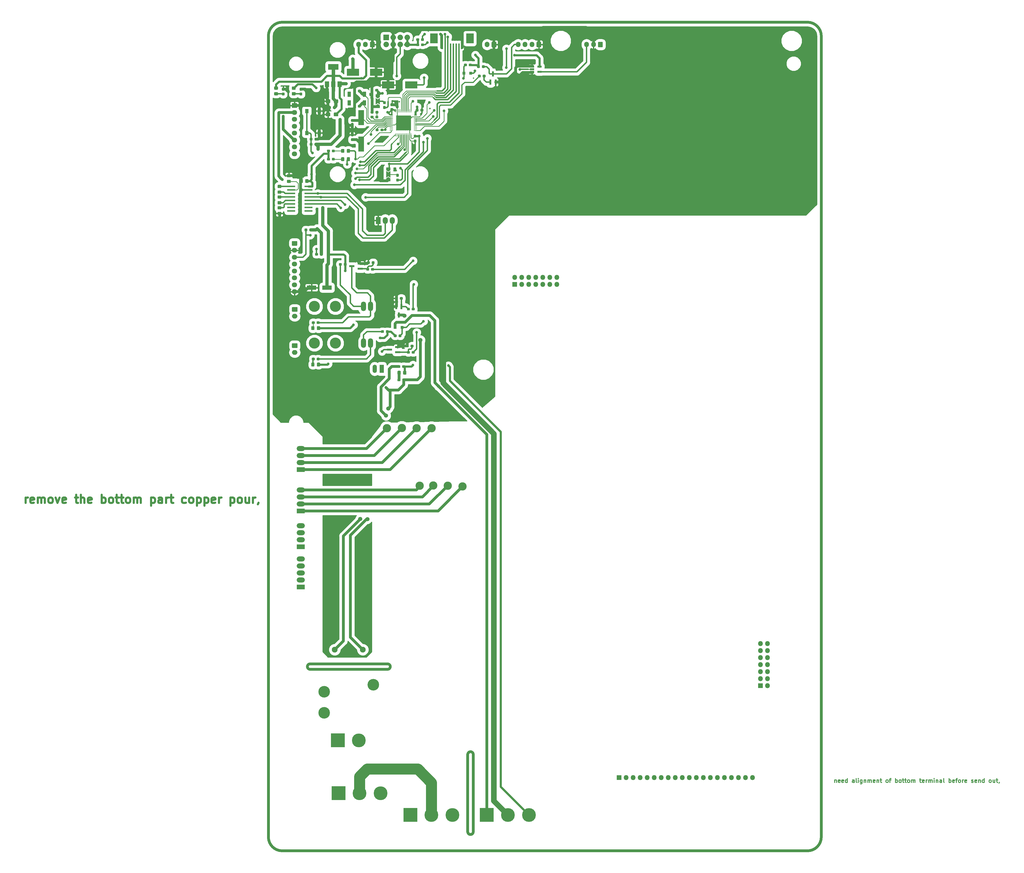
<source format=gtl>
G04 #@! TF.GenerationSoftware,KiCad,Pcbnew,5.0.2-bee76a0~70~ubuntu18.04.1*
G04 #@! TF.CreationDate,2018-11-29T20:18:26+08:00*
G04 #@! TF.ProjectId,backplane,6261636b-706c-4616-9e65-2e6b69636164,rev?*
G04 #@! TF.SameCoordinates,Original*
G04 #@! TF.FileFunction,Copper,L1,Top*
G04 #@! TF.FilePolarity,Positive*
%FSLAX46Y46*%
G04 Gerber Fmt 4.6, Leading zero omitted, Abs format (unit mm)*
G04 Created by KiCad (PCBNEW 5.0.2-bee76a0~70~ubuntu18.04.1) date Thursday, November 29, 2018 PM08:18:26 HKT*
%MOMM*%
%LPD*%
G01*
G04 APERTURE LIST*
G04 #@! TA.AperFunction,NonConductor*
%ADD10C,0.300000*%
G04 #@! TD*
G04 #@! TA.AperFunction,NonConductor*
%ADD11C,0.750000*%
G04 #@! TD*
G04 #@! TA.AperFunction,NonConductor*
%ADD12C,1.000000*%
G04 #@! TD*
G04 #@! TA.AperFunction,ComponentPad*
%ADD13O,2.000000X2.000000*%
G04 #@! TD*
G04 #@! TA.AperFunction,ComponentPad*
%ADD14R,2.000000X2.000000*%
G04 #@! TD*
G04 #@! TA.AperFunction,ComponentPad*
%ADD15C,2.098040*%
G04 #@! TD*
G04 #@! TA.AperFunction,ComponentPad*
%ADD16C,4.196080*%
G04 #@! TD*
G04 #@! TA.AperFunction,ComponentPad*
%ADD17C,4.198620*%
G04 #@! TD*
G04 #@! TA.AperFunction,ComponentPad*
%ADD18O,1.700000X1.950000*%
G04 #@! TD*
G04 #@! TA.AperFunction,Conductor*
%ADD19C,0.020000*%
G04 #@! TD*
G04 #@! TA.AperFunction,ComponentPad*
%ADD20C,1.700000*%
G04 #@! TD*
G04 #@! TA.AperFunction,ComponentPad*
%ADD21O,1.700000X2.000000*%
G04 #@! TD*
G04 #@! TA.AperFunction,SMDPad,CuDef*
%ADD22R,1.998980X5.499100*%
G04 #@! TD*
G04 #@! TA.AperFunction,ComponentPad*
%ADD23O,3.000000X1.800000*%
G04 #@! TD*
G04 #@! TA.AperFunction,ComponentPad*
%ADD24R,3.000000X1.800000*%
G04 #@! TD*
G04 #@! TA.AperFunction,ComponentPad*
%ADD25O,1.500000X3.000000*%
G04 #@! TD*
G04 #@! TA.AperFunction,ComponentPad*
%ADD26R,1.500000X3.000000*%
G04 #@! TD*
G04 #@! TA.AperFunction,ComponentPad*
%ADD27O,1.800000X3.500000*%
G04 #@! TD*
G04 #@! TA.AperFunction,ComponentPad*
%ADD28C,4.000000*%
G04 #@! TD*
G04 #@! TA.AperFunction,SMDPad,CuDef*
%ADD29C,0.950000*%
G04 #@! TD*
G04 #@! TA.AperFunction,SMDPad,CuDef*
%ADD30R,0.900000X1.200000*%
G04 #@! TD*
G04 #@! TA.AperFunction,ComponentPad*
%ADD31O,1.950000X1.700000*%
G04 #@! TD*
G04 #@! TA.AperFunction,ComponentPad*
%ADD32O,2.000000X1.700000*%
G04 #@! TD*
G04 #@! TA.AperFunction,SMDPad,CuDef*
%ADD33R,1.560000X0.650000*%
G04 #@! TD*
G04 #@! TA.AperFunction,SMDPad,CuDef*
%ADD34R,1.000000X1.000000*%
G04 #@! TD*
G04 #@! TA.AperFunction,SMDPad,CuDef*
%ADD35R,1.300000X0.250000*%
G04 #@! TD*
G04 #@! TA.AperFunction,SMDPad,CuDef*
%ADD36R,0.250000X1.300000*%
G04 #@! TD*
G04 #@! TA.AperFunction,SMDPad,CuDef*
%ADD37R,1.300000X1.550000*%
G04 #@! TD*
G04 #@! TA.AperFunction,SMDPad,CuDef*
%ADD38R,4.400000X2.500000*%
G04 #@! TD*
G04 #@! TA.AperFunction,SMDPad,CuDef*
%ADD39R,3.500000X1.600000*%
G04 #@! TD*
G04 #@! TA.AperFunction,SMDPad,CuDef*
%ADD40C,1.150000*%
G04 #@! TD*
G04 #@! TA.AperFunction,SMDPad,CuDef*
%ADD41C,1.350000*%
G04 #@! TD*
G04 #@! TA.AperFunction,SMDPad,CuDef*
%ADD42R,2.680000X3.600000*%
G04 #@! TD*
G04 #@! TA.AperFunction,SMDPad,CuDef*
%ADD43R,0.610000X2.000000*%
G04 #@! TD*
G04 #@! TA.AperFunction,SMDPad,CuDef*
%ADD44C,0.300000*%
G04 #@! TD*
G04 #@! TA.AperFunction,Conductor*
%ADD45C,0.300000*%
G04 #@! TD*
G04 #@! TA.AperFunction,SMDPad,CuDef*
%ADD46R,3.800000X2.000000*%
G04 #@! TD*
G04 #@! TA.AperFunction,SMDPad,CuDef*
%ADD47R,1.500000X2.000000*%
G04 #@! TD*
G04 #@! TA.AperFunction,SMDPad,CuDef*
%ADD48R,0.800000X1.900000*%
G04 #@! TD*
G04 #@! TA.AperFunction,SMDPad,CuDef*
%ADD49R,1.900000X0.800000*%
G04 #@! TD*
G04 #@! TA.AperFunction,SMDPad,CuDef*
%ADD50R,1.300000X1.900000*%
G04 #@! TD*
G04 #@! TA.AperFunction,SMDPad,CuDef*
%ADD51R,3.000000X0.600000*%
G04 #@! TD*
G04 #@! TA.AperFunction,ComponentPad*
%ADD52C,5.000000*%
G04 #@! TD*
G04 #@! TA.AperFunction,ComponentPad*
%ADD53R,1.800000X1.800000*%
G04 #@! TD*
G04 #@! TA.AperFunction,ComponentPad*
%ADD54O,1.800000X1.800000*%
G04 #@! TD*
G04 #@! TA.AperFunction,ComponentPad*
%ADD55O,1.800000X2.500000*%
G04 #@! TD*
G04 #@! TA.AperFunction,ComponentPad*
%ADD56R,1.800000X2.500000*%
G04 #@! TD*
G04 #@! TA.AperFunction,ViaPad*
%ADD57C,3.000000*%
G04 #@! TD*
G04 #@! TA.AperFunction,ViaPad*
%ADD58C,0.600000*%
G04 #@! TD*
G04 #@! TA.AperFunction,ViaPad*
%ADD59C,1.200000*%
G04 #@! TD*
G04 #@! TA.AperFunction,ViaPad*
%ADD60C,1.000000*%
G04 #@! TD*
G04 #@! TA.AperFunction,ViaPad*
%ADD61C,0.500000*%
G04 #@! TD*
G04 #@! TA.AperFunction,ViaPad*
%ADD62C,1.500000*%
G04 #@! TD*
G04 #@! TA.AperFunction,Conductor*
%ADD63C,1.000000*%
G04 #@! TD*
G04 #@! TA.AperFunction,Conductor*
%ADD64C,0.500000*%
G04 #@! TD*
G04 #@! TA.AperFunction,Conductor*
%ADD65C,0.400000*%
G04 #@! TD*
G04 #@! TA.AperFunction,Conductor*
%ADD66C,0.250000*%
G04 #@! TD*
G04 #@! TA.AperFunction,Conductor*
%ADD67C,2.000000*%
G04 #@! TD*
G04 #@! TA.AperFunction,Conductor*
%ADD68C,4.000000*%
G04 #@! TD*
G04 #@! TA.AperFunction,Conductor*
%ADD69C,0.750000*%
G04 #@! TD*
G04 #@! TA.AperFunction,Conductor*
%ADD70C,1.200000*%
G04 #@! TD*
G04 #@! TA.AperFunction,Conductor*
%ADD71C,1.300000*%
G04 #@! TD*
G04 #@! TA.AperFunction,Conductor*
%ADD72C,0.300000*%
G04 #@! TD*
G04 #@! TA.AperFunction,Conductor*
%ADD73C,0.254000*%
G04 #@! TD*
G04 APERTURE END LIST*
D10*
X204840000Y-274288571D02*
X204840000Y-275288571D01*
X204840000Y-274431428D02*
X204911428Y-274360000D01*
X205054285Y-274288571D01*
X205268571Y-274288571D01*
X205411428Y-274360000D01*
X205482857Y-274502857D01*
X205482857Y-275288571D01*
X206768571Y-275217142D02*
X206625714Y-275288571D01*
X206340000Y-275288571D01*
X206197142Y-275217142D01*
X206125714Y-275074285D01*
X206125714Y-274502857D01*
X206197142Y-274360000D01*
X206340000Y-274288571D01*
X206625714Y-274288571D01*
X206768571Y-274360000D01*
X206840000Y-274502857D01*
X206840000Y-274645714D01*
X206125714Y-274788571D01*
X208054285Y-275217142D02*
X207911428Y-275288571D01*
X207625714Y-275288571D01*
X207482857Y-275217142D01*
X207411428Y-275074285D01*
X207411428Y-274502857D01*
X207482857Y-274360000D01*
X207625714Y-274288571D01*
X207911428Y-274288571D01*
X208054285Y-274360000D01*
X208125714Y-274502857D01*
X208125714Y-274645714D01*
X207411428Y-274788571D01*
X209411428Y-275288571D02*
X209411428Y-273788571D01*
X209411428Y-275217142D02*
X209268571Y-275288571D01*
X208982857Y-275288571D01*
X208840000Y-275217142D01*
X208768571Y-275145714D01*
X208697142Y-275002857D01*
X208697142Y-274574285D01*
X208768571Y-274431428D01*
X208840000Y-274360000D01*
X208982857Y-274288571D01*
X209268571Y-274288571D01*
X209411428Y-274360000D01*
X211911428Y-275288571D02*
X211911428Y-274502857D01*
X211840000Y-274360000D01*
X211697142Y-274288571D01*
X211411428Y-274288571D01*
X211268571Y-274360000D01*
X211911428Y-275217142D02*
X211768571Y-275288571D01*
X211411428Y-275288571D01*
X211268571Y-275217142D01*
X211197142Y-275074285D01*
X211197142Y-274931428D01*
X211268571Y-274788571D01*
X211411428Y-274717142D01*
X211768571Y-274717142D01*
X211911428Y-274645714D01*
X212840000Y-275288571D02*
X212697142Y-275217142D01*
X212625714Y-275074285D01*
X212625714Y-273788571D01*
X213411428Y-275288571D02*
X213411428Y-274288571D01*
X213411428Y-273788571D02*
X213340000Y-273860000D01*
X213411428Y-273931428D01*
X213482857Y-273860000D01*
X213411428Y-273788571D01*
X213411428Y-273931428D01*
X214768571Y-274288571D02*
X214768571Y-275502857D01*
X214697142Y-275645714D01*
X214625714Y-275717142D01*
X214482857Y-275788571D01*
X214268571Y-275788571D01*
X214125714Y-275717142D01*
X214768571Y-275217142D02*
X214625714Y-275288571D01*
X214340000Y-275288571D01*
X214197142Y-275217142D01*
X214125714Y-275145714D01*
X214054285Y-275002857D01*
X214054285Y-274574285D01*
X214125714Y-274431428D01*
X214197142Y-274360000D01*
X214340000Y-274288571D01*
X214625714Y-274288571D01*
X214768571Y-274360000D01*
X215482857Y-274288571D02*
X215482857Y-275288571D01*
X215482857Y-274431428D02*
X215554285Y-274360000D01*
X215697142Y-274288571D01*
X215911428Y-274288571D01*
X216054285Y-274360000D01*
X216125714Y-274502857D01*
X216125714Y-275288571D01*
X216840000Y-275288571D02*
X216840000Y-274288571D01*
X216840000Y-274431428D02*
X216911428Y-274360000D01*
X217054285Y-274288571D01*
X217268571Y-274288571D01*
X217411428Y-274360000D01*
X217482857Y-274502857D01*
X217482857Y-275288571D01*
X217482857Y-274502857D02*
X217554285Y-274360000D01*
X217697142Y-274288571D01*
X217911428Y-274288571D01*
X218054285Y-274360000D01*
X218125714Y-274502857D01*
X218125714Y-275288571D01*
X219411428Y-275217142D02*
X219268571Y-275288571D01*
X218982857Y-275288571D01*
X218840000Y-275217142D01*
X218768571Y-275074285D01*
X218768571Y-274502857D01*
X218840000Y-274360000D01*
X218982857Y-274288571D01*
X219268571Y-274288571D01*
X219411428Y-274360000D01*
X219482857Y-274502857D01*
X219482857Y-274645714D01*
X218768571Y-274788571D01*
X220125714Y-274288571D02*
X220125714Y-275288571D01*
X220125714Y-274431428D02*
X220197142Y-274360000D01*
X220340000Y-274288571D01*
X220554285Y-274288571D01*
X220697142Y-274360000D01*
X220768571Y-274502857D01*
X220768571Y-275288571D01*
X221268571Y-274288571D02*
X221840000Y-274288571D01*
X221482857Y-273788571D02*
X221482857Y-275074285D01*
X221554285Y-275217142D01*
X221697142Y-275288571D01*
X221840000Y-275288571D01*
X223697142Y-275288571D02*
X223554285Y-275217142D01*
X223482857Y-275145714D01*
X223411428Y-275002857D01*
X223411428Y-274574285D01*
X223482857Y-274431428D01*
X223554285Y-274360000D01*
X223697142Y-274288571D01*
X223911428Y-274288571D01*
X224054285Y-274360000D01*
X224125714Y-274431428D01*
X224197142Y-274574285D01*
X224197142Y-275002857D01*
X224125714Y-275145714D01*
X224054285Y-275217142D01*
X223911428Y-275288571D01*
X223697142Y-275288571D01*
X224625714Y-274288571D02*
X225197142Y-274288571D01*
X224840000Y-275288571D02*
X224840000Y-274002857D01*
X224911428Y-273860000D01*
X225054285Y-273788571D01*
X225197142Y-273788571D01*
X226840000Y-275288571D02*
X226840000Y-273788571D01*
X226840000Y-274360000D02*
X226982857Y-274288571D01*
X227268571Y-274288571D01*
X227411428Y-274360000D01*
X227482857Y-274431428D01*
X227554285Y-274574285D01*
X227554285Y-275002857D01*
X227482857Y-275145714D01*
X227411428Y-275217142D01*
X227268571Y-275288571D01*
X226982857Y-275288571D01*
X226840000Y-275217142D01*
X228411428Y-275288571D02*
X228268571Y-275217142D01*
X228197142Y-275145714D01*
X228125714Y-275002857D01*
X228125714Y-274574285D01*
X228197142Y-274431428D01*
X228268571Y-274360000D01*
X228411428Y-274288571D01*
X228625714Y-274288571D01*
X228768571Y-274360000D01*
X228840000Y-274431428D01*
X228911428Y-274574285D01*
X228911428Y-275002857D01*
X228840000Y-275145714D01*
X228768571Y-275217142D01*
X228625714Y-275288571D01*
X228411428Y-275288571D01*
X229340000Y-274288571D02*
X229911428Y-274288571D01*
X229554285Y-273788571D02*
X229554285Y-275074285D01*
X229625714Y-275217142D01*
X229768571Y-275288571D01*
X229911428Y-275288571D01*
X230197142Y-274288571D02*
X230768571Y-274288571D01*
X230411428Y-273788571D02*
X230411428Y-275074285D01*
X230482857Y-275217142D01*
X230625714Y-275288571D01*
X230768571Y-275288571D01*
X231482857Y-275288571D02*
X231340000Y-275217142D01*
X231268571Y-275145714D01*
X231197142Y-275002857D01*
X231197142Y-274574285D01*
X231268571Y-274431428D01*
X231340000Y-274360000D01*
X231482857Y-274288571D01*
X231697142Y-274288571D01*
X231840000Y-274360000D01*
X231911428Y-274431428D01*
X231982857Y-274574285D01*
X231982857Y-275002857D01*
X231911428Y-275145714D01*
X231840000Y-275217142D01*
X231697142Y-275288571D01*
X231482857Y-275288571D01*
X232625714Y-275288571D02*
X232625714Y-274288571D01*
X232625714Y-274431428D02*
X232697142Y-274360000D01*
X232840000Y-274288571D01*
X233054285Y-274288571D01*
X233197142Y-274360000D01*
X233268571Y-274502857D01*
X233268571Y-275288571D01*
X233268571Y-274502857D02*
X233340000Y-274360000D01*
X233482857Y-274288571D01*
X233697142Y-274288571D01*
X233840000Y-274360000D01*
X233911428Y-274502857D01*
X233911428Y-275288571D01*
X235554285Y-274288571D02*
X236125714Y-274288571D01*
X235768571Y-273788571D02*
X235768571Y-275074285D01*
X235840000Y-275217142D01*
X235982857Y-275288571D01*
X236125714Y-275288571D01*
X237197142Y-275217142D02*
X237054285Y-275288571D01*
X236768571Y-275288571D01*
X236625714Y-275217142D01*
X236554285Y-275074285D01*
X236554285Y-274502857D01*
X236625714Y-274360000D01*
X236768571Y-274288571D01*
X237054285Y-274288571D01*
X237197142Y-274360000D01*
X237268571Y-274502857D01*
X237268571Y-274645714D01*
X236554285Y-274788571D01*
X237911428Y-275288571D02*
X237911428Y-274288571D01*
X237911428Y-274574285D02*
X237982857Y-274431428D01*
X238054285Y-274360000D01*
X238197142Y-274288571D01*
X238340000Y-274288571D01*
X238840000Y-275288571D02*
X238840000Y-274288571D01*
X238840000Y-274431428D02*
X238911428Y-274360000D01*
X239054285Y-274288571D01*
X239268571Y-274288571D01*
X239411428Y-274360000D01*
X239482857Y-274502857D01*
X239482857Y-275288571D01*
X239482857Y-274502857D02*
X239554285Y-274360000D01*
X239697142Y-274288571D01*
X239911428Y-274288571D01*
X240054285Y-274360000D01*
X240125714Y-274502857D01*
X240125714Y-275288571D01*
X240840000Y-275288571D02*
X240840000Y-274288571D01*
X240840000Y-273788571D02*
X240768571Y-273860000D01*
X240840000Y-273931428D01*
X240911428Y-273860000D01*
X240840000Y-273788571D01*
X240840000Y-273931428D01*
X241554285Y-274288571D02*
X241554285Y-275288571D01*
X241554285Y-274431428D02*
X241625714Y-274360000D01*
X241768571Y-274288571D01*
X241982857Y-274288571D01*
X242125714Y-274360000D01*
X242197142Y-274502857D01*
X242197142Y-275288571D01*
X243554285Y-275288571D02*
X243554285Y-274502857D01*
X243482857Y-274360000D01*
X243340000Y-274288571D01*
X243054285Y-274288571D01*
X242911428Y-274360000D01*
X243554285Y-275217142D02*
X243411428Y-275288571D01*
X243054285Y-275288571D01*
X242911428Y-275217142D01*
X242840000Y-275074285D01*
X242840000Y-274931428D01*
X242911428Y-274788571D01*
X243054285Y-274717142D01*
X243411428Y-274717142D01*
X243554285Y-274645714D01*
X244482857Y-275288571D02*
X244340000Y-275217142D01*
X244268571Y-275074285D01*
X244268571Y-273788571D01*
X246197142Y-275288571D02*
X246197142Y-273788571D01*
X246197142Y-274360000D02*
X246340000Y-274288571D01*
X246625714Y-274288571D01*
X246768571Y-274360000D01*
X246840000Y-274431428D01*
X246911428Y-274574285D01*
X246911428Y-275002857D01*
X246840000Y-275145714D01*
X246768571Y-275217142D01*
X246625714Y-275288571D01*
X246340000Y-275288571D01*
X246197142Y-275217142D01*
X248125714Y-275217142D02*
X247982857Y-275288571D01*
X247697142Y-275288571D01*
X247554285Y-275217142D01*
X247482857Y-275074285D01*
X247482857Y-274502857D01*
X247554285Y-274360000D01*
X247697142Y-274288571D01*
X247982857Y-274288571D01*
X248125714Y-274360000D01*
X248197142Y-274502857D01*
X248197142Y-274645714D01*
X247482857Y-274788571D01*
X248625714Y-274288571D02*
X249197142Y-274288571D01*
X248840000Y-275288571D02*
X248840000Y-274002857D01*
X248911428Y-273860000D01*
X249054285Y-273788571D01*
X249197142Y-273788571D01*
X249911428Y-275288571D02*
X249768571Y-275217142D01*
X249697142Y-275145714D01*
X249625714Y-275002857D01*
X249625714Y-274574285D01*
X249697142Y-274431428D01*
X249768571Y-274360000D01*
X249911428Y-274288571D01*
X250125714Y-274288571D01*
X250268571Y-274360000D01*
X250340000Y-274431428D01*
X250411428Y-274574285D01*
X250411428Y-275002857D01*
X250340000Y-275145714D01*
X250268571Y-275217142D01*
X250125714Y-275288571D01*
X249911428Y-275288571D01*
X251054285Y-275288571D02*
X251054285Y-274288571D01*
X251054285Y-274574285D02*
X251125714Y-274431428D01*
X251197142Y-274360000D01*
X251340000Y-274288571D01*
X251482857Y-274288571D01*
X252554285Y-275217142D02*
X252411428Y-275288571D01*
X252125714Y-275288571D01*
X251982857Y-275217142D01*
X251911428Y-275074285D01*
X251911428Y-274502857D01*
X251982857Y-274360000D01*
X252125714Y-274288571D01*
X252411428Y-274288571D01*
X252554285Y-274360000D01*
X252625714Y-274502857D01*
X252625714Y-274645714D01*
X251911428Y-274788571D01*
X254340000Y-275217142D02*
X254482857Y-275288571D01*
X254768571Y-275288571D01*
X254911428Y-275217142D01*
X254982857Y-275074285D01*
X254982857Y-275002857D01*
X254911428Y-274860000D01*
X254768571Y-274788571D01*
X254554285Y-274788571D01*
X254411428Y-274717142D01*
X254340000Y-274574285D01*
X254340000Y-274502857D01*
X254411428Y-274360000D01*
X254554285Y-274288571D01*
X254768571Y-274288571D01*
X254911428Y-274360000D01*
X256197142Y-275217142D02*
X256054285Y-275288571D01*
X255768571Y-275288571D01*
X255625714Y-275217142D01*
X255554285Y-275074285D01*
X255554285Y-274502857D01*
X255625714Y-274360000D01*
X255768571Y-274288571D01*
X256054285Y-274288571D01*
X256197142Y-274360000D01*
X256268571Y-274502857D01*
X256268571Y-274645714D01*
X255554285Y-274788571D01*
X256911428Y-274288571D02*
X256911428Y-275288571D01*
X256911428Y-274431428D02*
X256982857Y-274360000D01*
X257125714Y-274288571D01*
X257340000Y-274288571D01*
X257482857Y-274360000D01*
X257554285Y-274502857D01*
X257554285Y-275288571D01*
X258911428Y-275288571D02*
X258911428Y-273788571D01*
X258911428Y-275217142D02*
X258768571Y-275288571D01*
X258482857Y-275288571D01*
X258340000Y-275217142D01*
X258268571Y-275145714D01*
X258197142Y-275002857D01*
X258197142Y-274574285D01*
X258268571Y-274431428D01*
X258340000Y-274360000D01*
X258482857Y-274288571D01*
X258768571Y-274288571D01*
X258911428Y-274360000D01*
X260982857Y-275288571D02*
X260840000Y-275217142D01*
X260768571Y-275145714D01*
X260697142Y-275002857D01*
X260697142Y-274574285D01*
X260768571Y-274431428D01*
X260840000Y-274360000D01*
X260982857Y-274288571D01*
X261197142Y-274288571D01*
X261340000Y-274360000D01*
X261411428Y-274431428D01*
X261482857Y-274574285D01*
X261482857Y-275002857D01*
X261411428Y-275145714D01*
X261340000Y-275217142D01*
X261197142Y-275288571D01*
X260982857Y-275288571D01*
X262768571Y-274288571D02*
X262768571Y-275288571D01*
X262125714Y-274288571D02*
X262125714Y-275074285D01*
X262197142Y-275217142D01*
X262340000Y-275288571D01*
X262554285Y-275288571D01*
X262697142Y-275217142D01*
X262768571Y-275145714D01*
X263268571Y-274288571D02*
X263840000Y-274288571D01*
X263482857Y-273788571D02*
X263482857Y-275074285D01*
X263554285Y-275217142D01*
X263697142Y-275288571D01*
X263840000Y-275288571D01*
X264411428Y-275217142D02*
X264411428Y-275288571D01*
X264340000Y-275431428D01*
X264268571Y-275502857D01*
D11*
X-87891428Y-174037142D02*
X-87891428Y-172037142D01*
X-87891428Y-172608571D02*
X-87748571Y-172322857D01*
X-87605714Y-172180000D01*
X-87320000Y-172037142D01*
X-87034285Y-172037142D01*
X-84891428Y-173894285D02*
X-85177142Y-174037142D01*
X-85748571Y-174037142D01*
X-86034285Y-173894285D01*
X-86177142Y-173608571D01*
X-86177142Y-172465714D01*
X-86034285Y-172180000D01*
X-85748571Y-172037142D01*
X-85177142Y-172037142D01*
X-84891428Y-172180000D01*
X-84748571Y-172465714D01*
X-84748571Y-172751428D01*
X-86177142Y-173037142D01*
X-83462857Y-174037142D02*
X-83462857Y-172037142D01*
X-83462857Y-172322857D02*
X-83320000Y-172180000D01*
X-83034285Y-172037142D01*
X-82605714Y-172037142D01*
X-82320000Y-172180000D01*
X-82177142Y-172465714D01*
X-82177142Y-174037142D01*
X-82177142Y-172465714D02*
X-82034285Y-172180000D01*
X-81748571Y-172037142D01*
X-81320000Y-172037142D01*
X-81034285Y-172180000D01*
X-80891428Y-172465714D01*
X-80891428Y-174037142D01*
X-79034285Y-174037142D02*
X-79320000Y-173894285D01*
X-79462857Y-173751428D01*
X-79605714Y-173465714D01*
X-79605714Y-172608571D01*
X-79462857Y-172322857D01*
X-79320000Y-172180000D01*
X-79034285Y-172037142D01*
X-78605714Y-172037142D01*
X-78320000Y-172180000D01*
X-78177142Y-172322857D01*
X-78034285Y-172608571D01*
X-78034285Y-173465714D01*
X-78177142Y-173751428D01*
X-78320000Y-173894285D01*
X-78605714Y-174037142D01*
X-79034285Y-174037142D01*
X-77034285Y-172037142D02*
X-76320000Y-174037142D01*
X-75605714Y-172037142D01*
X-73320000Y-173894285D02*
X-73605714Y-174037142D01*
X-74177142Y-174037142D01*
X-74462857Y-173894285D01*
X-74605714Y-173608571D01*
X-74605714Y-172465714D01*
X-74462857Y-172180000D01*
X-74177142Y-172037142D01*
X-73605714Y-172037142D01*
X-73320000Y-172180000D01*
X-73177142Y-172465714D01*
X-73177142Y-172751428D01*
X-74605714Y-173037142D01*
X-70034285Y-172037142D02*
X-68891428Y-172037142D01*
X-69605714Y-171037142D02*
X-69605714Y-173608571D01*
X-69462857Y-173894285D01*
X-69177142Y-174037142D01*
X-68891428Y-174037142D01*
X-67891428Y-174037142D02*
X-67891428Y-171037142D01*
X-66605714Y-174037142D02*
X-66605714Y-172465714D01*
X-66748571Y-172180000D01*
X-67034285Y-172037142D01*
X-67462857Y-172037142D01*
X-67748571Y-172180000D01*
X-67891428Y-172322857D01*
X-64034285Y-173894285D02*
X-64320000Y-174037142D01*
X-64891428Y-174037142D01*
X-65177142Y-173894285D01*
X-65320000Y-173608571D01*
X-65320000Y-172465714D01*
X-65177142Y-172180000D01*
X-64891428Y-172037142D01*
X-64320000Y-172037142D01*
X-64034285Y-172180000D01*
X-63891428Y-172465714D01*
X-63891428Y-172751428D01*
X-65320000Y-173037142D01*
X-60320000Y-174037142D02*
X-60320000Y-171037142D01*
X-60320000Y-172180000D02*
X-60034285Y-172037142D01*
X-59462857Y-172037142D01*
X-59177142Y-172180000D01*
X-59034285Y-172322857D01*
X-58891428Y-172608571D01*
X-58891428Y-173465714D01*
X-59034285Y-173751428D01*
X-59177142Y-173894285D01*
X-59462857Y-174037142D01*
X-60034285Y-174037142D01*
X-60320000Y-173894285D01*
X-57177142Y-174037142D02*
X-57462857Y-173894285D01*
X-57605714Y-173751428D01*
X-57748571Y-173465714D01*
X-57748571Y-172608571D01*
X-57605714Y-172322857D01*
X-57462857Y-172180000D01*
X-57177142Y-172037142D01*
X-56748571Y-172037142D01*
X-56462857Y-172180000D01*
X-56320000Y-172322857D01*
X-56177142Y-172608571D01*
X-56177142Y-173465714D01*
X-56320000Y-173751428D01*
X-56462857Y-173894285D01*
X-56748571Y-174037142D01*
X-57177142Y-174037142D01*
X-55320000Y-172037142D02*
X-54177142Y-172037142D01*
X-54891428Y-171037142D02*
X-54891428Y-173608571D01*
X-54748571Y-173894285D01*
X-54462857Y-174037142D01*
X-54177142Y-174037142D01*
X-53605714Y-172037142D02*
X-52462857Y-172037142D01*
X-53177142Y-171037142D02*
X-53177142Y-173608571D01*
X-53034285Y-173894285D01*
X-52748571Y-174037142D01*
X-52462857Y-174037142D01*
X-51034285Y-174037142D02*
X-51320000Y-173894285D01*
X-51462857Y-173751428D01*
X-51605714Y-173465714D01*
X-51605714Y-172608571D01*
X-51462857Y-172322857D01*
X-51320000Y-172180000D01*
X-51034285Y-172037142D01*
X-50605714Y-172037142D01*
X-50320000Y-172180000D01*
X-50177142Y-172322857D01*
X-50034285Y-172608571D01*
X-50034285Y-173465714D01*
X-50177142Y-173751428D01*
X-50320000Y-173894285D01*
X-50605714Y-174037142D01*
X-51034285Y-174037142D01*
X-48748571Y-174037142D02*
X-48748571Y-172037142D01*
X-48748571Y-172322857D02*
X-48605714Y-172180000D01*
X-48320000Y-172037142D01*
X-47891428Y-172037142D01*
X-47605714Y-172180000D01*
X-47462857Y-172465714D01*
X-47462857Y-174037142D01*
X-47462857Y-172465714D02*
X-47320000Y-172180000D01*
X-47034285Y-172037142D01*
X-46605714Y-172037142D01*
X-46320000Y-172180000D01*
X-46177142Y-172465714D01*
X-46177142Y-174037142D01*
X-42462857Y-172037142D02*
X-42462857Y-175037142D01*
X-42462857Y-172180000D02*
X-42177142Y-172037142D01*
X-41605714Y-172037142D01*
X-41320000Y-172180000D01*
X-41177142Y-172322857D01*
X-41034285Y-172608571D01*
X-41034285Y-173465714D01*
X-41177142Y-173751428D01*
X-41320000Y-173894285D01*
X-41605714Y-174037142D01*
X-42177142Y-174037142D01*
X-42462857Y-173894285D01*
X-38462857Y-174037142D02*
X-38462857Y-172465714D01*
X-38605714Y-172180000D01*
X-38891428Y-172037142D01*
X-39462857Y-172037142D01*
X-39748571Y-172180000D01*
X-38462857Y-173894285D02*
X-38748571Y-174037142D01*
X-39462857Y-174037142D01*
X-39748571Y-173894285D01*
X-39891428Y-173608571D01*
X-39891428Y-173322857D01*
X-39748571Y-173037142D01*
X-39462857Y-172894285D01*
X-38748571Y-172894285D01*
X-38462857Y-172751428D01*
X-37034285Y-174037142D02*
X-37034285Y-172037142D01*
X-37034285Y-172608571D02*
X-36891428Y-172322857D01*
X-36748571Y-172180000D01*
X-36462857Y-172037142D01*
X-36177142Y-172037142D01*
X-35605714Y-172037142D02*
X-34462857Y-172037142D01*
X-35177142Y-171037142D02*
X-35177142Y-173608571D01*
X-35034285Y-173894285D01*
X-34748571Y-174037142D01*
X-34462857Y-174037142D01*
X-29891428Y-173894285D02*
X-30177142Y-174037142D01*
X-30748571Y-174037142D01*
X-31034285Y-173894285D01*
X-31177142Y-173751428D01*
X-31320000Y-173465714D01*
X-31320000Y-172608571D01*
X-31177142Y-172322857D01*
X-31034285Y-172180000D01*
X-30748571Y-172037142D01*
X-30177142Y-172037142D01*
X-29891428Y-172180000D01*
X-28177142Y-174037142D02*
X-28462857Y-173894285D01*
X-28605714Y-173751428D01*
X-28748571Y-173465714D01*
X-28748571Y-172608571D01*
X-28605714Y-172322857D01*
X-28462857Y-172180000D01*
X-28177142Y-172037142D01*
X-27748571Y-172037142D01*
X-27462857Y-172180000D01*
X-27320000Y-172322857D01*
X-27177142Y-172608571D01*
X-27177142Y-173465714D01*
X-27320000Y-173751428D01*
X-27462857Y-173894285D01*
X-27748571Y-174037142D01*
X-28177142Y-174037142D01*
X-25891428Y-172037142D02*
X-25891428Y-175037142D01*
X-25891428Y-172180000D02*
X-25605714Y-172037142D01*
X-25034285Y-172037142D01*
X-24748571Y-172180000D01*
X-24605714Y-172322857D01*
X-24462857Y-172608571D01*
X-24462857Y-173465714D01*
X-24605714Y-173751428D01*
X-24748571Y-173894285D01*
X-25034285Y-174037142D01*
X-25605714Y-174037142D01*
X-25891428Y-173894285D01*
X-23177142Y-172037142D02*
X-23177142Y-175037142D01*
X-23177142Y-172180000D02*
X-22891428Y-172037142D01*
X-22320000Y-172037142D01*
X-22034285Y-172180000D01*
X-21891428Y-172322857D01*
X-21748571Y-172608571D01*
X-21748571Y-173465714D01*
X-21891428Y-173751428D01*
X-22034285Y-173894285D01*
X-22320000Y-174037142D01*
X-22891428Y-174037142D01*
X-23177142Y-173894285D01*
X-19320000Y-173894285D02*
X-19605714Y-174037142D01*
X-20177142Y-174037142D01*
X-20462857Y-173894285D01*
X-20605714Y-173608571D01*
X-20605714Y-172465714D01*
X-20462857Y-172180000D01*
X-20177142Y-172037142D01*
X-19605714Y-172037142D01*
X-19320000Y-172180000D01*
X-19177142Y-172465714D01*
X-19177142Y-172751428D01*
X-20605714Y-173037142D01*
X-17891428Y-174037142D02*
X-17891428Y-172037142D01*
X-17891428Y-172608571D02*
X-17748571Y-172322857D01*
X-17605714Y-172180000D01*
X-17320000Y-172037142D01*
X-17034285Y-172037142D01*
X-13748571Y-172037142D02*
X-13748571Y-175037142D01*
X-13748571Y-172180000D02*
X-13462857Y-172037142D01*
X-12891428Y-172037142D01*
X-12605714Y-172180000D01*
X-12462857Y-172322857D01*
X-12320000Y-172608571D01*
X-12320000Y-173465714D01*
X-12462857Y-173751428D01*
X-12605714Y-173894285D01*
X-12891428Y-174037142D01*
X-13462857Y-174037142D01*
X-13748571Y-173894285D01*
X-10605714Y-174037142D02*
X-10891428Y-173894285D01*
X-11034285Y-173751428D01*
X-11177142Y-173465714D01*
X-11177142Y-172608571D01*
X-11034285Y-172322857D01*
X-10891428Y-172180000D01*
X-10605714Y-172037142D01*
X-10177142Y-172037142D01*
X-9891428Y-172180000D01*
X-9748571Y-172322857D01*
X-9605714Y-172608571D01*
X-9605714Y-173465714D01*
X-9748571Y-173751428D01*
X-9891428Y-173894285D01*
X-10177142Y-174037142D01*
X-10605714Y-174037142D01*
X-7034285Y-172037142D02*
X-7034285Y-174037142D01*
X-8320000Y-172037142D02*
X-8320000Y-173608571D01*
X-8177142Y-173894285D01*
X-7891428Y-174037142D01*
X-7462857Y-174037142D01*
X-7177142Y-173894285D01*
X-7034285Y-173751428D01*
X-5605714Y-174037142D02*
X-5605714Y-172037142D01*
X-5605714Y-172608571D02*
X-5462857Y-172322857D01*
X-5320000Y-172180000D01*
X-5034285Y-172037142D01*
X-4748571Y-172037142D01*
X-3605714Y-173894285D02*
X-3605714Y-174037142D01*
X-3748571Y-174322857D01*
X-3891428Y-174465714D01*
D12*
X73110000Y-264100000D02*
G75*
G02X74110000Y-265100000I0J-1000000D01*
G01*
X73109999Y-294100001D02*
G75*
G02X72110000Y-293100000I1J1000000D01*
G01*
X72110000Y-293100000D02*
X72110000Y-265100000D01*
X74110000Y-265100000D02*
X74110000Y-293100000D01*
X74109998Y-293100001D02*
G75*
G02X73110000Y-294099999I-999998J0D01*
G01*
X72110000Y-265100000D02*
G75*
G02X73110000Y-264100000I1000000J0D01*
G01*
X15100000Y-234300000D02*
G75*
G02X14100000Y-233300000I0J1000000D01*
G01*
X14100000Y-233300000D02*
G75*
G02X15100000Y-232300000I1000000J0D01*
G01*
X44100000Y-233300000D02*
G75*
G02X43100000Y-234300000I-1000000J0D01*
G01*
X43100000Y-232300000D02*
G75*
G02X44100000Y-233300000I0J-1000000D01*
G01*
X43100000Y-234300000D02*
X15100000Y-234300000D01*
X15100000Y-232300000D02*
X43100000Y-232300000D01*
X0Y-5000000D02*
G75*
G02X5000000Y0I5000000J0D01*
G01*
X195000000Y0D02*
G75*
G02X200000000Y-5000000I0J-5000000D01*
G01*
X200000000Y-295000000D02*
G75*
G02X195000000Y-300000000I-5000000J0D01*
G01*
X5000000Y-300000000D02*
G75*
G02X0Y-295000000I0J5000000D01*
G01*
X0Y-5000000D02*
X0Y-295000000D01*
X5000000Y-300000000D02*
X195000000Y-300000000D01*
X200000000Y-5000000D02*
X200000000Y-295000000D01*
X5000000Y0D02*
X195000000Y0D01*
D13*
G04 #@! TO.P,U3,8*
G04 #@! TO.N,+3V3*
X50220000Y-8090000D03*
G04 #@! TO.P,U3,7*
X50220000Y-5550000D03*
G04 #@! TO.P,U3,6*
G04 #@! TO.N,/stm32_board/STM32_CORE/SWCLK*
X47680000Y-8090000D03*
G04 #@! TO.P,U3,5*
G04 #@! TO.N,/stm32_board/STM32_CORE/SWIM*
X47680000Y-5550000D03*
G04 #@! TO.P,U3,4*
G04 #@! TO.N,GND*
X45140000Y-8090000D03*
G04 #@! TO.P,U3,3*
X45140000Y-5550000D03*
G04 #@! TO.P,U3,2*
G04 #@! TO.N,/stm32_board/STM32_CORE/SWIO*
X42600000Y-8090000D03*
D14*
G04 #@! TO.P,U3,1*
G04 #@! TO.N,/stm32_board/STM32_CORE/RST*
X42600000Y-5550000D03*
G04 #@! TD*
D15*
G04 #@! TO.P,K1,2*
G04 #@! TO.N,RELAY_N*
X23981340Y-227158540D03*
D16*
G04 #@! TO.P,K1,4*
G04 #@! TO.N,PWR_SOURCE_SSR_L_1*
X20168800Y-242396000D03*
G04 #@! TO.P,K1,5*
G04 #@! TO.N,Net-(K1-Pad5)*
X20168800Y-250016000D03*
D17*
G04 #@! TO.P,K1,3*
G04 #@! TO.N,SSR_PCB2_L_2*
X37946260Y-239856000D03*
D15*
G04 #@! TO.P,K1,1*
G04 #@! TO.N,RELAY_P*
X34138800Y-227158540D03*
G04 #@! TD*
D18*
G04 #@! TO.P,J7,3*
G04 #@! TO.N,/stm32_board/WS2812_PWM_TERMINAL*
X115100000Y-8090000D03*
G04 #@! TO.P,J7,2*
G04 #@! TO.N,GND*
X117600000Y-8090000D03*
D19*
G04 #@! TD*
G04 #@! TO.N,VWS2812*
G04 #@! TO.C,J7*
G36*
X120724504Y-7116204D02*
X120748773Y-7119804D01*
X120772571Y-7125765D01*
X120795671Y-7134030D01*
X120817849Y-7144520D01*
X120838893Y-7157133D01*
X120858598Y-7171747D01*
X120876777Y-7188223D01*
X120893253Y-7206402D01*
X120907867Y-7226107D01*
X120920480Y-7247151D01*
X120930970Y-7269329D01*
X120939235Y-7292429D01*
X120945196Y-7316227D01*
X120948796Y-7340496D01*
X120950000Y-7365000D01*
X120950000Y-8815000D01*
X120948796Y-8839504D01*
X120945196Y-8863773D01*
X120939235Y-8887571D01*
X120930970Y-8910671D01*
X120920480Y-8932849D01*
X120907867Y-8953893D01*
X120893253Y-8973598D01*
X120876777Y-8991777D01*
X120858598Y-9008253D01*
X120838893Y-9022867D01*
X120817849Y-9035480D01*
X120795671Y-9045970D01*
X120772571Y-9054235D01*
X120748773Y-9060196D01*
X120724504Y-9063796D01*
X120700000Y-9065000D01*
X119500000Y-9065000D01*
X119475496Y-9063796D01*
X119451227Y-9060196D01*
X119427429Y-9054235D01*
X119404329Y-9045970D01*
X119382151Y-9035480D01*
X119361107Y-9022867D01*
X119341402Y-9008253D01*
X119323223Y-8991777D01*
X119306747Y-8973598D01*
X119292133Y-8953893D01*
X119279520Y-8932849D01*
X119269030Y-8910671D01*
X119260765Y-8887571D01*
X119254804Y-8863773D01*
X119251204Y-8839504D01*
X119250000Y-8815000D01*
X119250000Y-7365000D01*
X119251204Y-7340496D01*
X119254804Y-7316227D01*
X119260765Y-7292429D01*
X119269030Y-7269329D01*
X119279520Y-7247151D01*
X119292133Y-7226107D01*
X119306747Y-7206402D01*
X119323223Y-7188223D01*
X119341402Y-7171747D01*
X119361107Y-7157133D01*
X119382151Y-7144520D01*
X119404329Y-7134030D01*
X119427429Y-7125765D01*
X119451227Y-7119804D01*
X119475496Y-7116204D01*
X119500000Y-7115000D01*
X120700000Y-7115000D01*
X120724504Y-7116204D01*
X120724504Y-7116204D01*
G37*
D20*
G04 #@! TO.P,J7,1*
G04 #@! TO.N,VWS2812*
X120100000Y-8090000D03*
G04 #@! TD*
D18*
G04 #@! TO.P,J11,4*
G04 #@! TO.N,/stm32_board/FAN_PWM_OUTPUT*
X90350000Y-8090000D03*
G04 #@! TO.P,J11,3*
G04 #@! TO.N,/stm32_board/FAN_RPM*
X92850000Y-8090000D03*
G04 #@! TO.P,J11,2*
G04 #@! TO.N,/stm32_board/FAN_48V*
X95350000Y-8090000D03*
D19*
G04 #@! TD*
G04 #@! TO.N,GND*
G04 #@! TO.C,J11*
G36*
X98474504Y-7116204D02*
X98498773Y-7119804D01*
X98522571Y-7125765D01*
X98545671Y-7134030D01*
X98567849Y-7144520D01*
X98588893Y-7157133D01*
X98608598Y-7171747D01*
X98626777Y-7188223D01*
X98643253Y-7206402D01*
X98657867Y-7226107D01*
X98670480Y-7247151D01*
X98680970Y-7269329D01*
X98689235Y-7292429D01*
X98695196Y-7316227D01*
X98698796Y-7340496D01*
X98700000Y-7365000D01*
X98700000Y-8815000D01*
X98698796Y-8839504D01*
X98695196Y-8863773D01*
X98689235Y-8887571D01*
X98680970Y-8910671D01*
X98670480Y-8932849D01*
X98657867Y-8953893D01*
X98643253Y-8973598D01*
X98626777Y-8991777D01*
X98608598Y-9008253D01*
X98588893Y-9022867D01*
X98567849Y-9035480D01*
X98545671Y-9045970D01*
X98522571Y-9054235D01*
X98498773Y-9060196D01*
X98474504Y-9063796D01*
X98450000Y-9065000D01*
X97250000Y-9065000D01*
X97225496Y-9063796D01*
X97201227Y-9060196D01*
X97177429Y-9054235D01*
X97154329Y-9045970D01*
X97132151Y-9035480D01*
X97111107Y-9022867D01*
X97091402Y-9008253D01*
X97073223Y-8991777D01*
X97056747Y-8973598D01*
X97042133Y-8953893D01*
X97029520Y-8932849D01*
X97019030Y-8910671D01*
X97010765Y-8887571D01*
X97004804Y-8863773D01*
X97001204Y-8839504D01*
X97000000Y-8815000D01*
X97000000Y-7365000D01*
X97001204Y-7340496D01*
X97004804Y-7316227D01*
X97010765Y-7292429D01*
X97019030Y-7269329D01*
X97029520Y-7247151D01*
X97042133Y-7226107D01*
X97056747Y-7206402D01*
X97073223Y-7188223D01*
X97091402Y-7171747D01*
X97111107Y-7157133D01*
X97132151Y-7144520D01*
X97154329Y-7134030D01*
X97177429Y-7125765D01*
X97201227Y-7119804D01*
X97225496Y-7116204D01*
X97250000Y-7115000D01*
X98450000Y-7115000D01*
X98474504Y-7116204D01*
X98474504Y-7116204D01*
G37*
D20*
G04 #@! TO.P,J11,1*
G04 #@! TO.N,GND*
X97850000Y-8090000D03*
G04 #@! TD*
D21*
G04 #@! TO.P,J6,2*
G04 #@! TO.N,/stm32_board/FAN_48V*
X79100000Y-8090000D03*
D19*
G04 #@! TD*
G04 #@! TO.N,GND*
G04 #@! TO.C,J6*
G36*
X82224504Y-7091204D02*
X82248773Y-7094804D01*
X82272571Y-7100765D01*
X82295671Y-7109030D01*
X82317849Y-7119520D01*
X82338893Y-7132133D01*
X82358598Y-7146747D01*
X82376777Y-7163223D01*
X82393253Y-7181402D01*
X82407867Y-7201107D01*
X82420480Y-7222151D01*
X82430970Y-7244329D01*
X82439235Y-7267429D01*
X82445196Y-7291227D01*
X82448796Y-7315496D01*
X82450000Y-7340000D01*
X82450000Y-8840000D01*
X82448796Y-8864504D01*
X82445196Y-8888773D01*
X82439235Y-8912571D01*
X82430970Y-8935671D01*
X82420480Y-8957849D01*
X82407867Y-8978893D01*
X82393253Y-8998598D01*
X82376777Y-9016777D01*
X82358598Y-9033253D01*
X82338893Y-9047867D01*
X82317849Y-9060480D01*
X82295671Y-9070970D01*
X82272571Y-9079235D01*
X82248773Y-9085196D01*
X82224504Y-9088796D01*
X82200000Y-9090000D01*
X81000000Y-9090000D01*
X80975496Y-9088796D01*
X80951227Y-9085196D01*
X80927429Y-9079235D01*
X80904329Y-9070970D01*
X80882151Y-9060480D01*
X80861107Y-9047867D01*
X80841402Y-9033253D01*
X80823223Y-9016777D01*
X80806747Y-8998598D01*
X80792133Y-8978893D01*
X80779520Y-8957849D01*
X80769030Y-8935671D01*
X80760765Y-8912571D01*
X80754804Y-8888773D01*
X80751204Y-8864504D01*
X80750000Y-8840000D01*
X80750000Y-7340000D01*
X80751204Y-7315496D01*
X80754804Y-7291227D01*
X80760765Y-7267429D01*
X80769030Y-7244329D01*
X80779520Y-7222151D01*
X80792133Y-7201107D01*
X80806747Y-7181402D01*
X80823223Y-7163223D01*
X80841402Y-7146747D01*
X80861107Y-7132133D01*
X80882151Y-7119520D01*
X80904329Y-7109030D01*
X80927429Y-7100765D01*
X80951227Y-7094804D01*
X80975496Y-7091204D01*
X81000000Y-7090000D01*
X82200000Y-7090000D01*
X82224504Y-7091204D01*
X82224504Y-7091204D01*
G37*
D20*
G04 #@! TO.P,J6,1*
G04 #@! TO.N,GND*
X81600000Y-8090000D03*
G04 #@! TD*
D18*
G04 #@! TO.P,J22,3*
G04 #@! TO.N,+3V3*
X32600000Y-8090000D03*
G04 #@! TO.P,J22,2*
G04 #@! TO.N,+5V*
X35100000Y-8090000D03*
D19*
G04 #@! TD*
G04 #@! TO.N,GND*
G04 #@! TO.C,J22*
G36*
X38224504Y-7116204D02*
X38248773Y-7119804D01*
X38272571Y-7125765D01*
X38295671Y-7134030D01*
X38317849Y-7144520D01*
X38338893Y-7157133D01*
X38358598Y-7171747D01*
X38376777Y-7188223D01*
X38393253Y-7206402D01*
X38407867Y-7226107D01*
X38420480Y-7247151D01*
X38430970Y-7269329D01*
X38439235Y-7292429D01*
X38445196Y-7316227D01*
X38448796Y-7340496D01*
X38450000Y-7365000D01*
X38450000Y-8815000D01*
X38448796Y-8839504D01*
X38445196Y-8863773D01*
X38439235Y-8887571D01*
X38430970Y-8910671D01*
X38420480Y-8932849D01*
X38407867Y-8953893D01*
X38393253Y-8973598D01*
X38376777Y-8991777D01*
X38358598Y-9008253D01*
X38338893Y-9022867D01*
X38317849Y-9035480D01*
X38295671Y-9045970D01*
X38272571Y-9054235D01*
X38248773Y-9060196D01*
X38224504Y-9063796D01*
X38200000Y-9065000D01*
X37000000Y-9065000D01*
X36975496Y-9063796D01*
X36951227Y-9060196D01*
X36927429Y-9054235D01*
X36904329Y-9045970D01*
X36882151Y-9035480D01*
X36861107Y-9022867D01*
X36841402Y-9008253D01*
X36823223Y-8991777D01*
X36806747Y-8973598D01*
X36792133Y-8953893D01*
X36779520Y-8932849D01*
X36769030Y-8910671D01*
X36760765Y-8887571D01*
X36754804Y-8863773D01*
X36751204Y-8839504D01*
X36750000Y-8815000D01*
X36750000Y-7365000D01*
X36751204Y-7340496D01*
X36754804Y-7316227D01*
X36760765Y-7292429D01*
X36769030Y-7269329D01*
X36779520Y-7247151D01*
X36792133Y-7226107D01*
X36806747Y-7206402D01*
X36823223Y-7188223D01*
X36841402Y-7171747D01*
X36861107Y-7157133D01*
X36882151Y-7144520D01*
X36904329Y-7134030D01*
X36927429Y-7125765D01*
X36951227Y-7119804D01*
X36975496Y-7116204D01*
X37000000Y-7115000D01*
X38200000Y-7115000D01*
X38224504Y-7116204D01*
X38224504Y-7116204D01*
G37*
D20*
G04 #@! TO.P,J22,1*
G04 #@! TO.N,GND*
X37600000Y-8090000D03*
G04 #@! TD*
D22*
G04 #@! TO.P,Y1,2*
G04 #@! TO.N,/stm32_board/STM32_CORE/OSCIN*
X33548500Y-34587430D03*
G04 #@! TO.P,Y1,1*
G04 #@! TO.N,/stm32_board/STM32_CORE/OSCOUT*
X33548500Y-44087030D03*
G04 #@! TD*
D23*
G04 #@! TO.P,J16,4*
G04 #@! TO.N,/AQ1_SHIELD*
X11684000Y-169320000D03*
D24*
G04 #@! TO.P,J16,1*
G04 #@! TO.N,/AQ1_GND*
X11684000Y-176940000D03*
D23*
G04 #@! TO.P,J16,2*
G04 #@! TO.N,/AQ1_5V*
X11684000Y-174400000D03*
G04 #@! TO.P,J16,3*
G04 #@! TO.N,/AQ1_SENSOR*
X11684000Y-171860000D03*
G04 #@! TD*
G04 #@! TO.P,J15,3*
G04 #@! TO.N,/AQ2_SENSOR*
X11684000Y-184860000D03*
G04 #@! TO.P,J15,2*
G04 #@! TO.N,/AQ2_5V*
X11684000Y-187400000D03*
D24*
G04 #@! TO.P,J15,1*
G04 #@! TO.N,/AQ2_GND*
X11684000Y-189940000D03*
D23*
G04 #@! TO.P,J15,4*
G04 #@! TO.N,/AQ2_SHIELD*
X11684000Y-182320000D03*
G04 #@! TD*
G04 #@! TO.P,J13,4*
G04 #@! TO.N,/flow_sensor_\0025RH*
X11684000Y-196898000D03*
D24*
G04 #@! TO.P,J13,1*
G04 #@! TO.N,/flow_sensor_GND*
X11684000Y-204518000D03*
D23*
G04 #@! TO.P,J13,2*
G04 #@! TO.N,/flow_sensor_24V*
X11684000Y-201978000D03*
G04 #@! TO.P,J13,3*
G04 #@! TO.N,/flow_sensor_FLOW*
X11684000Y-199438000D03*
G04 #@! TO.P,J13,5*
G04 #@! TO.N,/flow_sensor_shield*
X11684000Y-194358000D03*
G04 #@! TD*
G04 #@! TO.P,J17,4*
G04 #@! TO.N,/O3_1_SHIELD*
X11684000Y-154320000D03*
D24*
G04 #@! TO.P,J17,1*
G04 #@! TO.N,/O3_1_GND*
X11684000Y-161940000D03*
D23*
G04 #@! TO.P,J17,2*
G04 #@! TO.N,/O3_1_24V*
X11684000Y-159400000D03*
G04 #@! TO.P,J17,3*
G04 #@! TO.N,/O3_1_SENSOR*
X11684000Y-156860000D03*
G04 #@! TD*
D25*
G04 #@! TO.P,J3,2*
G04 #@! TO.N,RELAY_P*
X38430000Y-125500000D03*
D26*
G04 #@! TO.P,J3,1*
G04 #@! TO.N,RELAY_N*
X40970000Y-125500000D03*
G04 #@! TD*
D27*
G04 #@! TO.P,U1,3*
G04 #@! TO.N,Net-(R9-Pad2)*
X34423594Y-116185398D03*
D28*
G04 #@! TO.P,U1,1*
G04 #@! TO.N,/stm32_board/SSR_CH1_OUTPUT2*
X16643594Y-116185398D03*
D27*
G04 #@! TO.P,U1,4*
G04 #@! TO.N,Net-(Q1-Pad3)*
X36963594Y-116185398D03*
D28*
G04 #@! TO.P,U1,2*
G04 #@! TO.N,/stm32_board/SSR_CH1_OUTPUT1*
X24263594Y-116185398D03*
G04 #@! TD*
D27*
G04 #@! TO.P,U2,3*
G04 #@! TO.N,Net-(R10-Pad2)*
X34423594Y-102907799D03*
D28*
G04 #@! TO.P,U2,1*
G04 #@! TO.N,/stm32_board/SSR_CH2_OUTPUT2*
X16643594Y-102907799D03*
D27*
G04 #@! TO.P,U2,4*
G04 #@! TO.N,Net-(Q2-Pad3)*
X36963594Y-102907799D03*
D28*
G04 #@! TO.P,U2,2*
G04 #@! TO.N,/stm32_board/SSR_CH2_OUTPUT1*
X24263594Y-102907799D03*
G04 #@! TD*
D19*
G04 #@! TO.N,+5V*
G04 #@! TO.C,R14*
G36*
X49235779Y-124176144D02*
X49258834Y-124179563D01*
X49281443Y-124185227D01*
X49303387Y-124193079D01*
X49324457Y-124203044D01*
X49344448Y-124215026D01*
X49363168Y-124228910D01*
X49380438Y-124244562D01*
X49396090Y-124261832D01*
X49409974Y-124280552D01*
X49421956Y-124300543D01*
X49431921Y-124321613D01*
X49439773Y-124343557D01*
X49445437Y-124366166D01*
X49448856Y-124389221D01*
X49450000Y-124412500D01*
X49450000Y-124887500D01*
X49448856Y-124910779D01*
X49445437Y-124933834D01*
X49439773Y-124956443D01*
X49431921Y-124978387D01*
X49421956Y-124999457D01*
X49409974Y-125019448D01*
X49396090Y-125038168D01*
X49380438Y-125055438D01*
X49363168Y-125071090D01*
X49344448Y-125084974D01*
X49324457Y-125096956D01*
X49303387Y-125106921D01*
X49281443Y-125114773D01*
X49258834Y-125120437D01*
X49235779Y-125123856D01*
X49212500Y-125125000D01*
X48637500Y-125125000D01*
X48614221Y-125123856D01*
X48591166Y-125120437D01*
X48568557Y-125114773D01*
X48546613Y-125106921D01*
X48525543Y-125096956D01*
X48505552Y-125084974D01*
X48486832Y-125071090D01*
X48469562Y-125055438D01*
X48453910Y-125038168D01*
X48440026Y-125019448D01*
X48428044Y-124999457D01*
X48418079Y-124978387D01*
X48410227Y-124956443D01*
X48404563Y-124933834D01*
X48401144Y-124910779D01*
X48400000Y-124887500D01*
X48400000Y-124412500D01*
X48401144Y-124389221D01*
X48404563Y-124366166D01*
X48410227Y-124343557D01*
X48418079Y-124321613D01*
X48428044Y-124300543D01*
X48440026Y-124280552D01*
X48453910Y-124261832D01*
X48469562Y-124244562D01*
X48486832Y-124228910D01*
X48505552Y-124215026D01*
X48525543Y-124203044D01*
X48546613Y-124193079D01*
X48568557Y-124185227D01*
X48591166Y-124179563D01*
X48614221Y-124176144D01*
X48637500Y-124175000D01*
X49212500Y-124175000D01*
X49235779Y-124176144D01*
X49235779Y-124176144D01*
G37*
D29*
G04 #@! TD*
G04 #@! TO.P,R14,1*
G04 #@! TO.N,+5V*
X48925000Y-124650000D03*
D19*
G04 #@! TO.N,RELAY_P*
G04 #@! TO.C,R14*
G36*
X47485779Y-124176144D02*
X47508834Y-124179563D01*
X47531443Y-124185227D01*
X47553387Y-124193079D01*
X47574457Y-124203044D01*
X47594448Y-124215026D01*
X47613168Y-124228910D01*
X47630438Y-124244562D01*
X47646090Y-124261832D01*
X47659974Y-124280552D01*
X47671956Y-124300543D01*
X47681921Y-124321613D01*
X47689773Y-124343557D01*
X47695437Y-124366166D01*
X47698856Y-124389221D01*
X47700000Y-124412500D01*
X47700000Y-124887500D01*
X47698856Y-124910779D01*
X47695437Y-124933834D01*
X47689773Y-124956443D01*
X47681921Y-124978387D01*
X47671956Y-124999457D01*
X47659974Y-125019448D01*
X47646090Y-125038168D01*
X47630438Y-125055438D01*
X47613168Y-125071090D01*
X47594448Y-125084974D01*
X47574457Y-125096956D01*
X47553387Y-125106921D01*
X47531443Y-125114773D01*
X47508834Y-125120437D01*
X47485779Y-125123856D01*
X47462500Y-125125000D01*
X46887500Y-125125000D01*
X46864221Y-125123856D01*
X46841166Y-125120437D01*
X46818557Y-125114773D01*
X46796613Y-125106921D01*
X46775543Y-125096956D01*
X46755552Y-125084974D01*
X46736832Y-125071090D01*
X46719562Y-125055438D01*
X46703910Y-125038168D01*
X46690026Y-125019448D01*
X46678044Y-124999457D01*
X46668079Y-124978387D01*
X46660227Y-124956443D01*
X46654563Y-124933834D01*
X46651144Y-124910779D01*
X46650000Y-124887500D01*
X46650000Y-124412500D01*
X46651144Y-124389221D01*
X46654563Y-124366166D01*
X46660227Y-124343557D01*
X46668079Y-124321613D01*
X46678044Y-124300543D01*
X46690026Y-124280552D01*
X46703910Y-124261832D01*
X46719562Y-124244562D01*
X46736832Y-124228910D01*
X46755552Y-124215026D01*
X46775543Y-124203044D01*
X46796613Y-124193079D01*
X46818557Y-124185227D01*
X46841166Y-124179563D01*
X46864221Y-124176144D01*
X46887500Y-124175000D01*
X47462500Y-124175000D01*
X47485779Y-124176144D01*
X47485779Y-124176144D01*
G37*
D29*
G04 #@! TD*
G04 #@! TO.P,R14,2*
G04 #@! TO.N,RELAY_P*
X47175000Y-124650000D03*
D30*
G04 #@! TO.P,D11,1*
G04 #@! TO.N,RELAY_P*
X40750000Y-135300000D03*
G04 #@! TO.P,D11,2*
G04 #@! TO.N,RELAY_N*
X44050000Y-135300000D03*
G04 #@! TD*
D31*
G04 #@! TO.P,J28,8*
G04 #@! TO.N,GND*
X9463501Y-97572770D03*
G04 #@! TO.P,J28,7*
G04 #@! TO.N,Net-(J28-Pad7)*
X9463501Y-95072770D03*
G04 #@! TO.P,J28,6*
G04 #@! TO.N,STM32_PMS7003S_SET*
X9463501Y-92572770D03*
G04 #@! TO.P,J28,5*
G04 #@! TO.N,STM32_PMS7003S_RXD*
X9463501Y-90072770D03*
G04 #@! TO.P,J28,4*
G04 #@! TO.N,STM32_PMS7003S_TXD*
X9463501Y-87572770D03*
G04 #@! TO.P,J28,3*
G04 #@! TO.N,STM32_PMS7003S_RESET*
X9463501Y-85072770D03*
G04 #@! TO.P,J28,2*
G04 #@! TO.N,GND*
X9463501Y-82572770D03*
D19*
G04 #@! TD*
G04 #@! TO.N,+5V*
G04 #@! TO.C,J28*
G36*
X10213005Y-79223974D02*
X10237274Y-79227574D01*
X10261072Y-79233535D01*
X10284172Y-79241800D01*
X10306350Y-79252290D01*
X10327394Y-79264903D01*
X10347099Y-79279517D01*
X10365278Y-79295993D01*
X10381754Y-79314172D01*
X10396368Y-79333877D01*
X10408981Y-79354921D01*
X10419471Y-79377099D01*
X10427736Y-79400199D01*
X10433697Y-79423997D01*
X10437297Y-79448266D01*
X10438501Y-79472770D01*
X10438501Y-80672770D01*
X10437297Y-80697274D01*
X10433697Y-80721543D01*
X10427736Y-80745341D01*
X10419471Y-80768441D01*
X10408981Y-80790619D01*
X10396368Y-80811663D01*
X10381754Y-80831368D01*
X10365278Y-80849547D01*
X10347099Y-80866023D01*
X10327394Y-80880637D01*
X10306350Y-80893250D01*
X10284172Y-80903740D01*
X10261072Y-80912005D01*
X10237274Y-80917966D01*
X10213005Y-80921566D01*
X10188501Y-80922770D01*
X8738501Y-80922770D01*
X8713997Y-80921566D01*
X8689728Y-80917966D01*
X8665930Y-80912005D01*
X8642830Y-80903740D01*
X8620652Y-80893250D01*
X8599608Y-80880637D01*
X8579903Y-80866023D01*
X8561724Y-80849547D01*
X8545248Y-80831368D01*
X8530634Y-80811663D01*
X8518021Y-80790619D01*
X8507531Y-80768441D01*
X8499266Y-80745341D01*
X8493305Y-80721543D01*
X8489705Y-80697274D01*
X8488501Y-80672770D01*
X8488501Y-79472770D01*
X8489705Y-79448266D01*
X8493305Y-79423997D01*
X8499266Y-79400199D01*
X8507531Y-79377099D01*
X8518021Y-79354921D01*
X8530634Y-79333877D01*
X8545248Y-79314172D01*
X8561724Y-79295993D01*
X8579903Y-79279517D01*
X8599608Y-79264903D01*
X8620652Y-79252290D01*
X8642830Y-79241800D01*
X8665930Y-79233535D01*
X8689728Y-79227574D01*
X8713997Y-79223974D01*
X8738501Y-79222770D01*
X10188501Y-79222770D01*
X10213005Y-79223974D01*
X10213005Y-79223974D01*
G37*
D20*
G04 #@! TO.P,J28,1*
G04 #@! TO.N,+5V*
X9463501Y-80072770D03*
G04 #@! TD*
D31*
G04 #@! TO.P,J4,8*
G04 #@! TO.N,+5V*
X9430000Y-47670000D03*
G04 #@! TO.P,J4,7*
G04 #@! TO.N,Net-(J4-Pad7)*
X9430000Y-45170000D03*
G04 #@! TO.P,J4,6*
G04 #@! TO.N,PCB1_ALARM_COM*
X9430000Y-42670000D03*
G04 #@! TO.P,J4,5*
G04 #@! TO.N,IONAIR_TX*
X9430000Y-40170000D03*
G04 #@! TO.P,J4,4*
G04 #@! TO.N,IONAIR_RX*
X9430000Y-37670000D03*
G04 #@! TO.P,J4,3*
G04 #@! TO.N,RELAY_N*
X9430000Y-35170000D03*
G04 #@! TO.P,J4,2*
G04 #@! TO.N,RELAY_P*
X9430000Y-32670000D03*
D19*
G04 #@! TD*
G04 #@! TO.N,GND*
G04 #@! TO.C,J4*
G36*
X10179504Y-29321204D02*
X10203773Y-29324804D01*
X10227571Y-29330765D01*
X10250671Y-29339030D01*
X10272849Y-29349520D01*
X10293893Y-29362133D01*
X10313598Y-29376747D01*
X10331777Y-29393223D01*
X10348253Y-29411402D01*
X10362867Y-29431107D01*
X10375480Y-29452151D01*
X10385970Y-29474329D01*
X10394235Y-29497429D01*
X10400196Y-29521227D01*
X10403796Y-29545496D01*
X10405000Y-29570000D01*
X10405000Y-30770000D01*
X10403796Y-30794504D01*
X10400196Y-30818773D01*
X10394235Y-30842571D01*
X10385970Y-30865671D01*
X10375480Y-30887849D01*
X10362867Y-30908893D01*
X10348253Y-30928598D01*
X10331777Y-30946777D01*
X10313598Y-30963253D01*
X10293893Y-30977867D01*
X10272849Y-30990480D01*
X10250671Y-31000970D01*
X10227571Y-31009235D01*
X10203773Y-31015196D01*
X10179504Y-31018796D01*
X10155000Y-31020000D01*
X8705000Y-31020000D01*
X8680496Y-31018796D01*
X8656227Y-31015196D01*
X8632429Y-31009235D01*
X8609329Y-31000970D01*
X8587151Y-30990480D01*
X8566107Y-30977867D01*
X8546402Y-30963253D01*
X8528223Y-30946777D01*
X8511747Y-30928598D01*
X8497133Y-30908893D01*
X8484520Y-30887849D01*
X8474030Y-30865671D01*
X8465765Y-30842571D01*
X8459804Y-30818773D01*
X8456204Y-30794504D01*
X8455000Y-30770000D01*
X8455000Y-29570000D01*
X8456204Y-29545496D01*
X8459804Y-29521227D01*
X8465765Y-29497429D01*
X8474030Y-29474329D01*
X8484520Y-29452151D01*
X8497133Y-29431107D01*
X8511747Y-29411402D01*
X8528223Y-29393223D01*
X8546402Y-29376747D01*
X8566107Y-29362133D01*
X8587151Y-29349520D01*
X8609329Y-29339030D01*
X8632429Y-29330765D01*
X8656227Y-29324804D01*
X8680496Y-29321204D01*
X8705000Y-29320000D01*
X10155000Y-29320000D01*
X10179504Y-29321204D01*
X10179504Y-29321204D01*
G37*
D20*
G04 #@! TO.P,J4,1*
G04 #@! TO.N,GND*
X9430000Y-30170000D03*
G04 #@! TD*
D32*
G04 #@! TO.P,J9,2*
G04 #@! TO.N,/stm32_board/SSR_CH2_OUTPUT1*
X9513501Y-106467920D03*
D19*
G04 #@! TD*
G04 #@! TO.N,/stm32_board/SSR_CH2_OUTPUT2*
G04 #@! TO.C,J9*
G36*
X10288005Y-103119124D02*
X10312274Y-103122724D01*
X10336072Y-103128685D01*
X10359172Y-103136950D01*
X10381350Y-103147440D01*
X10402394Y-103160053D01*
X10422099Y-103174667D01*
X10440278Y-103191143D01*
X10456754Y-103209322D01*
X10471368Y-103229027D01*
X10483981Y-103250071D01*
X10494471Y-103272249D01*
X10502736Y-103295349D01*
X10508697Y-103319147D01*
X10512297Y-103343416D01*
X10513501Y-103367920D01*
X10513501Y-104567920D01*
X10512297Y-104592424D01*
X10508697Y-104616693D01*
X10502736Y-104640491D01*
X10494471Y-104663591D01*
X10483981Y-104685769D01*
X10471368Y-104706813D01*
X10456754Y-104726518D01*
X10440278Y-104744697D01*
X10422099Y-104761173D01*
X10402394Y-104775787D01*
X10381350Y-104788400D01*
X10359172Y-104798890D01*
X10336072Y-104807155D01*
X10312274Y-104813116D01*
X10288005Y-104816716D01*
X10263501Y-104817920D01*
X8763501Y-104817920D01*
X8738997Y-104816716D01*
X8714728Y-104813116D01*
X8690930Y-104807155D01*
X8667830Y-104798890D01*
X8645652Y-104788400D01*
X8624608Y-104775787D01*
X8604903Y-104761173D01*
X8586724Y-104744697D01*
X8570248Y-104726518D01*
X8555634Y-104706813D01*
X8543021Y-104685769D01*
X8532531Y-104663591D01*
X8524266Y-104640491D01*
X8518305Y-104616693D01*
X8514705Y-104592424D01*
X8513501Y-104567920D01*
X8513501Y-103367920D01*
X8514705Y-103343416D01*
X8518305Y-103319147D01*
X8524266Y-103295349D01*
X8532531Y-103272249D01*
X8543021Y-103250071D01*
X8555634Y-103229027D01*
X8570248Y-103209322D01*
X8586724Y-103191143D01*
X8604903Y-103174667D01*
X8624608Y-103160053D01*
X8645652Y-103147440D01*
X8667830Y-103136950D01*
X8690930Y-103128685D01*
X8714728Y-103122724D01*
X8738997Y-103119124D01*
X8763501Y-103117920D01*
X10263501Y-103117920D01*
X10288005Y-103119124D01*
X10288005Y-103119124D01*
G37*
D20*
G04 #@! TO.P,J9,1*
G04 #@! TO.N,/stm32_board/SSR_CH2_OUTPUT2*
X9513501Y-103967920D03*
G04 #@! TD*
D32*
G04 #@! TO.P,J8,2*
G04 #@! TO.N,/stm32_board/SSR_CH1_OUTPUT1*
X9513501Y-119587920D03*
D19*
G04 #@! TD*
G04 #@! TO.N,/stm32_board/SSR_CH1_OUTPUT2*
G04 #@! TO.C,J8*
G36*
X10288005Y-116239124D02*
X10312274Y-116242724D01*
X10336072Y-116248685D01*
X10359172Y-116256950D01*
X10381350Y-116267440D01*
X10402394Y-116280053D01*
X10422099Y-116294667D01*
X10440278Y-116311143D01*
X10456754Y-116329322D01*
X10471368Y-116349027D01*
X10483981Y-116370071D01*
X10494471Y-116392249D01*
X10502736Y-116415349D01*
X10508697Y-116439147D01*
X10512297Y-116463416D01*
X10513501Y-116487920D01*
X10513501Y-117687920D01*
X10512297Y-117712424D01*
X10508697Y-117736693D01*
X10502736Y-117760491D01*
X10494471Y-117783591D01*
X10483981Y-117805769D01*
X10471368Y-117826813D01*
X10456754Y-117846518D01*
X10440278Y-117864697D01*
X10422099Y-117881173D01*
X10402394Y-117895787D01*
X10381350Y-117908400D01*
X10359172Y-117918890D01*
X10336072Y-117927155D01*
X10312274Y-117933116D01*
X10288005Y-117936716D01*
X10263501Y-117937920D01*
X8763501Y-117937920D01*
X8738997Y-117936716D01*
X8714728Y-117933116D01*
X8690930Y-117927155D01*
X8667830Y-117918890D01*
X8645652Y-117908400D01*
X8624608Y-117895787D01*
X8604903Y-117881173D01*
X8586724Y-117864697D01*
X8570248Y-117846518D01*
X8555634Y-117826813D01*
X8543021Y-117805769D01*
X8532531Y-117783591D01*
X8524266Y-117760491D01*
X8518305Y-117736693D01*
X8514705Y-117712424D01*
X8513501Y-117687920D01*
X8513501Y-116487920D01*
X8514705Y-116463416D01*
X8518305Y-116439147D01*
X8524266Y-116415349D01*
X8532531Y-116392249D01*
X8543021Y-116370071D01*
X8555634Y-116349027D01*
X8570248Y-116329322D01*
X8586724Y-116311143D01*
X8604903Y-116294667D01*
X8624608Y-116280053D01*
X8645652Y-116267440D01*
X8667830Y-116256950D01*
X8690930Y-116248685D01*
X8714728Y-116242724D01*
X8738997Y-116239124D01*
X8763501Y-116237920D01*
X10263501Y-116237920D01*
X10288005Y-116239124D01*
X10288005Y-116239124D01*
G37*
D20*
G04 #@! TO.P,J8,1*
G04 #@! TO.N,/stm32_board/SSR_CH1_OUTPUT2*
X9513501Y-117087920D03*
G04 #@! TD*
D19*
G04 #@! TO.N,/stm32_board/STM32_CORE/PC13*
G04 #@! TO.C,R18*
G36*
X37795779Y-33836144D02*
X37818834Y-33839563D01*
X37841443Y-33845227D01*
X37863387Y-33853079D01*
X37884457Y-33863044D01*
X37904448Y-33875026D01*
X37923168Y-33888910D01*
X37940438Y-33904562D01*
X37956090Y-33921832D01*
X37969974Y-33940552D01*
X37981956Y-33960543D01*
X37991921Y-33981613D01*
X37999773Y-34003557D01*
X38005437Y-34026166D01*
X38008856Y-34049221D01*
X38010000Y-34072500D01*
X38010000Y-34547500D01*
X38008856Y-34570779D01*
X38005437Y-34593834D01*
X37999773Y-34616443D01*
X37991921Y-34638387D01*
X37981956Y-34659457D01*
X37969974Y-34679448D01*
X37956090Y-34698168D01*
X37940438Y-34715438D01*
X37923168Y-34731090D01*
X37904448Y-34744974D01*
X37884457Y-34756956D01*
X37863387Y-34766921D01*
X37841443Y-34774773D01*
X37818834Y-34780437D01*
X37795779Y-34783856D01*
X37772500Y-34785000D01*
X37197500Y-34785000D01*
X37174221Y-34783856D01*
X37151166Y-34780437D01*
X37128557Y-34774773D01*
X37106613Y-34766921D01*
X37085543Y-34756956D01*
X37065552Y-34744974D01*
X37046832Y-34731090D01*
X37029562Y-34715438D01*
X37013910Y-34698168D01*
X37000026Y-34679448D01*
X36988044Y-34659457D01*
X36978079Y-34638387D01*
X36970227Y-34616443D01*
X36964563Y-34593834D01*
X36961144Y-34570779D01*
X36960000Y-34547500D01*
X36960000Y-34072500D01*
X36961144Y-34049221D01*
X36964563Y-34026166D01*
X36970227Y-34003557D01*
X36978079Y-33981613D01*
X36988044Y-33960543D01*
X37000026Y-33940552D01*
X37013910Y-33921832D01*
X37029562Y-33904562D01*
X37046832Y-33888910D01*
X37065552Y-33875026D01*
X37085543Y-33863044D01*
X37106613Y-33853079D01*
X37128557Y-33845227D01*
X37151166Y-33839563D01*
X37174221Y-33836144D01*
X37197500Y-33835000D01*
X37772500Y-33835000D01*
X37795779Y-33836144D01*
X37795779Y-33836144D01*
G37*
D29*
G04 #@! TD*
G04 #@! TO.P,R18,1*
G04 #@! TO.N,/stm32_board/STM32_CORE/PC13*
X37485000Y-34310000D03*
D19*
G04 #@! TO.N,Net-(D5-Pad2)*
G04 #@! TO.C,R18*
G36*
X39545779Y-33836144D02*
X39568834Y-33839563D01*
X39591443Y-33845227D01*
X39613387Y-33853079D01*
X39634457Y-33863044D01*
X39654448Y-33875026D01*
X39673168Y-33888910D01*
X39690438Y-33904562D01*
X39706090Y-33921832D01*
X39719974Y-33940552D01*
X39731956Y-33960543D01*
X39741921Y-33981613D01*
X39749773Y-34003557D01*
X39755437Y-34026166D01*
X39758856Y-34049221D01*
X39760000Y-34072500D01*
X39760000Y-34547500D01*
X39758856Y-34570779D01*
X39755437Y-34593834D01*
X39749773Y-34616443D01*
X39741921Y-34638387D01*
X39731956Y-34659457D01*
X39719974Y-34679448D01*
X39706090Y-34698168D01*
X39690438Y-34715438D01*
X39673168Y-34731090D01*
X39654448Y-34744974D01*
X39634457Y-34756956D01*
X39613387Y-34766921D01*
X39591443Y-34774773D01*
X39568834Y-34780437D01*
X39545779Y-34783856D01*
X39522500Y-34785000D01*
X38947500Y-34785000D01*
X38924221Y-34783856D01*
X38901166Y-34780437D01*
X38878557Y-34774773D01*
X38856613Y-34766921D01*
X38835543Y-34756956D01*
X38815552Y-34744974D01*
X38796832Y-34731090D01*
X38779562Y-34715438D01*
X38763910Y-34698168D01*
X38750026Y-34679448D01*
X38738044Y-34659457D01*
X38728079Y-34638387D01*
X38720227Y-34616443D01*
X38714563Y-34593834D01*
X38711144Y-34570779D01*
X38710000Y-34547500D01*
X38710000Y-34072500D01*
X38711144Y-34049221D01*
X38714563Y-34026166D01*
X38720227Y-34003557D01*
X38728079Y-33981613D01*
X38738044Y-33960543D01*
X38750026Y-33940552D01*
X38763910Y-33921832D01*
X38779562Y-33904562D01*
X38796832Y-33888910D01*
X38815552Y-33875026D01*
X38835543Y-33863044D01*
X38856613Y-33853079D01*
X38878557Y-33845227D01*
X38901166Y-33839563D01*
X38924221Y-33836144D01*
X38947500Y-33835000D01*
X39522500Y-33835000D01*
X39545779Y-33836144D01*
X39545779Y-33836144D01*
G37*
D29*
G04 #@! TD*
G04 #@! TO.P,R18,2*
G04 #@! TO.N,Net-(D5-Pad2)*
X39235000Y-34310000D03*
D33*
G04 #@! TO.P,U6,1*
G04 #@! TO.N,GND*
X95350000Y-16090000D03*
G04 #@! TO.P,U6,2*
G04 #@! TO.N,STM32_WS2812_OUTPUT*
X95350000Y-17040000D03*
G04 #@! TO.P,U6,3*
G04 #@! TO.N,GND*
X95350000Y-17990000D03*
G04 #@! TO.P,U6,4*
G04 #@! TO.N,/stm32_board/WS2812_PWM_TERMINAL*
X98050000Y-17990000D03*
G04 #@! TO.P,U6,5*
G04 #@! TO.N,+5V*
X98050000Y-16090000D03*
G04 #@! TD*
D34*
G04 #@! TO.P,D10,1*
G04 #@! TO.N,PCB1_ALARM_COM*
X45850000Y-110485896D03*
G04 #@! TO.P,D10,2*
G04 #@! TO.N,STM32_PCB1_ALARM_COM*
X48350000Y-110485896D03*
G04 #@! TD*
D19*
G04 #@! TO.N,+5V*
G04 #@! TO.C,R28*
G36*
X46185779Y-113066144D02*
X46208834Y-113069563D01*
X46231443Y-113075227D01*
X46253387Y-113083079D01*
X46274457Y-113093044D01*
X46294448Y-113105026D01*
X46313168Y-113118910D01*
X46330438Y-113134562D01*
X46346090Y-113151832D01*
X46359974Y-113170552D01*
X46371956Y-113190543D01*
X46381921Y-113211613D01*
X46389773Y-113233557D01*
X46395437Y-113256166D01*
X46398856Y-113279221D01*
X46400000Y-113302500D01*
X46400000Y-113777500D01*
X46398856Y-113800779D01*
X46395437Y-113823834D01*
X46389773Y-113846443D01*
X46381921Y-113868387D01*
X46371956Y-113889457D01*
X46359974Y-113909448D01*
X46346090Y-113928168D01*
X46330438Y-113945438D01*
X46313168Y-113961090D01*
X46294448Y-113974974D01*
X46274457Y-113986956D01*
X46253387Y-113996921D01*
X46231443Y-114004773D01*
X46208834Y-114010437D01*
X46185779Y-114013856D01*
X46162500Y-114015000D01*
X45587500Y-114015000D01*
X45564221Y-114013856D01*
X45541166Y-114010437D01*
X45518557Y-114004773D01*
X45496613Y-113996921D01*
X45475543Y-113986956D01*
X45455552Y-113974974D01*
X45436832Y-113961090D01*
X45419562Y-113945438D01*
X45403910Y-113928168D01*
X45390026Y-113909448D01*
X45378044Y-113889457D01*
X45368079Y-113868387D01*
X45360227Y-113846443D01*
X45354563Y-113823834D01*
X45351144Y-113800779D01*
X45350000Y-113777500D01*
X45350000Y-113302500D01*
X45351144Y-113279221D01*
X45354563Y-113256166D01*
X45360227Y-113233557D01*
X45368079Y-113211613D01*
X45378044Y-113190543D01*
X45390026Y-113170552D01*
X45403910Y-113151832D01*
X45419562Y-113134562D01*
X45436832Y-113118910D01*
X45455552Y-113105026D01*
X45475543Y-113093044D01*
X45496613Y-113083079D01*
X45518557Y-113075227D01*
X45541166Y-113069563D01*
X45564221Y-113066144D01*
X45587500Y-113065000D01*
X46162500Y-113065000D01*
X46185779Y-113066144D01*
X46185779Y-113066144D01*
G37*
D29*
G04 #@! TD*
G04 #@! TO.P,R28,1*
G04 #@! TO.N,+5V*
X45875000Y-113540000D03*
D19*
G04 #@! TO.N,STM32_PCB1_ALARM_COM*
G04 #@! TO.C,R28*
G36*
X47935779Y-113066144D02*
X47958834Y-113069563D01*
X47981443Y-113075227D01*
X48003387Y-113083079D01*
X48024457Y-113093044D01*
X48044448Y-113105026D01*
X48063168Y-113118910D01*
X48080438Y-113134562D01*
X48096090Y-113151832D01*
X48109974Y-113170552D01*
X48121956Y-113190543D01*
X48131921Y-113211613D01*
X48139773Y-113233557D01*
X48145437Y-113256166D01*
X48148856Y-113279221D01*
X48150000Y-113302500D01*
X48150000Y-113777500D01*
X48148856Y-113800779D01*
X48145437Y-113823834D01*
X48139773Y-113846443D01*
X48131921Y-113868387D01*
X48121956Y-113889457D01*
X48109974Y-113909448D01*
X48096090Y-113928168D01*
X48080438Y-113945438D01*
X48063168Y-113961090D01*
X48044448Y-113974974D01*
X48024457Y-113986956D01*
X48003387Y-113996921D01*
X47981443Y-114004773D01*
X47958834Y-114010437D01*
X47935779Y-114013856D01*
X47912500Y-114015000D01*
X47337500Y-114015000D01*
X47314221Y-114013856D01*
X47291166Y-114010437D01*
X47268557Y-114004773D01*
X47246613Y-113996921D01*
X47225543Y-113986956D01*
X47205552Y-113974974D01*
X47186832Y-113961090D01*
X47169562Y-113945438D01*
X47153910Y-113928168D01*
X47140026Y-113909448D01*
X47128044Y-113889457D01*
X47118079Y-113868387D01*
X47110227Y-113846443D01*
X47104563Y-113823834D01*
X47101144Y-113800779D01*
X47100000Y-113777500D01*
X47100000Y-113302500D01*
X47101144Y-113279221D01*
X47104563Y-113256166D01*
X47110227Y-113233557D01*
X47118079Y-113211613D01*
X47128044Y-113190543D01*
X47140026Y-113170552D01*
X47153910Y-113151832D01*
X47169562Y-113134562D01*
X47186832Y-113118910D01*
X47205552Y-113105026D01*
X47225543Y-113093044D01*
X47246613Y-113083079D01*
X47268557Y-113075227D01*
X47291166Y-113069563D01*
X47314221Y-113066144D01*
X47337500Y-113065000D01*
X47912500Y-113065000D01*
X47935779Y-113066144D01*
X47935779Y-113066144D01*
G37*
D29*
G04 #@! TD*
G04 #@! TO.P,R28,2*
G04 #@! TO.N,STM32_PCB1_ALARM_COM*
X47625000Y-113540000D03*
D35*
G04 #@! TO.P,U4,1*
G04 #@! TO.N,+3V3*
X44498500Y-33687230D03*
G04 #@! TO.P,U4,2*
G04 #@! TO.N,/stm32_board/STM32_CORE/PC13*
X44498500Y-34187230D03*
G04 #@! TO.P,U4,3*
G04 #@! TO.N,/stm32_board/STM32_CORE/PC14*
X44498500Y-34687230D03*
G04 #@! TO.P,U4,4*
G04 #@! TO.N,/stm32_board/STM32_CORE/PC15*
X44498500Y-35187230D03*
G04 #@! TO.P,U4,5*
G04 #@! TO.N,/stm32_board/STM32_CORE/OSCIN*
X44498500Y-35687230D03*
G04 #@! TO.P,U4,6*
G04 #@! TO.N,/stm32_board/STM32_CORE/OSCOUT*
X44498500Y-36187230D03*
G04 #@! TO.P,U4,7*
G04 #@! TO.N,/stm32_board/STM32_CORE/RESET*
X44498500Y-36687230D03*
G04 #@! TO.P,U4,8*
G04 #@! TO.N,GND*
X44498500Y-37187230D03*
G04 #@! TO.P,U4,9*
G04 #@! TO.N,+3V3*
X44498500Y-37687230D03*
G04 #@! TO.P,U4,10*
G04 #@! TO.N,/stm32_board/STM32_CORE/PA0*
X44498500Y-38187230D03*
G04 #@! TO.P,U4,11*
G04 #@! TO.N,/stm32_board/STM32_CORE/PA1*
X44498500Y-38687230D03*
G04 #@! TO.P,U4,12*
G04 #@! TO.N,IONAIR-TTL-TX*
X44498500Y-39187230D03*
D36*
G04 #@! TO.P,U4,13*
G04 #@! TO.N,IONAIR-TTL-RX*
X46098500Y-40787230D03*
G04 #@! TO.P,U4,14*
G04 #@! TO.N,/stm32_board/STM32_CORE/PA4*
X46598500Y-40787230D03*
G04 #@! TO.P,U4,15*
G04 #@! TO.N,STM32_PCB1_ALARM_COM*
X47098500Y-40787230D03*
G04 #@! TO.P,U4,16*
G04 #@! TO.N,STM32_WS2812_OUTPUT*
X47598500Y-40787230D03*
G04 #@! TO.P,U4,17*
G04 #@! TO.N,STM32_SSR2_OUTPUT*
X48098500Y-40787230D03*
G04 #@! TO.P,U4,18*
G04 #@! TO.N,STM32_SSR1_OUTPUT*
X48598500Y-40787230D03*
G04 #@! TO.P,U4,19*
G04 #@! TO.N,STM32_SSR-25-DA_OUTPUT*
X49098500Y-40787230D03*
G04 #@! TO.P,U4,20*
G04 #@! TO.N,/stm32_board/STM32_CORE/BOOT1*
X49598500Y-40787230D03*
G04 #@! TO.P,U4,21*
G04 #@! TO.N,STM32_PMS7003S_TXD*
X50098500Y-40787230D03*
G04 #@! TO.P,U4,22*
G04 #@! TO.N,STM32_PMS7003S_RXD*
X50598500Y-40787230D03*
G04 #@! TO.P,U4,23*
G04 #@! TO.N,GND*
X51098500Y-40787230D03*
G04 #@! TO.P,U4,24*
G04 #@! TO.N,+3V3*
X51598500Y-40787230D03*
D35*
G04 #@! TO.P,U4,25*
G04 #@! TO.N,STM32_FAN_RPM*
X53198500Y-39187230D03*
G04 #@! TO.P,U4,26*
G04 #@! TO.N,/stm32_board/STM32_CORE/PB13*
X53198500Y-38687230D03*
G04 #@! TO.P,U4,27*
G04 #@! TO.N,/stm32_board/STM32_CORE/PB14*
X53198500Y-38187230D03*
G04 #@! TO.P,U4,28*
G04 #@! TO.N,/stm32_board/STM32_CORE/PB15*
X53198500Y-37687230D03*
G04 #@! TO.P,U4,29*
G04 #@! TO.N,STM32_FAN_PWM_OUTPUT*
X53198500Y-37187230D03*
G04 #@! TO.P,U4,30*
G04 #@! TO.N,EXT_TRIGGER*
X53198500Y-36687230D03*
G04 #@! TO.P,U4,31*
G04 #@! TO.N,/stm32_board/STM32_CORE/PA10*
X53198500Y-36187230D03*
G04 #@! TO.P,U4,32*
G04 #@! TO.N,STM32_PMS7003S_RESET*
X53198500Y-35687230D03*
G04 #@! TO.P,U4,33*
G04 #@! TO.N,STM32_PMS7003S_SET*
X53198500Y-35187230D03*
G04 #@! TO.P,U4,34*
G04 #@! TO.N,/stm32_board/STM32_CORE/SWIO*
X53198500Y-34687230D03*
G04 #@! TO.P,U4,35*
G04 #@! TO.N,GND*
X53198500Y-34187230D03*
G04 #@! TO.P,U4,36*
G04 #@! TO.N,+3V3*
X53198500Y-33687230D03*
D36*
G04 #@! TO.P,U4,37*
G04 #@! TO.N,/stm32_board/STM32_CORE/SWCLK*
X51598500Y-32087230D03*
G04 #@! TO.P,U4,38*
G04 #@! TO.N,/stm32_board/STM32_CORE/PA15*
X51098500Y-32087230D03*
G04 #@! TO.P,U4,39*
G04 #@! TO.N,SPI1_SCK*
X50598500Y-32087230D03*
G04 #@! TO.P,U4,40*
G04 #@! TO.N,SPI1_MISO*
X50098500Y-32087230D03*
G04 #@! TO.P,U4,41*
G04 #@! TO.N,SPI1_MOSI*
X49598500Y-32087230D03*
G04 #@! TO.P,U4,42*
G04 #@! TO.N,B2B_UART_TX*
X49098500Y-32087230D03*
G04 #@! TO.P,U4,43*
G04 #@! TO.N,B2B_UART_RX*
X48598500Y-32087230D03*
G04 #@! TO.P,U4,44*
G04 #@! TO.N,/stm32_board/STM32_CORE/BOOT0*
X48098500Y-32087230D03*
G04 #@! TO.P,U4,45*
G04 #@! TO.N,/stm32_board/STM32_CORE/PB8*
X47598500Y-32087230D03*
G04 #@! TO.P,U4,46*
G04 #@! TO.N,/stm32_board/STM32_CORE/PB9*
X47098500Y-32087230D03*
G04 #@! TO.P,U4,47*
G04 #@! TO.N,GND*
X46598500Y-32087230D03*
G04 #@! TO.P,U4,48*
G04 #@! TO.N,+3V3*
X46098500Y-32087230D03*
G04 #@! TD*
D37*
G04 #@! TO.P,SW1,2*
G04 #@! TO.N,/stm32_board/STM32_CORE/RESET*
X13882769Y-32158500D03*
G04 #@! TO.P,SW1,1*
G04 #@! TO.N,GND*
X18382769Y-32158500D03*
X18382769Y-40118500D03*
G04 #@! TO.P,SW1,2*
G04 #@! TO.N,/stm32_board/STM32_CORE/RESET*
X13882769Y-40118500D03*
G04 #@! TD*
D38*
G04 #@! TO.P,C7,2*
G04 #@! TO.N,GND*
X39000000Y-18100000D03*
G04 #@! TO.P,C7,1*
G04 #@! TO.N,+5V*
X30600000Y-18100000D03*
G04 #@! TD*
G04 #@! TO.P,C1,1*
G04 #@! TO.N,VWS2812*
X51700000Y-22700000D03*
G04 #@! TO.P,C1,2*
G04 #@! TO.N,GND*
X43300000Y-22700000D03*
G04 #@! TD*
D39*
G04 #@! TO.P,C21,1*
G04 #@! TO.N,+5V*
X21210000Y-96120000D03*
G04 #@! TO.P,C21,2*
G04 #@! TO.N,GND*
X15610000Y-96120000D03*
G04 #@! TD*
D19*
G04 #@! TO.N,+3V3*
G04 #@! TO.C,C4*
G36*
X41375779Y-38526144D02*
X41398834Y-38529563D01*
X41421443Y-38535227D01*
X41443387Y-38543079D01*
X41464457Y-38553044D01*
X41484448Y-38565026D01*
X41503168Y-38578910D01*
X41520438Y-38594562D01*
X41536090Y-38611832D01*
X41549974Y-38630552D01*
X41561956Y-38650543D01*
X41571921Y-38671613D01*
X41579773Y-38693557D01*
X41585437Y-38716166D01*
X41588856Y-38739221D01*
X41590000Y-38762500D01*
X41590000Y-39237500D01*
X41588856Y-39260779D01*
X41585437Y-39283834D01*
X41579773Y-39306443D01*
X41571921Y-39328387D01*
X41561956Y-39349457D01*
X41549974Y-39369448D01*
X41536090Y-39388168D01*
X41520438Y-39405438D01*
X41503168Y-39421090D01*
X41484448Y-39434974D01*
X41464457Y-39446956D01*
X41443387Y-39456921D01*
X41421443Y-39464773D01*
X41398834Y-39470437D01*
X41375779Y-39473856D01*
X41352500Y-39475000D01*
X40777500Y-39475000D01*
X40754221Y-39473856D01*
X40731166Y-39470437D01*
X40708557Y-39464773D01*
X40686613Y-39456921D01*
X40665543Y-39446956D01*
X40645552Y-39434974D01*
X40626832Y-39421090D01*
X40609562Y-39405438D01*
X40593910Y-39388168D01*
X40580026Y-39369448D01*
X40568044Y-39349457D01*
X40558079Y-39328387D01*
X40550227Y-39306443D01*
X40544563Y-39283834D01*
X40541144Y-39260779D01*
X40540000Y-39237500D01*
X40540000Y-38762500D01*
X40541144Y-38739221D01*
X40544563Y-38716166D01*
X40550227Y-38693557D01*
X40558079Y-38671613D01*
X40568044Y-38650543D01*
X40580026Y-38630552D01*
X40593910Y-38611832D01*
X40609562Y-38594562D01*
X40626832Y-38578910D01*
X40645552Y-38565026D01*
X40665543Y-38553044D01*
X40686613Y-38543079D01*
X40708557Y-38535227D01*
X40731166Y-38529563D01*
X40754221Y-38526144D01*
X40777500Y-38525000D01*
X41352500Y-38525000D01*
X41375779Y-38526144D01*
X41375779Y-38526144D01*
G37*
D29*
G04 #@! TD*
G04 #@! TO.P,C4,1*
G04 #@! TO.N,+3V3*
X41065000Y-39000000D03*
D19*
G04 #@! TO.N,GND*
G04 #@! TO.C,C4*
G36*
X39625779Y-38526144D02*
X39648834Y-38529563D01*
X39671443Y-38535227D01*
X39693387Y-38543079D01*
X39714457Y-38553044D01*
X39734448Y-38565026D01*
X39753168Y-38578910D01*
X39770438Y-38594562D01*
X39786090Y-38611832D01*
X39799974Y-38630552D01*
X39811956Y-38650543D01*
X39821921Y-38671613D01*
X39829773Y-38693557D01*
X39835437Y-38716166D01*
X39838856Y-38739221D01*
X39840000Y-38762500D01*
X39840000Y-39237500D01*
X39838856Y-39260779D01*
X39835437Y-39283834D01*
X39829773Y-39306443D01*
X39821921Y-39328387D01*
X39811956Y-39349457D01*
X39799974Y-39369448D01*
X39786090Y-39388168D01*
X39770438Y-39405438D01*
X39753168Y-39421090D01*
X39734448Y-39434974D01*
X39714457Y-39446956D01*
X39693387Y-39456921D01*
X39671443Y-39464773D01*
X39648834Y-39470437D01*
X39625779Y-39473856D01*
X39602500Y-39475000D01*
X39027500Y-39475000D01*
X39004221Y-39473856D01*
X38981166Y-39470437D01*
X38958557Y-39464773D01*
X38936613Y-39456921D01*
X38915543Y-39446956D01*
X38895552Y-39434974D01*
X38876832Y-39421090D01*
X38859562Y-39405438D01*
X38843910Y-39388168D01*
X38830026Y-39369448D01*
X38818044Y-39349457D01*
X38808079Y-39328387D01*
X38800227Y-39306443D01*
X38794563Y-39283834D01*
X38791144Y-39260779D01*
X38790000Y-39237500D01*
X38790000Y-38762500D01*
X38791144Y-38739221D01*
X38794563Y-38716166D01*
X38800227Y-38693557D01*
X38808079Y-38671613D01*
X38818044Y-38650543D01*
X38830026Y-38630552D01*
X38843910Y-38611832D01*
X38859562Y-38594562D01*
X38876832Y-38578910D01*
X38895552Y-38565026D01*
X38915543Y-38553044D01*
X38936613Y-38543079D01*
X38958557Y-38535227D01*
X38981166Y-38529563D01*
X39004221Y-38526144D01*
X39027500Y-38525000D01*
X39602500Y-38525000D01*
X39625779Y-38526144D01*
X39625779Y-38526144D01*
G37*
D29*
G04 #@! TD*
G04 #@! TO.P,C4,2*
G04 #@! TO.N,GND*
X39315000Y-39000000D03*
D19*
G04 #@! TO.N,GND*
G04 #@! TO.C,C6*
G36*
X53309279Y-42488374D02*
X53332334Y-42491793D01*
X53354943Y-42497457D01*
X53376887Y-42505309D01*
X53397957Y-42515274D01*
X53417948Y-42527256D01*
X53436668Y-42541140D01*
X53453938Y-42556792D01*
X53469590Y-42574062D01*
X53483474Y-42592782D01*
X53495456Y-42612773D01*
X53505421Y-42633843D01*
X53513273Y-42655787D01*
X53518937Y-42678396D01*
X53522356Y-42701451D01*
X53523500Y-42724730D01*
X53523500Y-43299730D01*
X53522356Y-43323009D01*
X53518937Y-43346064D01*
X53513273Y-43368673D01*
X53505421Y-43390617D01*
X53495456Y-43411687D01*
X53483474Y-43431678D01*
X53469590Y-43450398D01*
X53453938Y-43467668D01*
X53436668Y-43483320D01*
X53417948Y-43497204D01*
X53397957Y-43509186D01*
X53376887Y-43519151D01*
X53354943Y-43527003D01*
X53332334Y-43532667D01*
X53309279Y-43536086D01*
X53286000Y-43537230D01*
X52811000Y-43537230D01*
X52787721Y-43536086D01*
X52764666Y-43532667D01*
X52742057Y-43527003D01*
X52720113Y-43519151D01*
X52699043Y-43509186D01*
X52679052Y-43497204D01*
X52660332Y-43483320D01*
X52643062Y-43467668D01*
X52627410Y-43450398D01*
X52613526Y-43431678D01*
X52601544Y-43411687D01*
X52591579Y-43390617D01*
X52583727Y-43368673D01*
X52578063Y-43346064D01*
X52574644Y-43323009D01*
X52573500Y-43299730D01*
X52573500Y-42724730D01*
X52574644Y-42701451D01*
X52578063Y-42678396D01*
X52583727Y-42655787D01*
X52591579Y-42633843D01*
X52601544Y-42612773D01*
X52613526Y-42592782D01*
X52627410Y-42574062D01*
X52643062Y-42556792D01*
X52660332Y-42541140D01*
X52679052Y-42527256D01*
X52699043Y-42515274D01*
X52720113Y-42505309D01*
X52742057Y-42497457D01*
X52764666Y-42491793D01*
X52787721Y-42488374D01*
X52811000Y-42487230D01*
X53286000Y-42487230D01*
X53309279Y-42488374D01*
X53309279Y-42488374D01*
G37*
D29*
G04 #@! TD*
G04 #@! TO.P,C6,2*
G04 #@! TO.N,GND*
X53048500Y-43012230D03*
D19*
G04 #@! TO.N,+3V3*
G04 #@! TO.C,C6*
G36*
X53309279Y-40738374D02*
X53332334Y-40741793D01*
X53354943Y-40747457D01*
X53376887Y-40755309D01*
X53397957Y-40765274D01*
X53417948Y-40777256D01*
X53436668Y-40791140D01*
X53453938Y-40806792D01*
X53469590Y-40824062D01*
X53483474Y-40842782D01*
X53495456Y-40862773D01*
X53505421Y-40883843D01*
X53513273Y-40905787D01*
X53518937Y-40928396D01*
X53522356Y-40951451D01*
X53523500Y-40974730D01*
X53523500Y-41549730D01*
X53522356Y-41573009D01*
X53518937Y-41596064D01*
X53513273Y-41618673D01*
X53505421Y-41640617D01*
X53495456Y-41661687D01*
X53483474Y-41681678D01*
X53469590Y-41700398D01*
X53453938Y-41717668D01*
X53436668Y-41733320D01*
X53417948Y-41747204D01*
X53397957Y-41759186D01*
X53376887Y-41769151D01*
X53354943Y-41777003D01*
X53332334Y-41782667D01*
X53309279Y-41786086D01*
X53286000Y-41787230D01*
X52811000Y-41787230D01*
X52787721Y-41786086D01*
X52764666Y-41782667D01*
X52742057Y-41777003D01*
X52720113Y-41769151D01*
X52699043Y-41759186D01*
X52679052Y-41747204D01*
X52660332Y-41733320D01*
X52643062Y-41717668D01*
X52627410Y-41700398D01*
X52613526Y-41681678D01*
X52601544Y-41661687D01*
X52591579Y-41640617D01*
X52583727Y-41618673D01*
X52578063Y-41596064D01*
X52574644Y-41573009D01*
X52573500Y-41549730D01*
X52573500Y-40974730D01*
X52574644Y-40951451D01*
X52578063Y-40928396D01*
X52583727Y-40905787D01*
X52591579Y-40883843D01*
X52601544Y-40862773D01*
X52613526Y-40842782D01*
X52627410Y-40824062D01*
X52643062Y-40806792D01*
X52660332Y-40791140D01*
X52679052Y-40777256D01*
X52699043Y-40765274D01*
X52720113Y-40755309D01*
X52742057Y-40747457D01*
X52764666Y-40741793D01*
X52787721Y-40738374D01*
X52811000Y-40737230D01*
X53286000Y-40737230D01*
X53309279Y-40738374D01*
X53309279Y-40738374D01*
G37*
D29*
G04 #@! TD*
G04 #@! TO.P,C6,1*
G04 #@! TO.N,+3V3*
X53048500Y-41262230D03*
D19*
G04 #@! TO.N,+3V3*
G04 #@! TO.C,C10*
G36*
X24185779Y-30426144D02*
X24208834Y-30429563D01*
X24231443Y-30435227D01*
X24253387Y-30443079D01*
X24274457Y-30453044D01*
X24294448Y-30465026D01*
X24313168Y-30478910D01*
X24330438Y-30494562D01*
X24346090Y-30511832D01*
X24359974Y-30530552D01*
X24371956Y-30550543D01*
X24381921Y-30571613D01*
X24389773Y-30593557D01*
X24395437Y-30616166D01*
X24398856Y-30639221D01*
X24400000Y-30662500D01*
X24400000Y-31137500D01*
X24398856Y-31160779D01*
X24395437Y-31183834D01*
X24389773Y-31206443D01*
X24381921Y-31228387D01*
X24371956Y-31249457D01*
X24359974Y-31269448D01*
X24346090Y-31288168D01*
X24330438Y-31305438D01*
X24313168Y-31321090D01*
X24294448Y-31334974D01*
X24274457Y-31346956D01*
X24253387Y-31356921D01*
X24231443Y-31364773D01*
X24208834Y-31370437D01*
X24185779Y-31373856D01*
X24162500Y-31375000D01*
X23587500Y-31375000D01*
X23564221Y-31373856D01*
X23541166Y-31370437D01*
X23518557Y-31364773D01*
X23496613Y-31356921D01*
X23475543Y-31346956D01*
X23455552Y-31334974D01*
X23436832Y-31321090D01*
X23419562Y-31305438D01*
X23403910Y-31288168D01*
X23390026Y-31269448D01*
X23378044Y-31249457D01*
X23368079Y-31228387D01*
X23360227Y-31206443D01*
X23354563Y-31183834D01*
X23351144Y-31160779D01*
X23350000Y-31137500D01*
X23350000Y-30662500D01*
X23351144Y-30639221D01*
X23354563Y-30616166D01*
X23360227Y-30593557D01*
X23368079Y-30571613D01*
X23378044Y-30550543D01*
X23390026Y-30530552D01*
X23403910Y-30511832D01*
X23419562Y-30494562D01*
X23436832Y-30478910D01*
X23455552Y-30465026D01*
X23475543Y-30453044D01*
X23496613Y-30443079D01*
X23518557Y-30435227D01*
X23541166Y-30429563D01*
X23564221Y-30426144D01*
X23587500Y-30425000D01*
X24162500Y-30425000D01*
X24185779Y-30426144D01*
X24185779Y-30426144D01*
G37*
D29*
G04 #@! TD*
G04 #@! TO.P,C10,1*
G04 #@! TO.N,+3V3*
X23875000Y-30900000D03*
D19*
G04 #@! TO.N,GND*
G04 #@! TO.C,C10*
G36*
X22435779Y-30426144D02*
X22458834Y-30429563D01*
X22481443Y-30435227D01*
X22503387Y-30443079D01*
X22524457Y-30453044D01*
X22544448Y-30465026D01*
X22563168Y-30478910D01*
X22580438Y-30494562D01*
X22596090Y-30511832D01*
X22609974Y-30530552D01*
X22621956Y-30550543D01*
X22631921Y-30571613D01*
X22639773Y-30593557D01*
X22645437Y-30616166D01*
X22648856Y-30639221D01*
X22650000Y-30662500D01*
X22650000Y-31137500D01*
X22648856Y-31160779D01*
X22645437Y-31183834D01*
X22639773Y-31206443D01*
X22631921Y-31228387D01*
X22621956Y-31249457D01*
X22609974Y-31269448D01*
X22596090Y-31288168D01*
X22580438Y-31305438D01*
X22563168Y-31321090D01*
X22544448Y-31334974D01*
X22524457Y-31346956D01*
X22503387Y-31356921D01*
X22481443Y-31364773D01*
X22458834Y-31370437D01*
X22435779Y-31373856D01*
X22412500Y-31375000D01*
X21837500Y-31375000D01*
X21814221Y-31373856D01*
X21791166Y-31370437D01*
X21768557Y-31364773D01*
X21746613Y-31356921D01*
X21725543Y-31346956D01*
X21705552Y-31334974D01*
X21686832Y-31321090D01*
X21669562Y-31305438D01*
X21653910Y-31288168D01*
X21640026Y-31269448D01*
X21628044Y-31249457D01*
X21618079Y-31228387D01*
X21610227Y-31206443D01*
X21604563Y-31183834D01*
X21601144Y-31160779D01*
X21600000Y-31137500D01*
X21600000Y-30662500D01*
X21601144Y-30639221D01*
X21604563Y-30616166D01*
X21610227Y-30593557D01*
X21618079Y-30571613D01*
X21628044Y-30550543D01*
X21640026Y-30530552D01*
X21653910Y-30511832D01*
X21669562Y-30494562D01*
X21686832Y-30478910D01*
X21705552Y-30465026D01*
X21725543Y-30453044D01*
X21746613Y-30443079D01*
X21768557Y-30435227D01*
X21791166Y-30429563D01*
X21814221Y-30426144D01*
X21837500Y-30425000D01*
X22412500Y-30425000D01*
X22435779Y-30426144D01*
X22435779Y-30426144D01*
G37*
D29*
G04 #@! TD*
G04 #@! TO.P,C10,2*
G04 #@! TO.N,GND*
X22125000Y-30900000D03*
D19*
G04 #@! TO.N,GND*
G04 #@! TO.C,C11*
G36*
X17518549Y-41864644D02*
X17541604Y-41868063D01*
X17564213Y-41873727D01*
X17586157Y-41881579D01*
X17607227Y-41891544D01*
X17627218Y-41903526D01*
X17645938Y-41917410D01*
X17663208Y-41933062D01*
X17678860Y-41950332D01*
X17692744Y-41969052D01*
X17704726Y-41989043D01*
X17714691Y-42010113D01*
X17722543Y-42032057D01*
X17728207Y-42054666D01*
X17731626Y-42077721D01*
X17732770Y-42101000D01*
X17732770Y-42576000D01*
X17731626Y-42599279D01*
X17728207Y-42622334D01*
X17722543Y-42644943D01*
X17714691Y-42666887D01*
X17704726Y-42687957D01*
X17692744Y-42707948D01*
X17678860Y-42726668D01*
X17663208Y-42743938D01*
X17645938Y-42759590D01*
X17627218Y-42773474D01*
X17607227Y-42785456D01*
X17586157Y-42795421D01*
X17564213Y-42803273D01*
X17541604Y-42808937D01*
X17518549Y-42812356D01*
X17495270Y-42813500D01*
X16920270Y-42813500D01*
X16896991Y-42812356D01*
X16873936Y-42808937D01*
X16851327Y-42803273D01*
X16829383Y-42795421D01*
X16808313Y-42785456D01*
X16788322Y-42773474D01*
X16769602Y-42759590D01*
X16752332Y-42743938D01*
X16736680Y-42726668D01*
X16722796Y-42707948D01*
X16710814Y-42687957D01*
X16700849Y-42666887D01*
X16692997Y-42644943D01*
X16687333Y-42622334D01*
X16683914Y-42599279D01*
X16682770Y-42576000D01*
X16682770Y-42101000D01*
X16683914Y-42077721D01*
X16687333Y-42054666D01*
X16692997Y-42032057D01*
X16700849Y-42010113D01*
X16710814Y-41989043D01*
X16722796Y-41969052D01*
X16736680Y-41950332D01*
X16752332Y-41933062D01*
X16769602Y-41917410D01*
X16788322Y-41903526D01*
X16808313Y-41891544D01*
X16829383Y-41881579D01*
X16851327Y-41873727D01*
X16873936Y-41868063D01*
X16896991Y-41864644D01*
X16920270Y-41863500D01*
X17495270Y-41863500D01*
X17518549Y-41864644D01*
X17518549Y-41864644D01*
G37*
D29*
G04 #@! TD*
G04 #@! TO.P,C11,2*
G04 #@! TO.N,GND*
X17207770Y-42338500D03*
D19*
G04 #@! TO.N,/stm32_board/STM32_CORE/RESET*
G04 #@! TO.C,C11*
G36*
X15768549Y-41864644D02*
X15791604Y-41868063D01*
X15814213Y-41873727D01*
X15836157Y-41881579D01*
X15857227Y-41891544D01*
X15877218Y-41903526D01*
X15895938Y-41917410D01*
X15913208Y-41933062D01*
X15928860Y-41950332D01*
X15942744Y-41969052D01*
X15954726Y-41989043D01*
X15964691Y-42010113D01*
X15972543Y-42032057D01*
X15978207Y-42054666D01*
X15981626Y-42077721D01*
X15982770Y-42101000D01*
X15982770Y-42576000D01*
X15981626Y-42599279D01*
X15978207Y-42622334D01*
X15972543Y-42644943D01*
X15964691Y-42666887D01*
X15954726Y-42687957D01*
X15942744Y-42707948D01*
X15928860Y-42726668D01*
X15913208Y-42743938D01*
X15895938Y-42759590D01*
X15877218Y-42773474D01*
X15857227Y-42785456D01*
X15836157Y-42795421D01*
X15814213Y-42803273D01*
X15791604Y-42808937D01*
X15768549Y-42812356D01*
X15745270Y-42813500D01*
X15170270Y-42813500D01*
X15146991Y-42812356D01*
X15123936Y-42808937D01*
X15101327Y-42803273D01*
X15079383Y-42795421D01*
X15058313Y-42785456D01*
X15038322Y-42773474D01*
X15019602Y-42759590D01*
X15002332Y-42743938D01*
X14986680Y-42726668D01*
X14972796Y-42707948D01*
X14960814Y-42687957D01*
X14950849Y-42666887D01*
X14942997Y-42644943D01*
X14937333Y-42622334D01*
X14933914Y-42599279D01*
X14932770Y-42576000D01*
X14932770Y-42101000D01*
X14933914Y-42077721D01*
X14937333Y-42054666D01*
X14942997Y-42032057D01*
X14950849Y-42010113D01*
X14960814Y-41989043D01*
X14972796Y-41969052D01*
X14986680Y-41950332D01*
X15002332Y-41933062D01*
X15019602Y-41917410D01*
X15038322Y-41903526D01*
X15058313Y-41891544D01*
X15079383Y-41881579D01*
X15101327Y-41873727D01*
X15123936Y-41868063D01*
X15146991Y-41864644D01*
X15170270Y-41863500D01*
X15745270Y-41863500D01*
X15768549Y-41864644D01*
X15768549Y-41864644D01*
G37*
D29*
G04 #@! TD*
G04 #@! TO.P,C11,1*
G04 #@! TO.N,/stm32_board/STM32_CORE/RESET*
X15457770Y-42338500D03*
D19*
G04 #@! TO.N,+3V3*
G04 #@! TO.C,C2*
G36*
X39505779Y-24136144D02*
X39528834Y-24139563D01*
X39551443Y-24145227D01*
X39573387Y-24153079D01*
X39594457Y-24163044D01*
X39614448Y-24175026D01*
X39633168Y-24188910D01*
X39650438Y-24204562D01*
X39666090Y-24221832D01*
X39679974Y-24240552D01*
X39691956Y-24260543D01*
X39701921Y-24281613D01*
X39709773Y-24303557D01*
X39715437Y-24326166D01*
X39718856Y-24349221D01*
X39720000Y-24372500D01*
X39720000Y-24847500D01*
X39718856Y-24870779D01*
X39715437Y-24893834D01*
X39709773Y-24916443D01*
X39701921Y-24938387D01*
X39691956Y-24959457D01*
X39679974Y-24979448D01*
X39666090Y-24998168D01*
X39650438Y-25015438D01*
X39633168Y-25031090D01*
X39614448Y-25044974D01*
X39594457Y-25056956D01*
X39573387Y-25066921D01*
X39551443Y-25074773D01*
X39528834Y-25080437D01*
X39505779Y-25083856D01*
X39482500Y-25085000D01*
X38907500Y-25085000D01*
X38884221Y-25083856D01*
X38861166Y-25080437D01*
X38838557Y-25074773D01*
X38816613Y-25066921D01*
X38795543Y-25056956D01*
X38775552Y-25044974D01*
X38756832Y-25031090D01*
X38739562Y-25015438D01*
X38723910Y-24998168D01*
X38710026Y-24979448D01*
X38698044Y-24959457D01*
X38688079Y-24938387D01*
X38680227Y-24916443D01*
X38674563Y-24893834D01*
X38671144Y-24870779D01*
X38670000Y-24847500D01*
X38670000Y-24372500D01*
X38671144Y-24349221D01*
X38674563Y-24326166D01*
X38680227Y-24303557D01*
X38688079Y-24281613D01*
X38698044Y-24260543D01*
X38710026Y-24240552D01*
X38723910Y-24221832D01*
X38739562Y-24204562D01*
X38756832Y-24188910D01*
X38775552Y-24175026D01*
X38795543Y-24163044D01*
X38816613Y-24153079D01*
X38838557Y-24145227D01*
X38861166Y-24139563D01*
X38884221Y-24136144D01*
X38907500Y-24135000D01*
X39482500Y-24135000D01*
X39505779Y-24136144D01*
X39505779Y-24136144D01*
G37*
D29*
G04 #@! TD*
G04 #@! TO.P,C2,1*
G04 #@! TO.N,+3V3*
X39195000Y-24610000D03*
D19*
G04 #@! TO.N,GND*
G04 #@! TO.C,C2*
G36*
X37755779Y-24136144D02*
X37778834Y-24139563D01*
X37801443Y-24145227D01*
X37823387Y-24153079D01*
X37844457Y-24163044D01*
X37864448Y-24175026D01*
X37883168Y-24188910D01*
X37900438Y-24204562D01*
X37916090Y-24221832D01*
X37929974Y-24240552D01*
X37941956Y-24260543D01*
X37951921Y-24281613D01*
X37959773Y-24303557D01*
X37965437Y-24326166D01*
X37968856Y-24349221D01*
X37970000Y-24372500D01*
X37970000Y-24847500D01*
X37968856Y-24870779D01*
X37965437Y-24893834D01*
X37959773Y-24916443D01*
X37951921Y-24938387D01*
X37941956Y-24959457D01*
X37929974Y-24979448D01*
X37916090Y-24998168D01*
X37900438Y-25015438D01*
X37883168Y-25031090D01*
X37864448Y-25044974D01*
X37844457Y-25056956D01*
X37823387Y-25066921D01*
X37801443Y-25074773D01*
X37778834Y-25080437D01*
X37755779Y-25083856D01*
X37732500Y-25085000D01*
X37157500Y-25085000D01*
X37134221Y-25083856D01*
X37111166Y-25080437D01*
X37088557Y-25074773D01*
X37066613Y-25066921D01*
X37045543Y-25056956D01*
X37025552Y-25044974D01*
X37006832Y-25031090D01*
X36989562Y-25015438D01*
X36973910Y-24998168D01*
X36960026Y-24979448D01*
X36948044Y-24959457D01*
X36938079Y-24938387D01*
X36930227Y-24916443D01*
X36924563Y-24893834D01*
X36921144Y-24870779D01*
X36920000Y-24847500D01*
X36920000Y-24372500D01*
X36921144Y-24349221D01*
X36924563Y-24326166D01*
X36930227Y-24303557D01*
X36938079Y-24281613D01*
X36948044Y-24260543D01*
X36960026Y-24240552D01*
X36973910Y-24221832D01*
X36989562Y-24204562D01*
X37006832Y-24188910D01*
X37025552Y-24175026D01*
X37045543Y-24163044D01*
X37066613Y-24153079D01*
X37088557Y-24145227D01*
X37111166Y-24139563D01*
X37134221Y-24136144D01*
X37157500Y-24135000D01*
X37732500Y-24135000D01*
X37755779Y-24136144D01*
X37755779Y-24136144D01*
G37*
D29*
G04 #@! TD*
G04 #@! TO.P,C2,2*
G04 #@! TO.N,GND*
X37445000Y-24610000D03*
D19*
G04 #@! TO.N,GND*
G04 #@! TO.C,C3*
G36*
X44909279Y-29338374D02*
X44932334Y-29341793D01*
X44954943Y-29347457D01*
X44976887Y-29355309D01*
X44997957Y-29365274D01*
X45017948Y-29377256D01*
X45036668Y-29391140D01*
X45053938Y-29406792D01*
X45069590Y-29424062D01*
X45083474Y-29442782D01*
X45095456Y-29462773D01*
X45105421Y-29483843D01*
X45113273Y-29505787D01*
X45118937Y-29528396D01*
X45122356Y-29551451D01*
X45123500Y-29574730D01*
X45123500Y-30149730D01*
X45122356Y-30173009D01*
X45118937Y-30196064D01*
X45113273Y-30218673D01*
X45105421Y-30240617D01*
X45095456Y-30261687D01*
X45083474Y-30281678D01*
X45069590Y-30300398D01*
X45053938Y-30317668D01*
X45036668Y-30333320D01*
X45017948Y-30347204D01*
X44997957Y-30359186D01*
X44976887Y-30369151D01*
X44954943Y-30377003D01*
X44932334Y-30382667D01*
X44909279Y-30386086D01*
X44886000Y-30387230D01*
X44411000Y-30387230D01*
X44387721Y-30386086D01*
X44364666Y-30382667D01*
X44342057Y-30377003D01*
X44320113Y-30369151D01*
X44299043Y-30359186D01*
X44279052Y-30347204D01*
X44260332Y-30333320D01*
X44243062Y-30317668D01*
X44227410Y-30300398D01*
X44213526Y-30281678D01*
X44201544Y-30261687D01*
X44191579Y-30240617D01*
X44183727Y-30218673D01*
X44178063Y-30196064D01*
X44174644Y-30173009D01*
X44173500Y-30149730D01*
X44173500Y-29574730D01*
X44174644Y-29551451D01*
X44178063Y-29528396D01*
X44183727Y-29505787D01*
X44191579Y-29483843D01*
X44201544Y-29462773D01*
X44213526Y-29442782D01*
X44227410Y-29424062D01*
X44243062Y-29406792D01*
X44260332Y-29391140D01*
X44279052Y-29377256D01*
X44299043Y-29365274D01*
X44320113Y-29355309D01*
X44342057Y-29347457D01*
X44364666Y-29341793D01*
X44387721Y-29338374D01*
X44411000Y-29337230D01*
X44886000Y-29337230D01*
X44909279Y-29338374D01*
X44909279Y-29338374D01*
G37*
D29*
G04 #@! TD*
G04 #@! TO.P,C3,2*
G04 #@! TO.N,GND*
X44648500Y-29862230D03*
D19*
G04 #@! TO.N,+3V3*
G04 #@! TO.C,C3*
G36*
X44909279Y-31088374D02*
X44932334Y-31091793D01*
X44954943Y-31097457D01*
X44976887Y-31105309D01*
X44997957Y-31115274D01*
X45017948Y-31127256D01*
X45036668Y-31141140D01*
X45053938Y-31156792D01*
X45069590Y-31174062D01*
X45083474Y-31192782D01*
X45095456Y-31212773D01*
X45105421Y-31233843D01*
X45113273Y-31255787D01*
X45118937Y-31278396D01*
X45122356Y-31301451D01*
X45123500Y-31324730D01*
X45123500Y-31899730D01*
X45122356Y-31923009D01*
X45118937Y-31946064D01*
X45113273Y-31968673D01*
X45105421Y-31990617D01*
X45095456Y-32011687D01*
X45083474Y-32031678D01*
X45069590Y-32050398D01*
X45053938Y-32067668D01*
X45036668Y-32083320D01*
X45017948Y-32097204D01*
X44997957Y-32109186D01*
X44976887Y-32119151D01*
X44954943Y-32127003D01*
X44932334Y-32132667D01*
X44909279Y-32136086D01*
X44886000Y-32137230D01*
X44411000Y-32137230D01*
X44387721Y-32136086D01*
X44364666Y-32132667D01*
X44342057Y-32127003D01*
X44320113Y-32119151D01*
X44299043Y-32109186D01*
X44279052Y-32097204D01*
X44260332Y-32083320D01*
X44243062Y-32067668D01*
X44227410Y-32050398D01*
X44213526Y-32031678D01*
X44201544Y-32011687D01*
X44191579Y-31990617D01*
X44183727Y-31968673D01*
X44178063Y-31946064D01*
X44174644Y-31923009D01*
X44173500Y-31899730D01*
X44173500Y-31324730D01*
X44174644Y-31301451D01*
X44178063Y-31278396D01*
X44183727Y-31255787D01*
X44191579Y-31233843D01*
X44201544Y-31212773D01*
X44213526Y-31192782D01*
X44227410Y-31174062D01*
X44243062Y-31156792D01*
X44260332Y-31141140D01*
X44279052Y-31127256D01*
X44299043Y-31115274D01*
X44320113Y-31105309D01*
X44342057Y-31097457D01*
X44364666Y-31091793D01*
X44387721Y-31088374D01*
X44411000Y-31087230D01*
X44886000Y-31087230D01*
X44909279Y-31088374D01*
X44909279Y-31088374D01*
G37*
D29*
G04 #@! TD*
G04 #@! TO.P,C3,1*
G04 #@! TO.N,+3V3*
X44648500Y-31612230D03*
D19*
G04 #@! TO.N,/stm32_board/STM32_CORE/OSCIN*
G04 #@! TO.C,C13*
G36*
X30609279Y-35038374D02*
X30632334Y-35041793D01*
X30654943Y-35047457D01*
X30676887Y-35055309D01*
X30697957Y-35065274D01*
X30717948Y-35077256D01*
X30736668Y-35091140D01*
X30753938Y-35106792D01*
X30769590Y-35124062D01*
X30783474Y-35142782D01*
X30795456Y-35162773D01*
X30805421Y-35183843D01*
X30813273Y-35205787D01*
X30818937Y-35228396D01*
X30822356Y-35251451D01*
X30823500Y-35274730D01*
X30823500Y-35849730D01*
X30822356Y-35873009D01*
X30818937Y-35896064D01*
X30813273Y-35918673D01*
X30805421Y-35940617D01*
X30795456Y-35961687D01*
X30783474Y-35981678D01*
X30769590Y-36000398D01*
X30753938Y-36017668D01*
X30736668Y-36033320D01*
X30717948Y-36047204D01*
X30697957Y-36059186D01*
X30676887Y-36069151D01*
X30654943Y-36077003D01*
X30632334Y-36082667D01*
X30609279Y-36086086D01*
X30586000Y-36087230D01*
X30111000Y-36087230D01*
X30087721Y-36086086D01*
X30064666Y-36082667D01*
X30042057Y-36077003D01*
X30020113Y-36069151D01*
X29999043Y-36059186D01*
X29979052Y-36047204D01*
X29960332Y-36033320D01*
X29943062Y-36017668D01*
X29927410Y-36000398D01*
X29913526Y-35981678D01*
X29901544Y-35961687D01*
X29891579Y-35940617D01*
X29883727Y-35918673D01*
X29878063Y-35896064D01*
X29874644Y-35873009D01*
X29873500Y-35849730D01*
X29873500Y-35274730D01*
X29874644Y-35251451D01*
X29878063Y-35228396D01*
X29883727Y-35205787D01*
X29891579Y-35183843D01*
X29901544Y-35162773D01*
X29913526Y-35142782D01*
X29927410Y-35124062D01*
X29943062Y-35106792D01*
X29960332Y-35091140D01*
X29979052Y-35077256D01*
X29999043Y-35065274D01*
X30020113Y-35055309D01*
X30042057Y-35047457D01*
X30064666Y-35041793D01*
X30087721Y-35038374D01*
X30111000Y-35037230D01*
X30586000Y-35037230D01*
X30609279Y-35038374D01*
X30609279Y-35038374D01*
G37*
D29*
G04 #@! TD*
G04 #@! TO.P,C13,1*
G04 #@! TO.N,/stm32_board/STM32_CORE/OSCIN*
X30348500Y-35562230D03*
D19*
G04 #@! TO.N,GND*
G04 #@! TO.C,C13*
G36*
X30609279Y-36788374D02*
X30632334Y-36791793D01*
X30654943Y-36797457D01*
X30676887Y-36805309D01*
X30697957Y-36815274D01*
X30717948Y-36827256D01*
X30736668Y-36841140D01*
X30753938Y-36856792D01*
X30769590Y-36874062D01*
X30783474Y-36892782D01*
X30795456Y-36912773D01*
X30805421Y-36933843D01*
X30813273Y-36955787D01*
X30818937Y-36978396D01*
X30822356Y-37001451D01*
X30823500Y-37024730D01*
X30823500Y-37599730D01*
X30822356Y-37623009D01*
X30818937Y-37646064D01*
X30813273Y-37668673D01*
X30805421Y-37690617D01*
X30795456Y-37711687D01*
X30783474Y-37731678D01*
X30769590Y-37750398D01*
X30753938Y-37767668D01*
X30736668Y-37783320D01*
X30717948Y-37797204D01*
X30697957Y-37809186D01*
X30676887Y-37819151D01*
X30654943Y-37827003D01*
X30632334Y-37832667D01*
X30609279Y-37836086D01*
X30586000Y-37837230D01*
X30111000Y-37837230D01*
X30087721Y-37836086D01*
X30064666Y-37832667D01*
X30042057Y-37827003D01*
X30020113Y-37819151D01*
X29999043Y-37809186D01*
X29979052Y-37797204D01*
X29960332Y-37783320D01*
X29943062Y-37767668D01*
X29927410Y-37750398D01*
X29913526Y-37731678D01*
X29901544Y-37711687D01*
X29891579Y-37690617D01*
X29883727Y-37668673D01*
X29878063Y-37646064D01*
X29874644Y-37623009D01*
X29873500Y-37599730D01*
X29873500Y-37024730D01*
X29874644Y-37001451D01*
X29878063Y-36978396D01*
X29883727Y-36955787D01*
X29891579Y-36933843D01*
X29901544Y-36912773D01*
X29913526Y-36892782D01*
X29927410Y-36874062D01*
X29943062Y-36856792D01*
X29960332Y-36841140D01*
X29979052Y-36827256D01*
X29999043Y-36815274D01*
X30020113Y-36805309D01*
X30042057Y-36797457D01*
X30064666Y-36791793D01*
X30087721Y-36788374D01*
X30111000Y-36787230D01*
X30586000Y-36787230D01*
X30609279Y-36788374D01*
X30609279Y-36788374D01*
G37*
D29*
G04 #@! TD*
G04 #@! TO.P,C13,2*
G04 #@! TO.N,GND*
X30348500Y-37312230D03*
D19*
G04 #@! TO.N,GND*
G04 #@! TO.C,C14*
G36*
X31480999Y-29930684D02*
X31504054Y-29934103D01*
X31526663Y-29939767D01*
X31548607Y-29947619D01*
X31569677Y-29957584D01*
X31589668Y-29969566D01*
X31608388Y-29983450D01*
X31625658Y-29999102D01*
X31641310Y-30016372D01*
X31655194Y-30035092D01*
X31667176Y-30055083D01*
X31677141Y-30076153D01*
X31684993Y-30098097D01*
X31690657Y-30120706D01*
X31694076Y-30143761D01*
X31695220Y-30167040D01*
X31695220Y-30642040D01*
X31694076Y-30665319D01*
X31690657Y-30688374D01*
X31684993Y-30710983D01*
X31677141Y-30732927D01*
X31667176Y-30753997D01*
X31655194Y-30773988D01*
X31641310Y-30792708D01*
X31625658Y-30809978D01*
X31608388Y-30825630D01*
X31589668Y-30839514D01*
X31569677Y-30851496D01*
X31548607Y-30861461D01*
X31526663Y-30869313D01*
X31504054Y-30874977D01*
X31480999Y-30878396D01*
X31457720Y-30879540D01*
X30882720Y-30879540D01*
X30859441Y-30878396D01*
X30836386Y-30874977D01*
X30813777Y-30869313D01*
X30791833Y-30861461D01*
X30770763Y-30851496D01*
X30750772Y-30839514D01*
X30732052Y-30825630D01*
X30714782Y-30809978D01*
X30699130Y-30792708D01*
X30685246Y-30773988D01*
X30673264Y-30753997D01*
X30663299Y-30732927D01*
X30655447Y-30710983D01*
X30649783Y-30688374D01*
X30646364Y-30665319D01*
X30645220Y-30642040D01*
X30645220Y-30167040D01*
X30646364Y-30143761D01*
X30649783Y-30120706D01*
X30655447Y-30098097D01*
X30663299Y-30076153D01*
X30673264Y-30055083D01*
X30685246Y-30035092D01*
X30699130Y-30016372D01*
X30714782Y-29999102D01*
X30732052Y-29983450D01*
X30750772Y-29969566D01*
X30770763Y-29957584D01*
X30791833Y-29947619D01*
X30813777Y-29939767D01*
X30836386Y-29934103D01*
X30859441Y-29930684D01*
X30882720Y-29929540D01*
X31457720Y-29929540D01*
X31480999Y-29930684D01*
X31480999Y-29930684D01*
G37*
D29*
G04 #@! TD*
G04 #@! TO.P,C14,2*
G04 #@! TO.N,GND*
X31170220Y-30404540D03*
D19*
G04 #@! TO.N,/stm32_board/STM32_CORE/PC15*
G04 #@! TO.C,C14*
G36*
X33230999Y-29930684D02*
X33254054Y-29934103D01*
X33276663Y-29939767D01*
X33298607Y-29947619D01*
X33319677Y-29957584D01*
X33339668Y-29969566D01*
X33358388Y-29983450D01*
X33375658Y-29999102D01*
X33391310Y-30016372D01*
X33405194Y-30035092D01*
X33417176Y-30055083D01*
X33427141Y-30076153D01*
X33434993Y-30098097D01*
X33440657Y-30120706D01*
X33444076Y-30143761D01*
X33445220Y-30167040D01*
X33445220Y-30642040D01*
X33444076Y-30665319D01*
X33440657Y-30688374D01*
X33434993Y-30710983D01*
X33427141Y-30732927D01*
X33417176Y-30753997D01*
X33405194Y-30773988D01*
X33391310Y-30792708D01*
X33375658Y-30809978D01*
X33358388Y-30825630D01*
X33339668Y-30839514D01*
X33319677Y-30851496D01*
X33298607Y-30861461D01*
X33276663Y-30869313D01*
X33254054Y-30874977D01*
X33230999Y-30878396D01*
X33207720Y-30879540D01*
X32632720Y-30879540D01*
X32609441Y-30878396D01*
X32586386Y-30874977D01*
X32563777Y-30869313D01*
X32541833Y-30861461D01*
X32520763Y-30851496D01*
X32500772Y-30839514D01*
X32482052Y-30825630D01*
X32464782Y-30809978D01*
X32449130Y-30792708D01*
X32435246Y-30773988D01*
X32423264Y-30753997D01*
X32413299Y-30732927D01*
X32405447Y-30710983D01*
X32399783Y-30688374D01*
X32396364Y-30665319D01*
X32395220Y-30642040D01*
X32395220Y-30167040D01*
X32396364Y-30143761D01*
X32399783Y-30120706D01*
X32405447Y-30098097D01*
X32413299Y-30076153D01*
X32423264Y-30055083D01*
X32435246Y-30035092D01*
X32449130Y-30016372D01*
X32464782Y-29999102D01*
X32482052Y-29983450D01*
X32500772Y-29969566D01*
X32520763Y-29957584D01*
X32541833Y-29947619D01*
X32563777Y-29939767D01*
X32586386Y-29934103D01*
X32609441Y-29930684D01*
X32632720Y-29929540D01*
X33207720Y-29929540D01*
X33230999Y-29930684D01*
X33230999Y-29930684D01*
G37*
D29*
G04 #@! TD*
G04 #@! TO.P,C14,1*
G04 #@! TO.N,/stm32_board/STM32_CORE/PC15*
X32920220Y-30404540D03*
D19*
G04 #@! TO.N,/stm32_board/STM32_CORE/PC14*
G04 #@! TO.C,C15*
G36*
X33230999Y-24430684D02*
X33254054Y-24434103D01*
X33276663Y-24439767D01*
X33298607Y-24447619D01*
X33319677Y-24457584D01*
X33339668Y-24469566D01*
X33358388Y-24483450D01*
X33375658Y-24499102D01*
X33391310Y-24516372D01*
X33405194Y-24535092D01*
X33417176Y-24555083D01*
X33427141Y-24576153D01*
X33434993Y-24598097D01*
X33440657Y-24620706D01*
X33444076Y-24643761D01*
X33445220Y-24667040D01*
X33445220Y-25142040D01*
X33444076Y-25165319D01*
X33440657Y-25188374D01*
X33434993Y-25210983D01*
X33427141Y-25232927D01*
X33417176Y-25253997D01*
X33405194Y-25273988D01*
X33391310Y-25292708D01*
X33375658Y-25309978D01*
X33358388Y-25325630D01*
X33339668Y-25339514D01*
X33319677Y-25351496D01*
X33298607Y-25361461D01*
X33276663Y-25369313D01*
X33254054Y-25374977D01*
X33230999Y-25378396D01*
X33207720Y-25379540D01*
X32632720Y-25379540D01*
X32609441Y-25378396D01*
X32586386Y-25374977D01*
X32563777Y-25369313D01*
X32541833Y-25361461D01*
X32520763Y-25351496D01*
X32500772Y-25339514D01*
X32482052Y-25325630D01*
X32464782Y-25309978D01*
X32449130Y-25292708D01*
X32435246Y-25273988D01*
X32423264Y-25253997D01*
X32413299Y-25232927D01*
X32405447Y-25210983D01*
X32399783Y-25188374D01*
X32396364Y-25165319D01*
X32395220Y-25142040D01*
X32395220Y-24667040D01*
X32396364Y-24643761D01*
X32399783Y-24620706D01*
X32405447Y-24598097D01*
X32413299Y-24576153D01*
X32423264Y-24555083D01*
X32435246Y-24535092D01*
X32449130Y-24516372D01*
X32464782Y-24499102D01*
X32482052Y-24483450D01*
X32500772Y-24469566D01*
X32520763Y-24457584D01*
X32541833Y-24447619D01*
X32563777Y-24439767D01*
X32586386Y-24434103D01*
X32609441Y-24430684D01*
X32632720Y-24429540D01*
X33207720Y-24429540D01*
X33230999Y-24430684D01*
X33230999Y-24430684D01*
G37*
D29*
G04 #@! TD*
G04 #@! TO.P,C15,1*
G04 #@! TO.N,/stm32_board/STM32_CORE/PC14*
X32920220Y-24904540D03*
D19*
G04 #@! TO.N,GND*
G04 #@! TO.C,C15*
G36*
X31480999Y-24430684D02*
X31504054Y-24434103D01*
X31526663Y-24439767D01*
X31548607Y-24447619D01*
X31569677Y-24457584D01*
X31589668Y-24469566D01*
X31608388Y-24483450D01*
X31625658Y-24499102D01*
X31641310Y-24516372D01*
X31655194Y-24535092D01*
X31667176Y-24555083D01*
X31677141Y-24576153D01*
X31684993Y-24598097D01*
X31690657Y-24620706D01*
X31694076Y-24643761D01*
X31695220Y-24667040D01*
X31695220Y-25142040D01*
X31694076Y-25165319D01*
X31690657Y-25188374D01*
X31684993Y-25210983D01*
X31677141Y-25232927D01*
X31667176Y-25253997D01*
X31655194Y-25273988D01*
X31641310Y-25292708D01*
X31625658Y-25309978D01*
X31608388Y-25325630D01*
X31589668Y-25339514D01*
X31569677Y-25351496D01*
X31548607Y-25361461D01*
X31526663Y-25369313D01*
X31504054Y-25374977D01*
X31480999Y-25378396D01*
X31457720Y-25379540D01*
X30882720Y-25379540D01*
X30859441Y-25378396D01*
X30836386Y-25374977D01*
X30813777Y-25369313D01*
X30791833Y-25361461D01*
X30770763Y-25351496D01*
X30750772Y-25339514D01*
X30732052Y-25325630D01*
X30714782Y-25309978D01*
X30699130Y-25292708D01*
X30685246Y-25273988D01*
X30673264Y-25253997D01*
X30663299Y-25232927D01*
X30655447Y-25210983D01*
X30649783Y-25188374D01*
X30646364Y-25165319D01*
X30645220Y-25142040D01*
X30645220Y-24667040D01*
X30646364Y-24643761D01*
X30649783Y-24620706D01*
X30655447Y-24598097D01*
X30663299Y-24576153D01*
X30673264Y-24555083D01*
X30685246Y-24535092D01*
X30699130Y-24516372D01*
X30714782Y-24499102D01*
X30732052Y-24483450D01*
X30750772Y-24469566D01*
X30770763Y-24457584D01*
X30791833Y-24447619D01*
X30813777Y-24439767D01*
X30836386Y-24434103D01*
X30859441Y-24430684D01*
X30882720Y-24429540D01*
X31457720Y-24429540D01*
X31480999Y-24430684D01*
X31480999Y-24430684D01*
G37*
D29*
G04 #@! TD*
G04 #@! TO.P,C15,2*
G04 #@! TO.N,GND*
X31170220Y-24904540D03*
D19*
G04 #@! TO.N,GND*
G04 #@! TO.C,C5*
G36*
X55834279Y-31363374D02*
X55857334Y-31366793D01*
X55879943Y-31372457D01*
X55901887Y-31380309D01*
X55922957Y-31390274D01*
X55942948Y-31402256D01*
X55961668Y-31416140D01*
X55978938Y-31431792D01*
X55994590Y-31449062D01*
X56008474Y-31467782D01*
X56020456Y-31487773D01*
X56030421Y-31508843D01*
X56038273Y-31530787D01*
X56043937Y-31553396D01*
X56047356Y-31576451D01*
X56048500Y-31599730D01*
X56048500Y-32074730D01*
X56047356Y-32098009D01*
X56043937Y-32121064D01*
X56038273Y-32143673D01*
X56030421Y-32165617D01*
X56020456Y-32186687D01*
X56008474Y-32206678D01*
X55994590Y-32225398D01*
X55978938Y-32242668D01*
X55961668Y-32258320D01*
X55942948Y-32272204D01*
X55922957Y-32284186D01*
X55901887Y-32294151D01*
X55879943Y-32302003D01*
X55857334Y-32307667D01*
X55834279Y-32311086D01*
X55811000Y-32312230D01*
X55236000Y-32312230D01*
X55212721Y-32311086D01*
X55189666Y-32307667D01*
X55167057Y-32302003D01*
X55145113Y-32294151D01*
X55124043Y-32284186D01*
X55104052Y-32272204D01*
X55085332Y-32258320D01*
X55068062Y-32242668D01*
X55052410Y-32225398D01*
X55038526Y-32206678D01*
X55026544Y-32186687D01*
X55016579Y-32165617D01*
X55008727Y-32143673D01*
X55003063Y-32121064D01*
X54999644Y-32098009D01*
X54998500Y-32074730D01*
X54998500Y-31599730D01*
X54999644Y-31576451D01*
X55003063Y-31553396D01*
X55008727Y-31530787D01*
X55016579Y-31508843D01*
X55026544Y-31487773D01*
X55038526Y-31467782D01*
X55052410Y-31449062D01*
X55068062Y-31431792D01*
X55085332Y-31416140D01*
X55104052Y-31402256D01*
X55124043Y-31390274D01*
X55145113Y-31380309D01*
X55167057Y-31372457D01*
X55189666Y-31366793D01*
X55212721Y-31363374D01*
X55236000Y-31362230D01*
X55811000Y-31362230D01*
X55834279Y-31363374D01*
X55834279Y-31363374D01*
G37*
D29*
G04 #@! TD*
G04 #@! TO.P,C5,2*
G04 #@! TO.N,GND*
X55523500Y-31837230D03*
D19*
G04 #@! TO.N,+3V3*
G04 #@! TO.C,C5*
G36*
X54084279Y-31363374D02*
X54107334Y-31366793D01*
X54129943Y-31372457D01*
X54151887Y-31380309D01*
X54172957Y-31390274D01*
X54192948Y-31402256D01*
X54211668Y-31416140D01*
X54228938Y-31431792D01*
X54244590Y-31449062D01*
X54258474Y-31467782D01*
X54270456Y-31487773D01*
X54280421Y-31508843D01*
X54288273Y-31530787D01*
X54293937Y-31553396D01*
X54297356Y-31576451D01*
X54298500Y-31599730D01*
X54298500Y-32074730D01*
X54297356Y-32098009D01*
X54293937Y-32121064D01*
X54288273Y-32143673D01*
X54280421Y-32165617D01*
X54270456Y-32186687D01*
X54258474Y-32206678D01*
X54244590Y-32225398D01*
X54228938Y-32242668D01*
X54211668Y-32258320D01*
X54192948Y-32272204D01*
X54172957Y-32284186D01*
X54151887Y-32294151D01*
X54129943Y-32302003D01*
X54107334Y-32307667D01*
X54084279Y-32311086D01*
X54061000Y-32312230D01*
X53486000Y-32312230D01*
X53462721Y-32311086D01*
X53439666Y-32307667D01*
X53417057Y-32302003D01*
X53395113Y-32294151D01*
X53374043Y-32284186D01*
X53354052Y-32272204D01*
X53335332Y-32258320D01*
X53318062Y-32242668D01*
X53302410Y-32225398D01*
X53288526Y-32206678D01*
X53276544Y-32186687D01*
X53266579Y-32165617D01*
X53258727Y-32143673D01*
X53253063Y-32121064D01*
X53249644Y-32098009D01*
X53248500Y-32074730D01*
X53248500Y-31599730D01*
X53249644Y-31576451D01*
X53253063Y-31553396D01*
X53258727Y-31530787D01*
X53266579Y-31508843D01*
X53276544Y-31487773D01*
X53288526Y-31467782D01*
X53302410Y-31449062D01*
X53318062Y-31431792D01*
X53335332Y-31416140D01*
X53354052Y-31402256D01*
X53374043Y-31390274D01*
X53395113Y-31380309D01*
X53417057Y-31372457D01*
X53439666Y-31366793D01*
X53462721Y-31363374D01*
X53486000Y-31362230D01*
X54061000Y-31362230D01*
X54084279Y-31363374D01*
X54084279Y-31363374D01*
G37*
D29*
G04 #@! TD*
G04 #@! TO.P,C5,1*
G04 #@! TO.N,+3V3*
X53773500Y-31837230D03*
D19*
G04 #@! TO.N,/stm32_board/STM32_CORE/OSCOUT*
G04 #@! TO.C,C12*
G36*
X30609279Y-41988374D02*
X30632334Y-41991793D01*
X30654943Y-41997457D01*
X30676887Y-42005309D01*
X30697957Y-42015274D01*
X30717948Y-42027256D01*
X30736668Y-42041140D01*
X30753938Y-42056792D01*
X30769590Y-42074062D01*
X30783474Y-42092782D01*
X30795456Y-42112773D01*
X30805421Y-42133843D01*
X30813273Y-42155787D01*
X30818937Y-42178396D01*
X30822356Y-42201451D01*
X30823500Y-42224730D01*
X30823500Y-42799730D01*
X30822356Y-42823009D01*
X30818937Y-42846064D01*
X30813273Y-42868673D01*
X30805421Y-42890617D01*
X30795456Y-42911687D01*
X30783474Y-42931678D01*
X30769590Y-42950398D01*
X30753938Y-42967668D01*
X30736668Y-42983320D01*
X30717948Y-42997204D01*
X30697957Y-43009186D01*
X30676887Y-43019151D01*
X30654943Y-43027003D01*
X30632334Y-43032667D01*
X30609279Y-43036086D01*
X30586000Y-43037230D01*
X30111000Y-43037230D01*
X30087721Y-43036086D01*
X30064666Y-43032667D01*
X30042057Y-43027003D01*
X30020113Y-43019151D01*
X29999043Y-43009186D01*
X29979052Y-42997204D01*
X29960332Y-42983320D01*
X29943062Y-42967668D01*
X29927410Y-42950398D01*
X29913526Y-42931678D01*
X29901544Y-42911687D01*
X29891579Y-42890617D01*
X29883727Y-42868673D01*
X29878063Y-42846064D01*
X29874644Y-42823009D01*
X29873500Y-42799730D01*
X29873500Y-42224730D01*
X29874644Y-42201451D01*
X29878063Y-42178396D01*
X29883727Y-42155787D01*
X29891579Y-42133843D01*
X29901544Y-42112773D01*
X29913526Y-42092782D01*
X29927410Y-42074062D01*
X29943062Y-42056792D01*
X29960332Y-42041140D01*
X29979052Y-42027256D01*
X29999043Y-42015274D01*
X30020113Y-42005309D01*
X30042057Y-41997457D01*
X30064666Y-41991793D01*
X30087721Y-41988374D01*
X30111000Y-41987230D01*
X30586000Y-41987230D01*
X30609279Y-41988374D01*
X30609279Y-41988374D01*
G37*
D29*
G04 #@! TD*
G04 #@! TO.P,C12,1*
G04 #@! TO.N,/stm32_board/STM32_CORE/OSCOUT*
X30348500Y-42512230D03*
D19*
G04 #@! TO.N,GND*
G04 #@! TO.C,C12*
G36*
X30609279Y-40238374D02*
X30632334Y-40241793D01*
X30654943Y-40247457D01*
X30676887Y-40255309D01*
X30697957Y-40265274D01*
X30717948Y-40277256D01*
X30736668Y-40291140D01*
X30753938Y-40306792D01*
X30769590Y-40324062D01*
X30783474Y-40342782D01*
X30795456Y-40362773D01*
X30805421Y-40383843D01*
X30813273Y-40405787D01*
X30818937Y-40428396D01*
X30822356Y-40451451D01*
X30823500Y-40474730D01*
X30823500Y-41049730D01*
X30822356Y-41073009D01*
X30818937Y-41096064D01*
X30813273Y-41118673D01*
X30805421Y-41140617D01*
X30795456Y-41161687D01*
X30783474Y-41181678D01*
X30769590Y-41200398D01*
X30753938Y-41217668D01*
X30736668Y-41233320D01*
X30717948Y-41247204D01*
X30697957Y-41259186D01*
X30676887Y-41269151D01*
X30654943Y-41277003D01*
X30632334Y-41282667D01*
X30609279Y-41286086D01*
X30586000Y-41287230D01*
X30111000Y-41287230D01*
X30087721Y-41286086D01*
X30064666Y-41282667D01*
X30042057Y-41277003D01*
X30020113Y-41269151D01*
X29999043Y-41259186D01*
X29979052Y-41247204D01*
X29960332Y-41233320D01*
X29943062Y-41217668D01*
X29927410Y-41200398D01*
X29913526Y-41181678D01*
X29901544Y-41161687D01*
X29891579Y-41140617D01*
X29883727Y-41118673D01*
X29878063Y-41096064D01*
X29874644Y-41073009D01*
X29873500Y-41049730D01*
X29873500Y-40474730D01*
X29874644Y-40451451D01*
X29878063Y-40428396D01*
X29883727Y-40405787D01*
X29891579Y-40383843D01*
X29901544Y-40362773D01*
X29913526Y-40342782D01*
X29927410Y-40324062D01*
X29943062Y-40306792D01*
X29960332Y-40291140D01*
X29979052Y-40277256D01*
X29999043Y-40265274D01*
X30020113Y-40255309D01*
X30042057Y-40247457D01*
X30064666Y-40241793D01*
X30087721Y-40238374D01*
X30111000Y-40237230D01*
X30586000Y-40237230D01*
X30609279Y-40238374D01*
X30609279Y-40238374D01*
G37*
D29*
G04 #@! TD*
G04 #@! TO.P,C12,2*
G04 #@! TO.N,GND*
X30348500Y-40762230D03*
D19*
G04 #@! TO.N,GND*
G04 #@! TO.C,C18*
G36*
X12224505Y-56801204D02*
X12248773Y-56804804D01*
X12272572Y-56810765D01*
X12295671Y-56819030D01*
X12317850Y-56829520D01*
X12338893Y-56842132D01*
X12358599Y-56856747D01*
X12376777Y-56873223D01*
X12393253Y-56891401D01*
X12407868Y-56911107D01*
X12420480Y-56932150D01*
X12430970Y-56954329D01*
X12439235Y-56977428D01*
X12445196Y-57001227D01*
X12448796Y-57025495D01*
X12450000Y-57049999D01*
X12450000Y-57950001D01*
X12448796Y-57974505D01*
X12445196Y-57998773D01*
X12439235Y-58022572D01*
X12430970Y-58045671D01*
X12420480Y-58067850D01*
X12407868Y-58088893D01*
X12393253Y-58108599D01*
X12376777Y-58126777D01*
X12358599Y-58143253D01*
X12338893Y-58157868D01*
X12317850Y-58170480D01*
X12295671Y-58180970D01*
X12272572Y-58189235D01*
X12248773Y-58195196D01*
X12224505Y-58198796D01*
X12200001Y-58200000D01*
X11549999Y-58200000D01*
X11525495Y-58198796D01*
X11501227Y-58195196D01*
X11477428Y-58189235D01*
X11454329Y-58180970D01*
X11432150Y-58170480D01*
X11411107Y-58157868D01*
X11391401Y-58143253D01*
X11373223Y-58126777D01*
X11356747Y-58108599D01*
X11342132Y-58088893D01*
X11329520Y-58067850D01*
X11319030Y-58045671D01*
X11310765Y-58022572D01*
X11304804Y-57998773D01*
X11301204Y-57974505D01*
X11300000Y-57950001D01*
X11300000Y-57049999D01*
X11301204Y-57025495D01*
X11304804Y-57001227D01*
X11310765Y-56977428D01*
X11319030Y-56954329D01*
X11329520Y-56932150D01*
X11342132Y-56911107D01*
X11356747Y-56891401D01*
X11373223Y-56873223D01*
X11391401Y-56856747D01*
X11411107Y-56842132D01*
X11432150Y-56829520D01*
X11454329Y-56819030D01*
X11477428Y-56810765D01*
X11501227Y-56804804D01*
X11525495Y-56801204D01*
X11549999Y-56800000D01*
X12200001Y-56800000D01*
X12224505Y-56801204D01*
X12224505Y-56801204D01*
G37*
D40*
G04 #@! TD*
G04 #@! TO.P,C18,1*
G04 #@! TO.N,GND*
X11875000Y-57500000D03*
D19*
G04 #@! TO.N,+5V*
G04 #@! TO.C,C18*
G36*
X14274505Y-56801204D02*
X14298773Y-56804804D01*
X14322572Y-56810765D01*
X14345671Y-56819030D01*
X14367850Y-56829520D01*
X14388893Y-56842132D01*
X14408599Y-56856747D01*
X14426777Y-56873223D01*
X14443253Y-56891401D01*
X14457868Y-56911107D01*
X14470480Y-56932150D01*
X14480970Y-56954329D01*
X14489235Y-56977428D01*
X14495196Y-57001227D01*
X14498796Y-57025495D01*
X14500000Y-57049999D01*
X14500000Y-57950001D01*
X14498796Y-57974505D01*
X14495196Y-57998773D01*
X14489235Y-58022572D01*
X14480970Y-58045671D01*
X14470480Y-58067850D01*
X14457868Y-58088893D01*
X14443253Y-58108599D01*
X14426777Y-58126777D01*
X14408599Y-58143253D01*
X14388893Y-58157868D01*
X14367850Y-58170480D01*
X14345671Y-58180970D01*
X14322572Y-58189235D01*
X14298773Y-58195196D01*
X14274505Y-58198796D01*
X14250001Y-58200000D01*
X13599999Y-58200000D01*
X13575495Y-58198796D01*
X13551227Y-58195196D01*
X13527428Y-58189235D01*
X13504329Y-58180970D01*
X13482150Y-58170480D01*
X13461107Y-58157868D01*
X13441401Y-58143253D01*
X13423223Y-58126777D01*
X13406747Y-58108599D01*
X13392132Y-58088893D01*
X13379520Y-58067850D01*
X13369030Y-58045671D01*
X13360765Y-58022572D01*
X13354804Y-57998773D01*
X13351204Y-57974505D01*
X13350000Y-57950001D01*
X13350000Y-57049999D01*
X13351204Y-57025495D01*
X13354804Y-57001227D01*
X13360765Y-56977428D01*
X13369030Y-56954329D01*
X13379520Y-56932150D01*
X13392132Y-56911107D01*
X13406747Y-56891401D01*
X13423223Y-56873223D01*
X13441401Y-56856747D01*
X13461107Y-56842132D01*
X13482150Y-56829520D01*
X13504329Y-56819030D01*
X13527428Y-56810765D01*
X13551227Y-56804804D01*
X13575495Y-56801204D01*
X13599999Y-56800000D01*
X14250001Y-56800000D01*
X14274505Y-56801204D01*
X14274505Y-56801204D01*
G37*
D40*
G04 #@! TD*
G04 #@! TO.P,C18,2*
G04 #@! TO.N,+5V*
X13925000Y-57500000D03*
D19*
G04 #@! TO.N,Net-(C16-Pad2)*
G04 #@! TO.C,C16*
G36*
X4483005Y-60938434D02*
X4507273Y-60942034D01*
X4531072Y-60947995D01*
X4554171Y-60956260D01*
X4576350Y-60966750D01*
X4597393Y-60979362D01*
X4617099Y-60993977D01*
X4635277Y-61010453D01*
X4651753Y-61028631D01*
X4666368Y-61048337D01*
X4678980Y-61069380D01*
X4689470Y-61091559D01*
X4697735Y-61114658D01*
X4703696Y-61138457D01*
X4707296Y-61162725D01*
X4708500Y-61187229D01*
X4708500Y-61837231D01*
X4707296Y-61861735D01*
X4703696Y-61886003D01*
X4697735Y-61909802D01*
X4689470Y-61932901D01*
X4678980Y-61955080D01*
X4666368Y-61976123D01*
X4651753Y-61995829D01*
X4635277Y-62014007D01*
X4617099Y-62030483D01*
X4597393Y-62045098D01*
X4576350Y-62057710D01*
X4554171Y-62068200D01*
X4531072Y-62076465D01*
X4507273Y-62082426D01*
X4483005Y-62086026D01*
X4458501Y-62087230D01*
X3558499Y-62087230D01*
X3533995Y-62086026D01*
X3509727Y-62082426D01*
X3485928Y-62076465D01*
X3462829Y-62068200D01*
X3440650Y-62057710D01*
X3419607Y-62045098D01*
X3399901Y-62030483D01*
X3381723Y-62014007D01*
X3365247Y-61995829D01*
X3350632Y-61976123D01*
X3338020Y-61955080D01*
X3327530Y-61932901D01*
X3319265Y-61909802D01*
X3313304Y-61886003D01*
X3309704Y-61861735D01*
X3308500Y-61837231D01*
X3308500Y-61187229D01*
X3309704Y-61162725D01*
X3313304Y-61138457D01*
X3319265Y-61114658D01*
X3327530Y-61091559D01*
X3338020Y-61069380D01*
X3350632Y-61048337D01*
X3365247Y-61028631D01*
X3381723Y-61010453D01*
X3399901Y-60993977D01*
X3419607Y-60979362D01*
X3440650Y-60966750D01*
X3462829Y-60956260D01*
X3485928Y-60947995D01*
X3509727Y-60942034D01*
X3533995Y-60938434D01*
X3558499Y-60937230D01*
X4458501Y-60937230D01*
X4483005Y-60938434D01*
X4483005Y-60938434D01*
G37*
D40*
G04 #@! TD*
G04 #@! TO.P,C16,2*
G04 #@! TO.N,Net-(C16-Pad2)*
X4008500Y-61512230D03*
D19*
G04 #@! TO.N,Net-(C16-Pad1)*
G04 #@! TO.C,C16*
G36*
X4483005Y-58888434D02*
X4507273Y-58892034D01*
X4531072Y-58897995D01*
X4554171Y-58906260D01*
X4576350Y-58916750D01*
X4597393Y-58929362D01*
X4617099Y-58943977D01*
X4635277Y-58960453D01*
X4651753Y-58978631D01*
X4666368Y-58998337D01*
X4678980Y-59019380D01*
X4689470Y-59041559D01*
X4697735Y-59064658D01*
X4703696Y-59088457D01*
X4707296Y-59112725D01*
X4708500Y-59137229D01*
X4708500Y-59787231D01*
X4707296Y-59811735D01*
X4703696Y-59836003D01*
X4697735Y-59859802D01*
X4689470Y-59882901D01*
X4678980Y-59905080D01*
X4666368Y-59926123D01*
X4651753Y-59945829D01*
X4635277Y-59964007D01*
X4617099Y-59980483D01*
X4597393Y-59995098D01*
X4576350Y-60007710D01*
X4554171Y-60018200D01*
X4531072Y-60026465D01*
X4507273Y-60032426D01*
X4483005Y-60036026D01*
X4458501Y-60037230D01*
X3558499Y-60037230D01*
X3533995Y-60036026D01*
X3509727Y-60032426D01*
X3485928Y-60026465D01*
X3462829Y-60018200D01*
X3440650Y-60007710D01*
X3419607Y-59995098D01*
X3399901Y-59980483D01*
X3381723Y-59964007D01*
X3365247Y-59945829D01*
X3350632Y-59926123D01*
X3338020Y-59905080D01*
X3327530Y-59882901D01*
X3319265Y-59859802D01*
X3313304Y-59836003D01*
X3309704Y-59811735D01*
X3308500Y-59787231D01*
X3308500Y-59137229D01*
X3309704Y-59112725D01*
X3313304Y-59088457D01*
X3319265Y-59064658D01*
X3327530Y-59041559D01*
X3338020Y-59019380D01*
X3350632Y-58998337D01*
X3365247Y-58978631D01*
X3381723Y-58960453D01*
X3399901Y-58943977D01*
X3419607Y-58929362D01*
X3440650Y-58916750D01*
X3462829Y-58906260D01*
X3485928Y-58897995D01*
X3509727Y-58892034D01*
X3533995Y-58888434D01*
X3558499Y-58887230D01*
X4458501Y-58887230D01*
X4483005Y-58888434D01*
X4483005Y-58888434D01*
G37*
D40*
G04 #@! TD*
G04 #@! TO.P,C16,1*
G04 #@! TO.N,Net-(C16-Pad1)*
X4008500Y-59462230D03*
D19*
G04 #@! TO.N,Net-(C17-Pad1)*
G04 #@! TO.C,C17*
G36*
X4474505Y-62726204D02*
X4498773Y-62729804D01*
X4522572Y-62735765D01*
X4545671Y-62744030D01*
X4567850Y-62754520D01*
X4588893Y-62767132D01*
X4608599Y-62781747D01*
X4626777Y-62798223D01*
X4643253Y-62816401D01*
X4657868Y-62836107D01*
X4670480Y-62857150D01*
X4680970Y-62879329D01*
X4689235Y-62902428D01*
X4695196Y-62926227D01*
X4698796Y-62950495D01*
X4700000Y-62974999D01*
X4700000Y-63625001D01*
X4698796Y-63649505D01*
X4695196Y-63673773D01*
X4689235Y-63697572D01*
X4680970Y-63720671D01*
X4670480Y-63742850D01*
X4657868Y-63763893D01*
X4643253Y-63783599D01*
X4626777Y-63801777D01*
X4608599Y-63818253D01*
X4588893Y-63832868D01*
X4567850Y-63845480D01*
X4545671Y-63855970D01*
X4522572Y-63864235D01*
X4498773Y-63870196D01*
X4474505Y-63873796D01*
X4450001Y-63875000D01*
X3549999Y-63875000D01*
X3525495Y-63873796D01*
X3501227Y-63870196D01*
X3477428Y-63864235D01*
X3454329Y-63855970D01*
X3432150Y-63845480D01*
X3411107Y-63832868D01*
X3391401Y-63818253D01*
X3373223Y-63801777D01*
X3356747Y-63783599D01*
X3342132Y-63763893D01*
X3329520Y-63742850D01*
X3319030Y-63720671D01*
X3310765Y-63697572D01*
X3304804Y-63673773D01*
X3301204Y-63649505D01*
X3300000Y-63625001D01*
X3300000Y-62974999D01*
X3301204Y-62950495D01*
X3304804Y-62926227D01*
X3310765Y-62902428D01*
X3319030Y-62879329D01*
X3329520Y-62857150D01*
X3342132Y-62836107D01*
X3356747Y-62816401D01*
X3373223Y-62798223D01*
X3391401Y-62781747D01*
X3411107Y-62767132D01*
X3432150Y-62754520D01*
X3454329Y-62744030D01*
X3477428Y-62735765D01*
X3501227Y-62729804D01*
X3525495Y-62726204D01*
X3549999Y-62725000D01*
X4450001Y-62725000D01*
X4474505Y-62726204D01*
X4474505Y-62726204D01*
G37*
D40*
G04 #@! TD*
G04 #@! TO.P,C17,1*
G04 #@! TO.N,Net-(C17-Pad1)*
X4000000Y-63300000D03*
D19*
G04 #@! TO.N,Net-(C17-Pad2)*
G04 #@! TO.C,C17*
G36*
X4474505Y-64776204D02*
X4498773Y-64779804D01*
X4522572Y-64785765D01*
X4545671Y-64794030D01*
X4567850Y-64804520D01*
X4588893Y-64817132D01*
X4608599Y-64831747D01*
X4626777Y-64848223D01*
X4643253Y-64866401D01*
X4657868Y-64886107D01*
X4670480Y-64907150D01*
X4680970Y-64929329D01*
X4689235Y-64952428D01*
X4695196Y-64976227D01*
X4698796Y-65000495D01*
X4700000Y-65024999D01*
X4700000Y-65675001D01*
X4698796Y-65699505D01*
X4695196Y-65723773D01*
X4689235Y-65747572D01*
X4680970Y-65770671D01*
X4670480Y-65792850D01*
X4657868Y-65813893D01*
X4643253Y-65833599D01*
X4626777Y-65851777D01*
X4608599Y-65868253D01*
X4588893Y-65882868D01*
X4567850Y-65895480D01*
X4545671Y-65905970D01*
X4522572Y-65914235D01*
X4498773Y-65920196D01*
X4474505Y-65923796D01*
X4450001Y-65925000D01*
X3549999Y-65925000D01*
X3525495Y-65923796D01*
X3501227Y-65920196D01*
X3477428Y-65914235D01*
X3454329Y-65905970D01*
X3432150Y-65895480D01*
X3411107Y-65882868D01*
X3391401Y-65868253D01*
X3373223Y-65851777D01*
X3356747Y-65833599D01*
X3342132Y-65813893D01*
X3329520Y-65792850D01*
X3319030Y-65770671D01*
X3310765Y-65747572D01*
X3304804Y-65723773D01*
X3301204Y-65699505D01*
X3300000Y-65675001D01*
X3300000Y-65024999D01*
X3301204Y-65000495D01*
X3304804Y-64976227D01*
X3310765Y-64952428D01*
X3319030Y-64929329D01*
X3329520Y-64907150D01*
X3342132Y-64886107D01*
X3356747Y-64866401D01*
X3373223Y-64848223D01*
X3391401Y-64831747D01*
X3411107Y-64817132D01*
X3432150Y-64804520D01*
X3454329Y-64794030D01*
X3477428Y-64785765D01*
X3501227Y-64779804D01*
X3525495Y-64776204D01*
X3549999Y-64775000D01*
X4450001Y-64775000D01*
X4474505Y-64776204D01*
X4474505Y-64776204D01*
G37*
D40*
G04 #@! TD*
G04 #@! TO.P,C17,2*
G04 #@! TO.N,Net-(C17-Pad2)*
X4000000Y-65350000D03*
D19*
G04 #@! TO.N,Net-(C19-Pad2)*
G04 #@! TO.C,C19*
G36*
X7874505Y-57051204D02*
X7898773Y-57054804D01*
X7922572Y-57060765D01*
X7945671Y-57069030D01*
X7967850Y-57079520D01*
X7988893Y-57092132D01*
X8008599Y-57106747D01*
X8026777Y-57123223D01*
X8043253Y-57141401D01*
X8057868Y-57161107D01*
X8070480Y-57182150D01*
X8080970Y-57204329D01*
X8089235Y-57227428D01*
X8095196Y-57251227D01*
X8098796Y-57275495D01*
X8100000Y-57299999D01*
X8100000Y-57950001D01*
X8098796Y-57974505D01*
X8095196Y-57998773D01*
X8089235Y-58022572D01*
X8080970Y-58045671D01*
X8070480Y-58067850D01*
X8057868Y-58088893D01*
X8043253Y-58108599D01*
X8026777Y-58126777D01*
X8008599Y-58143253D01*
X7988893Y-58157868D01*
X7967850Y-58170480D01*
X7945671Y-58180970D01*
X7922572Y-58189235D01*
X7898773Y-58195196D01*
X7874505Y-58198796D01*
X7850001Y-58200000D01*
X6949999Y-58200000D01*
X6925495Y-58198796D01*
X6901227Y-58195196D01*
X6877428Y-58189235D01*
X6854329Y-58180970D01*
X6832150Y-58170480D01*
X6811107Y-58157868D01*
X6791401Y-58143253D01*
X6773223Y-58126777D01*
X6756747Y-58108599D01*
X6742132Y-58088893D01*
X6729520Y-58067850D01*
X6719030Y-58045671D01*
X6710765Y-58022572D01*
X6704804Y-57998773D01*
X6701204Y-57974505D01*
X6700000Y-57950001D01*
X6700000Y-57299999D01*
X6701204Y-57275495D01*
X6704804Y-57251227D01*
X6710765Y-57227428D01*
X6719030Y-57204329D01*
X6729520Y-57182150D01*
X6742132Y-57161107D01*
X6756747Y-57141401D01*
X6773223Y-57123223D01*
X6791401Y-57106747D01*
X6811107Y-57092132D01*
X6832150Y-57079520D01*
X6854329Y-57069030D01*
X6877428Y-57060765D01*
X6901227Y-57054804D01*
X6925495Y-57051204D01*
X6949999Y-57050000D01*
X7850001Y-57050000D01*
X7874505Y-57051204D01*
X7874505Y-57051204D01*
G37*
D40*
G04 #@! TD*
G04 #@! TO.P,C19,2*
G04 #@! TO.N,Net-(C19-Pad2)*
X7400000Y-57625000D03*
D19*
G04 #@! TO.N,GND*
G04 #@! TO.C,C19*
G36*
X7874505Y-55001204D02*
X7898773Y-55004804D01*
X7922572Y-55010765D01*
X7945671Y-55019030D01*
X7967850Y-55029520D01*
X7988893Y-55042132D01*
X8008599Y-55056747D01*
X8026777Y-55073223D01*
X8043253Y-55091401D01*
X8057868Y-55111107D01*
X8070480Y-55132150D01*
X8080970Y-55154329D01*
X8089235Y-55177428D01*
X8095196Y-55201227D01*
X8098796Y-55225495D01*
X8100000Y-55249999D01*
X8100000Y-55900001D01*
X8098796Y-55924505D01*
X8095196Y-55948773D01*
X8089235Y-55972572D01*
X8080970Y-55995671D01*
X8070480Y-56017850D01*
X8057868Y-56038893D01*
X8043253Y-56058599D01*
X8026777Y-56076777D01*
X8008599Y-56093253D01*
X7988893Y-56107868D01*
X7967850Y-56120480D01*
X7945671Y-56130970D01*
X7922572Y-56139235D01*
X7898773Y-56145196D01*
X7874505Y-56148796D01*
X7850001Y-56150000D01*
X6949999Y-56150000D01*
X6925495Y-56148796D01*
X6901227Y-56145196D01*
X6877428Y-56139235D01*
X6854329Y-56130970D01*
X6832150Y-56120480D01*
X6811107Y-56107868D01*
X6791401Y-56093253D01*
X6773223Y-56076777D01*
X6756747Y-56058599D01*
X6742132Y-56038893D01*
X6729520Y-56017850D01*
X6719030Y-55995671D01*
X6710765Y-55972572D01*
X6704804Y-55948773D01*
X6701204Y-55924505D01*
X6700000Y-55900001D01*
X6700000Y-55249999D01*
X6701204Y-55225495D01*
X6704804Y-55201227D01*
X6710765Y-55177428D01*
X6719030Y-55154329D01*
X6729520Y-55132150D01*
X6742132Y-55111107D01*
X6756747Y-55091401D01*
X6773223Y-55073223D01*
X6791401Y-55056747D01*
X6811107Y-55042132D01*
X6832150Y-55029520D01*
X6854329Y-55019030D01*
X6877428Y-55010765D01*
X6901227Y-55004804D01*
X6925495Y-55001204D01*
X6949999Y-55000000D01*
X7850001Y-55000000D01*
X7874505Y-55001204D01*
X7874505Y-55001204D01*
G37*
D40*
G04 #@! TD*
G04 #@! TO.P,C19,1*
G04 #@! TO.N,GND*
X7400000Y-55575000D03*
D19*
G04 #@! TO.N,GND*
G04 #@! TO.C,C20*
G36*
X4474505Y-68651204D02*
X4498773Y-68654804D01*
X4522572Y-68660765D01*
X4545671Y-68669030D01*
X4567850Y-68679520D01*
X4588893Y-68692132D01*
X4608599Y-68706747D01*
X4626777Y-68723223D01*
X4643253Y-68741401D01*
X4657868Y-68761107D01*
X4670480Y-68782150D01*
X4680970Y-68804329D01*
X4689235Y-68827428D01*
X4695196Y-68851227D01*
X4698796Y-68875495D01*
X4700000Y-68899999D01*
X4700000Y-69550001D01*
X4698796Y-69574505D01*
X4695196Y-69598773D01*
X4689235Y-69622572D01*
X4680970Y-69645671D01*
X4670480Y-69667850D01*
X4657868Y-69688893D01*
X4643253Y-69708599D01*
X4626777Y-69726777D01*
X4608599Y-69743253D01*
X4588893Y-69757868D01*
X4567850Y-69770480D01*
X4545671Y-69780970D01*
X4522572Y-69789235D01*
X4498773Y-69795196D01*
X4474505Y-69798796D01*
X4450001Y-69800000D01*
X3549999Y-69800000D01*
X3525495Y-69798796D01*
X3501227Y-69795196D01*
X3477428Y-69789235D01*
X3454329Y-69780970D01*
X3432150Y-69770480D01*
X3411107Y-69757868D01*
X3391401Y-69743253D01*
X3373223Y-69726777D01*
X3356747Y-69708599D01*
X3342132Y-69688893D01*
X3329520Y-69667850D01*
X3319030Y-69645671D01*
X3310765Y-69622572D01*
X3304804Y-69598773D01*
X3301204Y-69574505D01*
X3300000Y-69550001D01*
X3300000Y-68899999D01*
X3301204Y-68875495D01*
X3304804Y-68851227D01*
X3310765Y-68827428D01*
X3319030Y-68804329D01*
X3329520Y-68782150D01*
X3342132Y-68761107D01*
X3356747Y-68741401D01*
X3373223Y-68723223D01*
X3391401Y-68706747D01*
X3411107Y-68692132D01*
X3432150Y-68679520D01*
X3454329Y-68669030D01*
X3477428Y-68660765D01*
X3501227Y-68654804D01*
X3525495Y-68651204D01*
X3549999Y-68650000D01*
X4450001Y-68650000D01*
X4474505Y-68651204D01*
X4474505Y-68651204D01*
G37*
D40*
G04 #@! TD*
G04 #@! TO.P,C20,1*
G04 #@! TO.N,GND*
X4000000Y-69225000D03*
D19*
G04 #@! TO.N,Net-(C20-Pad2)*
G04 #@! TO.C,C20*
G36*
X4474505Y-66601204D02*
X4498773Y-66604804D01*
X4522572Y-66610765D01*
X4545671Y-66619030D01*
X4567850Y-66629520D01*
X4588893Y-66642132D01*
X4608599Y-66656747D01*
X4626777Y-66673223D01*
X4643253Y-66691401D01*
X4657868Y-66711107D01*
X4670480Y-66732150D01*
X4680970Y-66754329D01*
X4689235Y-66777428D01*
X4695196Y-66801227D01*
X4698796Y-66825495D01*
X4700000Y-66849999D01*
X4700000Y-67500001D01*
X4698796Y-67524505D01*
X4695196Y-67548773D01*
X4689235Y-67572572D01*
X4680970Y-67595671D01*
X4670480Y-67617850D01*
X4657868Y-67638893D01*
X4643253Y-67658599D01*
X4626777Y-67676777D01*
X4608599Y-67693253D01*
X4588893Y-67707868D01*
X4567850Y-67720480D01*
X4545671Y-67730970D01*
X4522572Y-67739235D01*
X4498773Y-67745196D01*
X4474505Y-67748796D01*
X4450001Y-67750000D01*
X3549999Y-67750000D01*
X3525495Y-67748796D01*
X3501227Y-67745196D01*
X3477428Y-67739235D01*
X3454329Y-67730970D01*
X3432150Y-67720480D01*
X3411107Y-67707868D01*
X3391401Y-67693253D01*
X3373223Y-67676777D01*
X3356747Y-67658599D01*
X3342132Y-67638893D01*
X3329520Y-67617850D01*
X3319030Y-67595671D01*
X3310765Y-67572572D01*
X3304804Y-67548773D01*
X3301204Y-67524505D01*
X3300000Y-67500001D01*
X3300000Y-66849999D01*
X3301204Y-66825495D01*
X3304804Y-66801227D01*
X3310765Y-66777428D01*
X3319030Y-66754329D01*
X3329520Y-66732150D01*
X3342132Y-66711107D01*
X3356747Y-66691401D01*
X3373223Y-66673223D01*
X3391401Y-66656747D01*
X3411107Y-66642132D01*
X3432150Y-66629520D01*
X3454329Y-66619030D01*
X3477428Y-66610765D01*
X3501227Y-66604804D01*
X3525495Y-66601204D01*
X3549999Y-66600000D01*
X4450001Y-66600000D01*
X4474505Y-66601204D01*
X4474505Y-66601204D01*
G37*
D40*
G04 #@! TD*
G04 #@! TO.P,C20,2*
G04 #@! TO.N,Net-(C20-Pad2)*
X4000000Y-67175000D03*
D19*
G04 #@! TO.N,GND*
G04 #@! TO.C,C8*
G36*
X22124505Y-32726204D02*
X22148773Y-32729804D01*
X22172572Y-32735765D01*
X22195671Y-32744030D01*
X22217850Y-32754520D01*
X22238893Y-32767132D01*
X22258599Y-32781747D01*
X22276777Y-32798223D01*
X22293253Y-32816401D01*
X22307868Y-32836107D01*
X22320480Y-32857150D01*
X22330970Y-32879329D01*
X22339235Y-32902428D01*
X22345196Y-32926227D01*
X22348796Y-32950495D01*
X22350000Y-32974999D01*
X22350000Y-33825001D01*
X22348796Y-33849505D01*
X22345196Y-33873773D01*
X22339235Y-33897572D01*
X22330970Y-33920671D01*
X22320480Y-33942850D01*
X22307868Y-33963893D01*
X22293253Y-33983599D01*
X22276777Y-34001777D01*
X22258599Y-34018253D01*
X22238893Y-34032868D01*
X22217850Y-34045480D01*
X22195671Y-34055970D01*
X22172572Y-34064235D01*
X22148773Y-34070196D01*
X22124505Y-34073796D01*
X22100001Y-34075000D01*
X21024999Y-34075000D01*
X21000495Y-34073796D01*
X20976227Y-34070196D01*
X20952428Y-34064235D01*
X20929329Y-34055970D01*
X20907150Y-34045480D01*
X20886107Y-34032868D01*
X20866401Y-34018253D01*
X20848223Y-34001777D01*
X20831747Y-33983599D01*
X20817132Y-33963893D01*
X20804520Y-33942850D01*
X20794030Y-33920671D01*
X20785765Y-33897572D01*
X20779804Y-33873773D01*
X20776204Y-33849505D01*
X20775000Y-33825001D01*
X20775000Y-32974999D01*
X20776204Y-32950495D01*
X20779804Y-32926227D01*
X20785765Y-32902428D01*
X20794030Y-32879329D01*
X20804520Y-32857150D01*
X20817132Y-32836107D01*
X20831747Y-32816401D01*
X20848223Y-32798223D01*
X20866401Y-32781747D01*
X20886107Y-32767132D01*
X20907150Y-32754520D01*
X20929329Y-32744030D01*
X20952428Y-32735765D01*
X20976227Y-32729804D01*
X21000495Y-32726204D01*
X21024999Y-32725000D01*
X22100001Y-32725000D01*
X22124505Y-32726204D01*
X22124505Y-32726204D01*
G37*
D41*
G04 #@! TD*
G04 #@! TO.P,C8,2*
G04 #@! TO.N,GND*
X21562500Y-33400000D03*
D19*
G04 #@! TO.N,+5V*
G04 #@! TO.C,C8*
G36*
X24999505Y-32726204D02*
X25023773Y-32729804D01*
X25047572Y-32735765D01*
X25070671Y-32744030D01*
X25092850Y-32754520D01*
X25113893Y-32767132D01*
X25133599Y-32781747D01*
X25151777Y-32798223D01*
X25168253Y-32816401D01*
X25182868Y-32836107D01*
X25195480Y-32857150D01*
X25205970Y-32879329D01*
X25214235Y-32902428D01*
X25220196Y-32926227D01*
X25223796Y-32950495D01*
X25225000Y-32974999D01*
X25225000Y-33825001D01*
X25223796Y-33849505D01*
X25220196Y-33873773D01*
X25214235Y-33897572D01*
X25205970Y-33920671D01*
X25195480Y-33942850D01*
X25182868Y-33963893D01*
X25168253Y-33983599D01*
X25151777Y-34001777D01*
X25133599Y-34018253D01*
X25113893Y-34032868D01*
X25092850Y-34045480D01*
X25070671Y-34055970D01*
X25047572Y-34064235D01*
X25023773Y-34070196D01*
X24999505Y-34073796D01*
X24975001Y-34075000D01*
X23899999Y-34075000D01*
X23875495Y-34073796D01*
X23851227Y-34070196D01*
X23827428Y-34064235D01*
X23804329Y-34055970D01*
X23782150Y-34045480D01*
X23761107Y-34032868D01*
X23741401Y-34018253D01*
X23723223Y-34001777D01*
X23706747Y-33983599D01*
X23692132Y-33963893D01*
X23679520Y-33942850D01*
X23669030Y-33920671D01*
X23660765Y-33897572D01*
X23654804Y-33873773D01*
X23651204Y-33849505D01*
X23650000Y-33825001D01*
X23650000Y-32974999D01*
X23651204Y-32950495D01*
X23654804Y-32926227D01*
X23660765Y-32902428D01*
X23669030Y-32879329D01*
X23679520Y-32857150D01*
X23692132Y-32836107D01*
X23706747Y-32816401D01*
X23723223Y-32798223D01*
X23741401Y-32781747D01*
X23761107Y-32767132D01*
X23782150Y-32754520D01*
X23804329Y-32744030D01*
X23827428Y-32735765D01*
X23851227Y-32729804D01*
X23875495Y-32726204D01*
X23899999Y-32725000D01*
X24975001Y-32725000D01*
X24999505Y-32726204D01*
X24999505Y-32726204D01*
G37*
D41*
G04 #@! TD*
G04 #@! TO.P,C8,1*
G04 #@! TO.N,+5V*
X24437500Y-33400000D03*
D19*
G04 #@! TO.N,+3V3*
G04 #@! TO.C,C9*
G36*
X24999505Y-27926204D02*
X25023773Y-27929804D01*
X25047572Y-27935765D01*
X25070671Y-27944030D01*
X25092850Y-27954520D01*
X25113893Y-27967132D01*
X25133599Y-27981747D01*
X25151777Y-27998223D01*
X25168253Y-28016401D01*
X25182868Y-28036107D01*
X25195480Y-28057150D01*
X25205970Y-28079329D01*
X25214235Y-28102428D01*
X25220196Y-28126227D01*
X25223796Y-28150495D01*
X25225000Y-28174999D01*
X25225000Y-29025001D01*
X25223796Y-29049505D01*
X25220196Y-29073773D01*
X25214235Y-29097572D01*
X25205970Y-29120671D01*
X25195480Y-29142850D01*
X25182868Y-29163893D01*
X25168253Y-29183599D01*
X25151777Y-29201777D01*
X25133599Y-29218253D01*
X25113893Y-29232868D01*
X25092850Y-29245480D01*
X25070671Y-29255970D01*
X25047572Y-29264235D01*
X25023773Y-29270196D01*
X24999505Y-29273796D01*
X24975001Y-29275000D01*
X23899999Y-29275000D01*
X23875495Y-29273796D01*
X23851227Y-29270196D01*
X23827428Y-29264235D01*
X23804329Y-29255970D01*
X23782150Y-29245480D01*
X23761107Y-29232868D01*
X23741401Y-29218253D01*
X23723223Y-29201777D01*
X23706747Y-29183599D01*
X23692132Y-29163893D01*
X23679520Y-29142850D01*
X23669030Y-29120671D01*
X23660765Y-29097572D01*
X23654804Y-29073773D01*
X23651204Y-29049505D01*
X23650000Y-29025001D01*
X23650000Y-28174999D01*
X23651204Y-28150495D01*
X23654804Y-28126227D01*
X23660765Y-28102428D01*
X23669030Y-28079329D01*
X23679520Y-28057150D01*
X23692132Y-28036107D01*
X23706747Y-28016401D01*
X23723223Y-27998223D01*
X23741401Y-27981747D01*
X23761107Y-27967132D01*
X23782150Y-27954520D01*
X23804329Y-27944030D01*
X23827428Y-27935765D01*
X23851227Y-27929804D01*
X23875495Y-27926204D01*
X23899999Y-27925000D01*
X24975001Y-27925000D01*
X24999505Y-27926204D01*
X24999505Y-27926204D01*
G37*
D41*
G04 #@! TD*
G04 #@! TO.P,C9,1*
G04 #@! TO.N,+3V3*
X24437500Y-28600000D03*
D19*
G04 #@! TO.N,GND*
G04 #@! TO.C,C9*
G36*
X22124505Y-27926204D02*
X22148773Y-27929804D01*
X22172572Y-27935765D01*
X22195671Y-27944030D01*
X22217850Y-27954520D01*
X22238893Y-27967132D01*
X22258599Y-27981747D01*
X22276777Y-27998223D01*
X22293253Y-28016401D01*
X22307868Y-28036107D01*
X22320480Y-28057150D01*
X22330970Y-28079329D01*
X22339235Y-28102428D01*
X22345196Y-28126227D01*
X22348796Y-28150495D01*
X22350000Y-28174999D01*
X22350000Y-29025001D01*
X22348796Y-29049505D01*
X22345196Y-29073773D01*
X22339235Y-29097572D01*
X22330970Y-29120671D01*
X22320480Y-29142850D01*
X22307868Y-29163893D01*
X22293253Y-29183599D01*
X22276777Y-29201777D01*
X22258599Y-29218253D01*
X22238893Y-29232868D01*
X22217850Y-29245480D01*
X22195671Y-29255970D01*
X22172572Y-29264235D01*
X22148773Y-29270196D01*
X22124505Y-29273796D01*
X22100001Y-29275000D01*
X21024999Y-29275000D01*
X21000495Y-29273796D01*
X20976227Y-29270196D01*
X20952428Y-29264235D01*
X20929329Y-29255970D01*
X20907150Y-29245480D01*
X20886107Y-29232868D01*
X20866401Y-29218253D01*
X20848223Y-29201777D01*
X20831747Y-29183599D01*
X20817132Y-29163893D01*
X20804520Y-29142850D01*
X20794030Y-29120671D01*
X20785765Y-29097572D01*
X20779804Y-29073773D01*
X20776204Y-29049505D01*
X20775000Y-29025001D01*
X20775000Y-28174999D01*
X20776204Y-28150495D01*
X20779804Y-28126227D01*
X20785765Y-28102428D01*
X20794030Y-28079329D01*
X20804520Y-28057150D01*
X20817132Y-28036107D01*
X20831747Y-28016401D01*
X20848223Y-27998223D01*
X20866401Y-27981747D01*
X20886107Y-27967132D01*
X20907150Y-27954520D01*
X20929329Y-27944030D01*
X20952428Y-27935765D01*
X20976227Y-27929804D01*
X21000495Y-27926204D01*
X21024999Y-27925000D01*
X22100001Y-27925000D01*
X22124505Y-27926204D01*
X22124505Y-27926204D01*
G37*
D41*
G04 #@! TD*
G04 #@! TO.P,C9,2*
G04 #@! TO.N,GND*
X21562500Y-28600000D03*
D42*
G04 #@! TO.P,J14,MP*
G04 #@! TO.N,N/C*
X59916000Y-5892530D03*
X72896000Y-5892530D03*
D43*
G04 #@! TO.P,J14,8*
G04 #@! TO.N,+5V*
X62906000Y-8692530D03*
G04 #@! TO.P,J14,7*
G04 #@! TO.N,B2B_UART_RX*
X63906000Y-8692530D03*
G04 #@! TO.P,J14,6*
G04 #@! TO.N,B2B_UART_TX*
X64906000Y-8692530D03*
G04 #@! TO.P,J14,5*
G04 #@! TO.N,SPI1_MOSI*
X65906000Y-8692530D03*
G04 #@! TO.P,J14,4*
G04 #@! TO.N,SPI1_MISO*
X66906000Y-8692530D03*
G04 #@! TO.P,J14,3*
G04 #@! TO.N,SPI1_SCK*
X67906000Y-8692530D03*
G04 #@! TO.P,J14,2*
G04 #@! TO.N,EXT_TRIGGER*
X68906000Y-8692530D03*
G04 #@! TO.P,J14,1*
G04 #@! TO.N,GND*
X69906000Y-8692530D03*
G04 #@! TD*
D34*
G04 #@! TO.P,D4,1*
G04 #@! TO.N,/stm32_board/FAN_RPM*
X73188500Y-18487230D03*
G04 #@! TO.P,D4,2*
G04 #@! TO.N,STM32_FAN_RPM*
X70688500Y-18487230D03*
G04 #@! TD*
D44*
G04 #@! TO.P,BOOT1,1*
G04 #@! TO.N,+3V3*
X43403231Y-53093500D03*
D19*
G04 #@! TD*
G04 #@! TO.N,+3V3*
G04 #@! TO.C,BOOT1*
G36*
X43403231Y-54093500D02*
X42653231Y-53593500D01*
X42653231Y-52593500D01*
X44153231Y-52593500D01*
X44153231Y-53593500D01*
X43403231Y-54093500D01*
X43403231Y-54093500D01*
G37*
D45*
G04 #@! TO.N,Net-(BOOT1-Pad2)*
G04 #@! TO.C,BOOT1*
X43403231Y-55093500D03*
D19*
G36*
X43403231Y-55793500D02*
X42653231Y-56293500D01*
X42653231Y-53893500D01*
X43403231Y-54393500D01*
X44153231Y-53893500D01*
X44153231Y-56293500D01*
X43403231Y-55793500D01*
X43403231Y-55793500D01*
G37*
D44*
G04 #@! TD*
G04 #@! TO.P,BOOT1,3*
G04 #@! TO.N,GND*
X43403231Y-57093500D03*
D19*
G04 #@! TO.N,GND*
G04 #@! TO.C,BOOT1*
G36*
X43403231Y-56093500D02*
X44153231Y-56593500D01*
X44153231Y-57593500D01*
X42653231Y-57593500D01*
X42653231Y-56593500D01*
X43403231Y-56093500D01*
X43403231Y-56093500D01*
G37*
G04 #@! TD*
D44*
G04 #@! TO.P,BOOT0,3*
G04 #@! TO.N,GND*
X39562771Y-30608500D03*
D19*
G04 #@! TD*
G04 #@! TO.N,GND*
G04 #@! TO.C,BOOT0*
G36*
X39562771Y-29608500D02*
X40312771Y-30108500D01*
X40312771Y-31108500D01*
X38812771Y-31108500D01*
X38812771Y-30108500D01*
X39562771Y-29608500D01*
X39562771Y-29608500D01*
G37*
D45*
G04 #@! TO.N,Net-(BOOT0-Pad2)*
G04 #@! TO.C,BOOT0*
X39562771Y-28608500D03*
D19*
G36*
X39562771Y-29308500D02*
X38812771Y-29808500D01*
X38812771Y-27408500D01*
X39562771Y-27908500D01*
X40312771Y-27408500D01*
X40312771Y-29808500D01*
X39562771Y-29308500D01*
X39562771Y-29308500D01*
G37*
D44*
G04 #@! TD*
G04 #@! TO.P,BOOT0,1*
G04 #@! TO.N,+3V3*
X39562771Y-26608500D03*
D19*
G04 #@! TO.N,+3V3*
G04 #@! TO.C,BOOT0*
G36*
X39562771Y-27608500D02*
X38812771Y-27108500D01*
X38812771Y-26108500D01*
X40312771Y-26108500D01*
X40312771Y-27108500D01*
X39562771Y-27608500D01*
X39562771Y-27608500D01*
G37*
G04 #@! TD*
G04 #@! TO.N,GND*
G04 #@! TO.C,D5*
G36*
X37815779Y-32126144D02*
X37838834Y-32129563D01*
X37861443Y-32135227D01*
X37883387Y-32143079D01*
X37904457Y-32153044D01*
X37924448Y-32165026D01*
X37943168Y-32178910D01*
X37960438Y-32194562D01*
X37976090Y-32211832D01*
X37989974Y-32230552D01*
X38001956Y-32250543D01*
X38011921Y-32271613D01*
X38019773Y-32293557D01*
X38025437Y-32316166D01*
X38028856Y-32339221D01*
X38030000Y-32362500D01*
X38030000Y-32837500D01*
X38028856Y-32860779D01*
X38025437Y-32883834D01*
X38019773Y-32906443D01*
X38011921Y-32928387D01*
X38001956Y-32949457D01*
X37989974Y-32969448D01*
X37976090Y-32988168D01*
X37960438Y-33005438D01*
X37943168Y-33021090D01*
X37924448Y-33034974D01*
X37904457Y-33046956D01*
X37883387Y-33056921D01*
X37861443Y-33064773D01*
X37838834Y-33070437D01*
X37815779Y-33073856D01*
X37792500Y-33075000D01*
X37217500Y-33075000D01*
X37194221Y-33073856D01*
X37171166Y-33070437D01*
X37148557Y-33064773D01*
X37126613Y-33056921D01*
X37105543Y-33046956D01*
X37085552Y-33034974D01*
X37066832Y-33021090D01*
X37049562Y-33005438D01*
X37033910Y-32988168D01*
X37020026Y-32969448D01*
X37008044Y-32949457D01*
X36998079Y-32928387D01*
X36990227Y-32906443D01*
X36984563Y-32883834D01*
X36981144Y-32860779D01*
X36980000Y-32837500D01*
X36980000Y-32362500D01*
X36981144Y-32339221D01*
X36984563Y-32316166D01*
X36990227Y-32293557D01*
X36998079Y-32271613D01*
X37008044Y-32250543D01*
X37020026Y-32230552D01*
X37033910Y-32211832D01*
X37049562Y-32194562D01*
X37066832Y-32178910D01*
X37085552Y-32165026D01*
X37105543Y-32153044D01*
X37126613Y-32143079D01*
X37148557Y-32135227D01*
X37171166Y-32129563D01*
X37194221Y-32126144D01*
X37217500Y-32125000D01*
X37792500Y-32125000D01*
X37815779Y-32126144D01*
X37815779Y-32126144D01*
G37*
D29*
G04 #@! TD*
G04 #@! TO.P,D5,1*
G04 #@! TO.N,GND*
X37505000Y-32600000D03*
D19*
G04 #@! TO.N,Net-(D5-Pad2)*
G04 #@! TO.C,D5*
G36*
X39565779Y-32126144D02*
X39588834Y-32129563D01*
X39611443Y-32135227D01*
X39633387Y-32143079D01*
X39654457Y-32153044D01*
X39674448Y-32165026D01*
X39693168Y-32178910D01*
X39710438Y-32194562D01*
X39726090Y-32211832D01*
X39739974Y-32230552D01*
X39751956Y-32250543D01*
X39761921Y-32271613D01*
X39769773Y-32293557D01*
X39775437Y-32316166D01*
X39778856Y-32339221D01*
X39780000Y-32362500D01*
X39780000Y-32837500D01*
X39778856Y-32860779D01*
X39775437Y-32883834D01*
X39769773Y-32906443D01*
X39761921Y-32928387D01*
X39751956Y-32949457D01*
X39739974Y-32969448D01*
X39726090Y-32988168D01*
X39710438Y-33005438D01*
X39693168Y-33021090D01*
X39674448Y-33034974D01*
X39654457Y-33046956D01*
X39633387Y-33056921D01*
X39611443Y-33064773D01*
X39588834Y-33070437D01*
X39565779Y-33073856D01*
X39542500Y-33075000D01*
X38967500Y-33075000D01*
X38944221Y-33073856D01*
X38921166Y-33070437D01*
X38898557Y-33064773D01*
X38876613Y-33056921D01*
X38855543Y-33046956D01*
X38835552Y-33034974D01*
X38816832Y-33021090D01*
X38799562Y-33005438D01*
X38783910Y-32988168D01*
X38770026Y-32969448D01*
X38758044Y-32949457D01*
X38748079Y-32928387D01*
X38740227Y-32906443D01*
X38734563Y-32883834D01*
X38731144Y-32860779D01*
X38730000Y-32837500D01*
X38730000Y-32362500D01*
X38731144Y-32339221D01*
X38734563Y-32316166D01*
X38740227Y-32293557D01*
X38748079Y-32271613D01*
X38758044Y-32250543D01*
X38770026Y-32230552D01*
X38783910Y-32211832D01*
X38799562Y-32194562D01*
X38816832Y-32178910D01*
X38835552Y-32165026D01*
X38855543Y-32153044D01*
X38876613Y-32143079D01*
X38898557Y-32135227D01*
X38921166Y-32129563D01*
X38944221Y-32126144D01*
X38967500Y-32125000D01*
X39542500Y-32125000D01*
X39565779Y-32126144D01*
X39565779Y-32126144D01*
G37*
D29*
G04 #@! TD*
G04 #@! TO.P,D5,2*
G04 #@! TO.N,Net-(D5-Pad2)*
X39255000Y-32600000D03*
D19*
G04 #@! TO.N,Net-(D9-Pad2)*
G04 #@! TO.C,D9*
G36*
X27233005Y-45888434D02*
X27257273Y-45892034D01*
X27281072Y-45897995D01*
X27304171Y-45906260D01*
X27326350Y-45916750D01*
X27347393Y-45929362D01*
X27367099Y-45943977D01*
X27385277Y-45960453D01*
X27401753Y-45978631D01*
X27416368Y-45998337D01*
X27428980Y-46019380D01*
X27439470Y-46041559D01*
X27447735Y-46064658D01*
X27453696Y-46088457D01*
X27457296Y-46112725D01*
X27458500Y-46137229D01*
X27458500Y-47037231D01*
X27457296Y-47061735D01*
X27453696Y-47086003D01*
X27447735Y-47109802D01*
X27439470Y-47132901D01*
X27428980Y-47155080D01*
X27416368Y-47176123D01*
X27401753Y-47195829D01*
X27385277Y-47214007D01*
X27367099Y-47230483D01*
X27347393Y-47245098D01*
X27326350Y-47257710D01*
X27304171Y-47268200D01*
X27281072Y-47276465D01*
X27257273Y-47282426D01*
X27233005Y-47286026D01*
X27208501Y-47287230D01*
X26558499Y-47287230D01*
X26533995Y-47286026D01*
X26509727Y-47282426D01*
X26485928Y-47276465D01*
X26462829Y-47268200D01*
X26440650Y-47257710D01*
X26419607Y-47245098D01*
X26399901Y-47230483D01*
X26381723Y-47214007D01*
X26365247Y-47195829D01*
X26350632Y-47176123D01*
X26338020Y-47155080D01*
X26327530Y-47132901D01*
X26319265Y-47109802D01*
X26313304Y-47086003D01*
X26309704Y-47061735D01*
X26308500Y-47037231D01*
X26308500Y-46137229D01*
X26309704Y-46112725D01*
X26313304Y-46088457D01*
X26319265Y-46064658D01*
X26327530Y-46041559D01*
X26338020Y-46019380D01*
X26350632Y-45998337D01*
X26365247Y-45978631D01*
X26381723Y-45960453D01*
X26399901Y-45943977D01*
X26419607Y-45929362D01*
X26440650Y-45916750D01*
X26462829Y-45906260D01*
X26485928Y-45897995D01*
X26509727Y-45892034D01*
X26533995Y-45888434D01*
X26558499Y-45887230D01*
X27208501Y-45887230D01*
X27233005Y-45888434D01*
X27233005Y-45888434D01*
G37*
D40*
G04 #@! TD*
G04 #@! TO.P,D9,2*
G04 #@! TO.N,Net-(D9-Pad2)*
X26883500Y-46587230D03*
D19*
G04 #@! TO.N,IONAIR-TTL-RX*
G04 #@! TO.C,D9*
G36*
X29283005Y-45888434D02*
X29307273Y-45892034D01*
X29331072Y-45897995D01*
X29354171Y-45906260D01*
X29376350Y-45916750D01*
X29397393Y-45929362D01*
X29417099Y-45943977D01*
X29435277Y-45960453D01*
X29451753Y-45978631D01*
X29466368Y-45998337D01*
X29478980Y-46019380D01*
X29489470Y-46041559D01*
X29497735Y-46064658D01*
X29503696Y-46088457D01*
X29507296Y-46112725D01*
X29508500Y-46137229D01*
X29508500Y-47037231D01*
X29507296Y-47061735D01*
X29503696Y-47086003D01*
X29497735Y-47109802D01*
X29489470Y-47132901D01*
X29478980Y-47155080D01*
X29466368Y-47176123D01*
X29451753Y-47195829D01*
X29435277Y-47214007D01*
X29417099Y-47230483D01*
X29397393Y-47245098D01*
X29376350Y-47257710D01*
X29354171Y-47268200D01*
X29331072Y-47276465D01*
X29307273Y-47282426D01*
X29283005Y-47286026D01*
X29258501Y-47287230D01*
X28608499Y-47287230D01*
X28583995Y-47286026D01*
X28559727Y-47282426D01*
X28535928Y-47276465D01*
X28512829Y-47268200D01*
X28490650Y-47257710D01*
X28469607Y-47245098D01*
X28449901Y-47230483D01*
X28431723Y-47214007D01*
X28415247Y-47195829D01*
X28400632Y-47176123D01*
X28388020Y-47155080D01*
X28377530Y-47132901D01*
X28369265Y-47109802D01*
X28363304Y-47086003D01*
X28359704Y-47061735D01*
X28358500Y-47037231D01*
X28358500Y-46137229D01*
X28359704Y-46112725D01*
X28363304Y-46088457D01*
X28369265Y-46064658D01*
X28377530Y-46041559D01*
X28388020Y-46019380D01*
X28400632Y-45998337D01*
X28415247Y-45978631D01*
X28431723Y-45960453D01*
X28449901Y-45943977D01*
X28469607Y-45929362D01*
X28490650Y-45916750D01*
X28512829Y-45906260D01*
X28535928Y-45897995D01*
X28559727Y-45892034D01*
X28583995Y-45888434D01*
X28608499Y-45887230D01*
X29258501Y-45887230D01*
X29283005Y-45888434D01*
X29283005Y-45888434D01*
G37*
D40*
G04 #@! TD*
G04 #@! TO.P,D9,1*
G04 #@! TO.N,IONAIR-TTL-RX*
X28933500Y-46587230D03*
D19*
G04 #@! TO.N,IONAIR-TTL-TX*
G04 #@! TO.C,D8*
G36*
X29283005Y-48888434D02*
X29307273Y-48892034D01*
X29331072Y-48897995D01*
X29354171Y-48906260D01*
X29376350Y-48916750D01*
X29397393Y-48929362D01*
X29417099Y-48943977D01*
X29435277Y-48960453D01*
X29451753Y-48978631D01*
X29466368Y-48998337D01*
X29478980Y-49019380D01*
X29489470Y-49041559D01*
X29497735Y-49064658D01*
X29503696Y-49088457D01*
X29507296Y-49112725D01*
X29508500Y-49137229D01*
X29508500Y-50037231D01*
X29507296Y-50061735D01*
X29503696Y-50086003D01*
X29497735Y-50109802D01*
X29489470Y-50132901D01*
X29478980Y-50155080D01*
X29466368Y-50176123D01*
X29451753Y-50195829D01*
X29435277Y-50214007D01*
X29417099Y-50230483D01*
X29397393Y-50245098D01*
X29376350Y-50257710D01*
X29354171Y-50268200D01*
X29331072Y-50276465D01*
X29307273Y-50282426D01*
X29283005Y-50286026D01*
X29258501Y-50287230D01*
X28608499Y-50287230D01*
X28583995Y-50286026D01*
X28559727Y-50282426D01*
X28535928Y-50276465D01*
X28512829Y-50268200D01*
X28490650Y-50257710D01*
X28469607Y-50245098D01*
X28449901Y-50230483D01*
X28431723Y-50214007D01*
X28415247Y-50195829D01*
X28400632Y-50176123D01*
X28388020Y-50155080D01*
X28377530Y-50132901D01*
X28369265Y-50109802D01*
X28363304Y-50086003D01*
X28359704Y-50061735D01*
X28358500Y-50037231D01*
X28358500Y-49137229D01*
X28359704Y-49112725D01*
X28363304Y-49088457D01*
X28369265Y-49064658D01*
X28377530Y-49041559D01*
X28388020Y-49019380D01*
X28400632Y-48998337D01*
X28415247Y-48978631D01*
X28431723Y-48960453D01*
X28449901Y-48943977D01*
X28469607Y-48929362D01*
X28490650Y-48916750D01*
X28512829Y-48906260D01*
X28535928Y-48897995D01*
X28559727Y-48892034D01*
X28583995Y-48888434D01*
X28608499Y-48887230D01*
X29258501Y-48887230D01*
X29283005Y-48888434D01*
X29283005Y-48888434D01*
G37*
D40*
G04 #@! TD*
G04 #@! TO.P,D8,1*
G04 #@! TO.N,IONAIR-TTL-TX*
X28933500Y-49587230D03*
D19*
G04 #@! TO.N,Net-(D8-Pad2)*
G04 #@! TO.C,D8*
G36*
X27233005Y-48888434D02*
X27257273Y-48892034D01*
X27281072Y-48897995D01*
X27304171Y-48906260D01*
X27326350Y-48916750D01*
X27347393Y-48929362D01*
X27367099Y-48943977D01*
X27385277Y-48960453D01*
X27401753Y-48978631D01*
X27416368Y-48998337D01*
X27428980Y-49019380D01*
X27439470Y-49041559D01*
X27447735Y-49064658D01*
X27453696Y-49088457D01*
X27457296Y-49112725D01*
X27458500Y-49137229D01*
X27458500Y-50037231D01*
X27457296Y-50061735D01*
X27453696Y-50086003D01*
X27447735Y-50109802D01*
X27439470Y-50132901D01*
X27428980Y-50155080D01*
X27416368Y-50176123D01*
X27401753Y-50195829D01*
X27385277Y-50214007D01*
X27367099Y-50230483D01*
X27347393Y-50245098D01*
X27326350Y-50257710D01*
X27304171Y-50268200D01*
X27281072Y-50276465D01*
X27257273Y-50282426D01*
X27233005Y-50286026D01*
X27208501Y-50287230D01*
X26558499Y-50287230D01*
X26533995Y-50286026D01*
X26509727Y-50282426D01*
X26485928Y-50276465D01*
X26462829Y-50268200D01*
X26440650Y-50257710D01*
X26419607Y-50245098D01*
X26399901Y-50230483D01*
X26381723Y-50214007D01*
X26365247Y-50195829D01*
X26350632Y-50176123D01*
X26338020Y-50155080D01*
X26327530Y-50132901D01*
X26319265Y-50109802D01*
X26313304Y-50086003D01*
X26309704Y-50061735D01*
X26308500Y-50037231D01*
X26308500Y-49137229D01*
X26309704Y-49112725D01*
X26313304Y-49088457D01*
X26319265Y-49064658D01*
X26327530Y-49041559D01*
X26338020Y-49019380D01*
X26350632Y-48998337D01*
X26365247Y-48978631D01*
X26381723Y-48960453D01*
X26399901Y-48943977D01*
X26419607Y-48929362D01*
X26440650Y-48916750D01*
X26462829Y-48906260D01*
X26485928Y-48897995D01*
X26509727Y-48892034D01*
X26533995Y-48888434D01*
X26558499Y-48887230D01*
X27208501Y-48887230D01*
X27233005Y-48888434D01*
X27233005Y-48888434D01*
G37*
D40*
G04 #@! TD*
G04 #@! TO.P,D8,2*
G04 #@! TO.N,Net-(D8-Pad2)*
X26883500Y-49587230D03*
D19*
G04 #@! TO.N,Net-(D7-Pad1)*
G04 #@! TO.C,D7*
G36*
X3233749Y-25336522D02*
X3258017Y-25340122D01*
X3281816Y-25346083D01*
X3304915Y-25354348D01*
X3327094Y-25364838D01*
X3348137Y-25377450D01*
X3367843Y-25392065D01*
X3386021Y-25408541D01*
X3402497Y-25426719D01*
X3417112Y-25446425D01*
X3429724Y-25467468D01*
X3440214Y-25489647D01*
X3448479Y-25512746D01*
X3454440Y-25536545D01*
X3458040Y-25560813D01*
X3459244Y-25585317D01*
X3459244Y-26235319D01*
X3458040Y-26259823D01*
X3454440Y-26284091D01*
X3448479Y-26307890D01*
X3440214Y-26330989D01*
X3429724Y-26353168D01*
X3417112Y-26374211D01*
X3402497Y-26393917D01*
X3386021Y-26412095D01*
X3367843Y-26428571D01*
X3348137Y-26443186D01*
X3327094Y-26455798D01*
X3304915Y-26466288D01*
X3281816Y-26474553D01*
X3258017Y-26480514D01*
X3233749Y-26484114D01*
X3209245Y-26485318D01*
X2309243Y-26485318D01*
X2284739Y-26484114D01*
X2260471Y-26480514D01*
X2236672Y-26474553D01*
X2213573Y-26466288D01*
X2191394Y-26455798D01*
X2170351Y-26443186D01*
X2150645Y-26428571D01*
X2132467Y-26412095D01*
X2115991Y-26393917D01*
X2101376Y-26374211D01*
X2088764Y-26353168D01*
X2078274Y-26330989D01*
X2070009Y-26307890D01*
X2064048Y-26284091D01*
X2060448Y-26259823D01*
X2059244Y-26235319D01*
X2059244Y-25585317D01*
X2060448Y-25560813D01*
X2064048Y-25536545D01*
X2070009Y-25512746D01*
X2078274Y-25489647D01*
X2088764Y-25467468D01*
X2101376Y-25446425D01*
X2115991Y-25426719D01*
X2132467Y-25408541D01*
X2150645Y-25392065D01*
X2170351Y-25377450D01*
X2191394Y-25364838D01*
X2213573Y-25354348D01*
X2236672Y-25346083D01*
X2260471Y-25340122D01*
X2284739Y-25336522D01*
X2309243Y-25335318D01*
X3209245Y-25335318D01*
X3233749Y-25336522D01*
X3233749Y-25336522D01*
G37*
D40*
G04 #@! TD*
G04 #@! TO.P,D7,1*
G04 #@! TO.N,Net-(D7-Pad1)*
X2759244Y-25910318D03*
D19*
G04 #@! TO.N,+3V3*
G04 #@! TO.C,D7*
G36*
X3233749Y-23286522D02*
X3258017Y-23290122D01*
X3281816Y-23296083D01*
X3304915Y-23304348D01*
X3327094Y-23314838D01*
X3348137Y-23327450D01*
X3367843Y-23342065D01*
X3386021Y-23358541D01*
X3402497Y-23376719D01*
X3417112Y-23396425D01*
X3429724Y-23417468D01*
X3440214Y-23439647D01*
X3448479Y-23462746D01*
X3454440Y-23486545D01*
X3458040Y-23510813D01*
X3459244Y-23535317D01*
X3459244Y-24185319D01*
X3458040Y-24209823D01*
X3454440Y-24234091D01*
X3448479Y-24257890D01*
X3440214Y-24280989D01*
X3429724Y-24303168D01*
X3417112Y-24324211D01*
X3402497Y-24343917D01*
X3386021Y-24362095D01*
X3367843Y-24378571D01*
X3348137Y-24393186D01*
X3327094Y-24405798D01*
X3304915Y-24416288D01*
X3281816Y-24424553D01*
X3258017Y-24430514D01*
X3233749Y-24434114D01*
X3209245Y-24435318D01*
X2309243Y-24435318D01*
X2284739Y-24434114D01*
X2260471Y-24430514D01*
X2236672Y-24424553D01*
X2213573Y-24416288D01*
X2191394Y-24405798D01*
X2170351Y-24393186D01*
X2150645Y-24378571D01*
X2132467Y-24362095D01*
X2115991Y-24343917D01*
X2101376Y-24324211D01*
X2088764Y-24303168D01*
X2078274Y-24280989D01*
X2070009Y-24257890D01*
X2064048Y-24234091D01*
X2060448Y-24209823D01*
X2059244Y-24185319D01*
X2059244Y-23535317D01*
X2060448Y-23510813D01*
X2064048Y-23486545D01*
X2070009Y-23462746D01*
X2078274Y-23439647D01*
X2088764Y-23417468D01*
X2101376Y-23396425D01*
X2115991Y-23376719D01*
X2132467Y-23358541D01*
X2150645Y-23342065D01*
X2170351Y-23327450D01*
X2191394Y-23314838D01*
X2213573Y-23304348D01*
X2236672Y-23296083D01*
X2260471Y-23290122D01*
X2284739Y-23286522D01*
X2309243Y-23285318D01*
X3209245Y-23285318D01*
X3233749Y-23286522D01*
X3233749Y-23286522D01*
G37*
D40*
G04 #@! TD*
G04 #@! TO.P,D7,2*
G04 #@! TO.N,+3V3*
X2759244Y-23860318D03*
D19*
G04 #@! TO.N,+5V*
G04 #@! TO.C,D6*
G36*
X9647496Y-23286522D02*
X9671764Y-23290122D01*
X9695563Y-23296083D01*
X9718662Y-23304348D01*
X9740841Y-23314838D01*
X9761884Y-23327450D01*
X9781590Y-23342065D01*
X9799768Y-23358541D01*
X9816244Y-23376719D01*
X9830859Y-23396425D01*
X9843471Y-23417468D01*
X9853961Y-23439647D01*
X9862226Y-23462746D01*
X9868187Y-23486545D01*
X9871787Y-23510813D01*
X9872991Y-23535317D01*
X9872991Y-24185319D01*
X9871787Y-24209823D01*
X9868187Y-24234091D01*
X9862226Y-24257890D01*
X9853961Y-24280989D01*
X9843471Y-24303168D01*
X9830859Y-24324211D01*
X9816244Y-24343917D01*
X9799768Y-24362095D01*
X9781590Y-24378571D01*
X9761884Y-24393186D01*
X9740841Y-24405798D01*
X9718662Y-24416288D01*
X9695563Y-24424553D01*
X9671764Y-24430514D01*
X9647496Y-24434114D01*
X9622992Y-24435318D01*
X8722990Y-24435318D01*
X8698486Y-24434114D01*
X8674218Y-24430514D01*
X8650419Y-24424553D01*
X8627320Y-24416288D01*
X8605141Y-24405798D01*
X8584098Y-24393186D01*
X8564392Y-24378571D01*
X8546214Y-24362095D01*
X8529738Y-24343917D01*
X8515123Y-24324211D01*
X8502511Y-24303168D01*
X8492021Y-24280989D01*
X8483756Y-24257890D01*
X8477795Y-24234091D01*
X8474195Y-24209823D01*
X8472991Y-24185319D01*
X8472991Y-23535317D01*
X8474195Y-23510813D01*
X8477795Y-23486545D01*
X8483756Y-23462746D01*
X8492021Y-23439647D01*
X8502511Y-23417468D01*
X8515123Y-23396425D01*
X8529738Y-23376719D01*
X8546214Y-23358541D01*
X8564392Y-23342065D01*
X8584098Y-23327450D01*
X8605141Y-23314838D01*
X8627320Y-23304348D01*
X8650419Y-23296083D01*
X8674218Y-23290122D01*
X8698486Y-23286522D01*
X8722990Y-23285318D01*
X9622992Y-23285318D01*
X9647496Y-23286522D01*
X9647496Y-23286522D01*
G37*
D40*
G04 #@! TD*
G04 #@! TO.P,D6,2*
G04 #@! TO.N,+5V*
X9172991Y-23860318D03*
D19*
G04 #@! TO.N,Net-(D6-Pad1)*
G04 #@! TO.C,D6*
G36*
X9647496Y-25336522D02*
X9671764Y-25340122D01*
X9695563Y-25346083D01*
X9718662Y-25354348D01*
X9740841Y-25364838D01*
X9761884Y-25377450D01*
X9781590Y-25392065D01*
X9799768Y-25408541D01*
X9816244Y-25426719D01*
X9830859Y-25446425D01*
X9843471Y-25467468D01*
X9853961Y-25489647D01*
X9862226Y-25512746D01*
X9868187Y-25536545D01*
X9871787Y-25560813D01*
X9872991Y-25585317D01*
X9872991Y-26235319D01*
X9871787Y-26259823D01*
X9868187Y-26284091D01*
X9862226Y-26307890D01*
X9853961Y-26330989D01*
X9843471Y-26353168D01*
X9830859Y-26374211D01*
X9816244Y-26393917D01*
X9799768Y-26412095D01*
X9781590Y-26428571D01*
X9761884Y-26443186D01*
X9740841Y-26455798D01*
X9718662Y-26466288D01*
X9695563Y-26474553D01*
X9671764Y-26480514D01*
X9647496Y-26484114D01*
X9622992Y-26485318D01*
X8722990Y-26485318D01*
X8698486Y-26484114D01*
X8674218Y-26480514D01*
X8650419Y-26474553D01*
X8627320Y-26466288D01*
X8605141Y-26455798D01*
X8584098Y-26443186D01*
X8564392Y-26428571D01*
X8546214Y-26412095D01*
X8529738Y-26393917D01*
X8515123Y-26374211D01*
X8502511Y-26353168D01*
X8492021Y-26330989D01*
X8483756Y-26307890D01*
X8477795Y-26284091D01*
X8474195Y-26259823D01*
X8472991Y-26235319D01*
X8472991Y-25585317D01*
X8474195Y-25560813D01*
X8477795Y-25536545D01*
X8483756Y-25512746D01*
X8492021Y-25489647D01*
X8502511Y-25467468D01*
X8515123Y-25446425D01*
X8529738Y-25426719D01*
X8546214Y-25408541D01*
X8564392Y-25392065D01*
X8584098Y-25377450D01*
X8605141Y-25364838D01*
X8627320Y-25354348D01*
X8650419Y-25346083D01*
X8674218Y-25340122D01*
X8698486Y-25336522D01*
X8722990Y-25335318D01*
X9622992Y-25335318D01*
X9647496Y-25336522D01*
X9647496Y-25336522D01*
G37*
D40*
G04 #@! TD*
G04 #@! TO.P,D6,1*
G04 #@! TO.N,Net-(D6-Pad1)*
X9172991Y-25910318D03*
D19*
G04 #@! TO.N,Net-(D3-Pad1)*
G04 #@! TO.C,D3*
G36*
X47624505Y-126201204D02*
X47648773Y-126204804D01*
X47672572Y-126210765D01*
X47695671Y-126219030D01*
X47717850Y-126229520D01*
X47738893Y-126242132D01*
X47758599Y-126256747D01*
X47776777Y-126273223D01*
X47793253Y-126291401D01*
X47807868Y-126311107D01*
X47820480Y-126332150D01*
X47830970Y-126354329D01*
X47839235Y-126377428D01*
X47845196Y-126401227D01*
X47848796Y-126425495D01*
X47850000Y-126449999D01*
X47850000Y-127350001D01*
X47848796Y-127374505D01*
X47845196Y-127398773D01*
X47839235Y-127422572D01*
X47830970Y-127445671D01*
X47820480Y-127467850D01*
X47807868Y-127488893D01*
X47793253Y-127508599D01*
X47776777Y-127526777D01*
X47758599Y-127543253D01*
X47738893Y-127557868D01*
X47717850Y-127570480D01*
X47695671Y-127580970D01*
X47672572Y-127589235D01*
X47648773Y-127595196D01*
X47624505Y-127598796D01*
X47600001Y-127600000D01*
X46949999Y-127600000D01*
X46925495Y-127598796D01*
X46901227Y-127595196D01*
X46877428Y-127589235D01*
X46854329Y-127580970D01*
X46832150Y-127570480D01*
X46811107Y-127557868D01*
X46791401Y-127543253D01*
X46773223Y-127526777D01*
X46756747Y-127508599D01*
X46742132Y-127488893D01*
X46729520Y-127467850D01*
X46719030Y-127445671D01*
X46710765Y-127422572D01*
X46704804Y-127398773D01*
X46701204Y-127374505D01*
X46700000Y-127350001D01*
X46700000Y-126449999D01*
X46701204Y-126425495D01*
X46704804Y-126401227D01*
X46710765Y-126377428D01*
X46719030Y-126354329D01*
X46729520Y-126332150D01*
X46742132Y-126311107D01*
X46756747Y-126291401D01*
X46773223Y-126273223D01*
X46791401Y-126256747D01*
X46811107Y-126242132D01*
X46832150Y-126229520D01*
X46854329Y-126219030D01*
X46877428Y-126210765D01*
X46901227Y-126204804D01*
X46925495Y-126201204D01*
X46949999Y-126200000D01*
X47600001Y-126200000D01*
X47624505Y-126201204D01*
X47624505Y-126201204D01*
G37*
D40*
G04 #@! TD*
G04 #@! TO.P,D3,1*
G04 #@! TO.N,Net-(D3-Pad1)*
X47275000Y-126900000D03*
D19*
G04 #@! TO.N,+5V*
G04 #@! TO.C,D3*
G36*
X49674505Y-126201204D02*
X49698773Y-126204804D01*
X49722572Y-126210765D01*
X49745671Y-126219030D01*
X49767850Y-126229520D01*
X49788893Y-126242132D01*
X49808599Y-126256747D01*
X49826777Y-126273223D01*
X49843253Y-126291401D01*
X49857868Y-126311107D01*
X49870480Y-126332150D01*
X49880970Y-126354329D01*
X49889235Y-126377428D01*
X49895196Y-126401227D01*
X49898796Y-126425495D01*
X49900000Y-126449999D01*
X49900000Y-127350001D01*
X49898796Y-127374505D01*
X49895196Y-127398773D01*
X49889235Y-127422572D01*
X49880970Y-127445671D01*
X49870480Y-127467850D01*
X49857868Y-127488893D01*
X49843253Y-127508599D01*
X49826777Y-127526777D01*
X49808599Y-127543253D01*
X49788893Y-127557868D01*
X49767850Y-127570480D01*
X49745671Y-127580970D01*
X49722572Y-127589235D01*
X49698773Y-127595196D01*
X49674505Y-127598796D01*
X49650001Y-127600000D01*
X48999999Y-127600000D01*
X48975495Y-127598796D01*
X48951227Y-127595196D01*
X48927428Y-127589235D01*
X48904329Y-127580970D01*
X48882150Y-127570480D01*
X48861107Y-127557868D01*
X48841401Y-127543253D01*
X48823223Y-127526777D01*
X48806747Y-127508599D01*
X48792132Y-127488893D01*
X48779520Y-127467850D01*
X48769030Y-127445671D01*
X48760765Y-127422572D01*
X48754804Y-127398773D01*
X48751204Y-127374505D01*
X48750000Y-127350001D01*
X48750000Y-126449999D01*
X48751204Y-126425495D01*
X48754804Y-126401227D01*
X48760765Y-126377428D01*
X48769030Y-126354329D01*
X48779520Y-126332150D01*
X48792132Y-126311107D01*
X48806747Y-126291401D01*
X48823223Y-126273223D01*
X48841401Y-126256747D01*
X48861107Y-126242132D01*
X48882150Y-126229520D01*
X48904329Y-126219030D01*
X48927428Y-126210765D01*
X48951227Y-126204804D01*
X48975495Y-126201204D01*
X48999999Y-126200000D01*
X49650001Y-126200000D01*
X49674505Y-126201204D01*
X49674505Y-126201204D01*
G37*
D40*
G04 #@! TD*
G04 #@! TO.P,D3,2*
G04 #@! TO.N,+5V*
X49325000Y-126900000D03*
D19*
G04 #@! TO.N,+5V*
G04 #@! TO.C,D1*
G36*
X18484925Y-123237703D02*
X18509193Y-123241303D01*
X18532992Y-123247264D01*
X18556091Y-123255529D01*
X18578270Y-123266019D01*
X18599313Y-123278631D01*
X18619019Y-123293246D01*
X18637197Y-123309722D01*
X18653673Y-123327900D01*
X18668288Y-123347606D01*
X18680900Y-123368649D01*
X18691390Y-123390828D01*
X18699655Y-123413927D01*
X18705616Y-123437726D01*
X18709216Y-123461994D01*
X18710420Y-123486498D01*
X18710420Y-124386500D01*
X18709216Y-124411004D01*
X18705616Y-124435272D01*
X18699655Y-124459071D01*
X18691390Y-124482170D01*
X18680900Y-124504349D01*
X18668288Y-124525392D01*
X18653673Y-124545098D01*
X18637197Y-124563276D01*
X18619019Y-124579752D01*
X18599313Y-124594367D01*
X18578270Y-124606979D01*
X18556091Y-124617469D01*
X18532992Y-124625734D01*
X18509193Y-124631695D01*
X18484925Y-124635295D01*
X18460421Y-124636499D01*
X17810419Y-124636499D01*
X17785915Y-124635295D01*
X17761647Y-124631695D01*
X17737848Y-124625734D01*
X17714749Y-124617469D01*
X17692570Y-124606979D01*
X17671527Y-124594367D01*
X17651821Y-124579752D01*
X17633643Y-124563276D01*
X17617167Y-124545098D01*
X17602552Y-124525392D01*
X17589940Y-124504349D01*
X17579450Y-124482170D01*
X17571185Y-124459071D01*
X17565224Y-124435272D01*
X17561624Y-124411004D01*
X17560420Y-124386500D01*
X17560420Y-123486498D01*
X17561624Y-123461994D01*
X17565224Y-123437726D01*
X17571185Y-123413927D01*
X17579450Y-123390828D01*
X17589940Y-123368649D01*
X17602552Y-123347606D01*
X17617167Y-123327900D01*
X17633643Y-123309722D01*
X17651821Y-123293246D01*
X17671527Y-123278631D01*
X17692570Y-123266019D01*
X17714749Y-123255529D01*
X17737848Y-123247264D01*
X17761647Y-123241303D01*
X17785915Y-123237703D01*
X17810419Y-123236499D01*
X18460421Y-123236499D01*
X18484925Y-123237703D01*
X18484925Y-123237703D01*
G37*
D40*
G04 #@! TD*
G04 #@! TO.P,D1,2*
G04 #@! TO.N,+5V*
X18135420Y-123936499D03*
D19*
G04 #@! TO.N,Net-(D1-Pad1)*
G04 #@! TO.C,D1*
G36*
X16434925Y-123237703D02*
X16459193Y-123241303D01*
X16482992Y-123247264D01*
X16506091Y-123255529D01*
X16528270Y-123266019D01*
X16549313Y-123278631D01*
X16569019Y-123293246D01*
X16587197Y-123309722D01*
X16603673Y-123327900D01*
X16618288Y-123347606D01*
X16630900Y-123368649D01*
X16641390Y-123390828D01*
X16649655Y-123413927D01*
X16655616Y-123437726D01*
X16659216Y-123461994D01*
X16660420Y-123486498D01*
X16660420Y-124386500D01*
X16659216Y-124411004D01*
X16655616Y-124435272D01*
X16649655Y-124459071D01*
X16641390Y-124482170D01*
X16630900Y-124504349D01*
X16618288Y-124525392D01*
X16603673Y-124545098D01*
X16587197Y-124563276D01*
X16569019Y-124579752D01*
X16549313Y-124594367D01*
X16528270Y-124606979D01*
X16506091Y-124617469D01*
X16482992Y-124625734D01*
X16459193Y-124631695D01*
X16434925Y-124635295D01*
X16410421Y-124636499D01*
X15760419Y-124636499D01*
X15735915Y-124635295D01*
X15711647Y-124631695D01*
X15687848Y-124625734D01*
X15664749Y-124617469D01*
X15642570Y-124606979D01*
X15621527Y-124594367D01*
X15601821Y-124579752D01*
X15583643Y-124563276D01*
X15567167Y-124545098D01*
X15552552Y-124525392D01*
X15539940Y-124504349D01*
X15529450Y-124482170D01*
X15521185Y-124459071D01*
X15515224Y-124435272D01*
X15511624Y-124411004D01*
X15510420Y-124386500D01*
X15510420Y-123486498D01*
X15511624Y-123461994D01*
X15515224Y-123437726D01*
X15521185Y-123413927D01*
X15529450Y-123390828D01*
X15539940Y-123368649D01*
X15552552Y-123347606D01*
X15567167Y-123327900D01*
X15583643Y-123309722D01*
X15601821Y-123293246D01*
X15621527Y-123278631D01*
X15642570Y-123266019D01*
X15664749Y-123255529D01*
X15687848Y-123247264D01*
X15711647Y-123241303D01*
X15735915Y-123237703D01*
X15760419Y-123236499D01*
X16410421Y-123236499D01*
X16434925Y-123237703D01*
X16434925Y-123237703D01*
G37*
D40*
G04 #@! TD*
G04 #@! TO.P,D1,1*
G04 #@! TO.N,Net-(D1-Pad1)*
X16085420Y-123936499D03*
D19*
G04 #@! TO.N,Net-(D2-Pad1)*
G04 #@! TO.C,D2*
G36*
X16434925Y-110067703D02*
X16459193Y-110071303D01*
X16482992Y-110077264D01*
X16506091Y-110085529D01*
X16528270Y-110096019D01*
X16549313Y-110108631D01*
X16569019Y-110123246D01*
X16587197Y-110139722D01*
X16603673Y-110157900D01*
X16618288Y-110177606D01*
X16630900Y-110198649D01*
X16641390Y-110220828D01*
X16649655Y-110243927D01*
X16655616Y-110267726D01*
X16659216Y-110291994D01*
X16660420Y-110316498D01*
X16660420Y-111216500D01*
X16659216Y-111241004D01*
X16655616Y-111265272D01*
X16649655Y-111289071D01*
X16641390Y-111312170D01*
X16630900Y-111334349D01*
X16618288Y-111355392D01*
X16603673Y-111375098D01*
X16587197Y-111393276D01*
X16569019Y-111409752D01*
X16549313Y-111424367D01*
X16528270Y-111436979D01*
X16506091Y-111447469D01*
X16482992Y-111455734D01*
X16459193Y-111461695D01*
X16434925Y-111465295D01*
X16410421Y-111466499D01*
X15760419Y-111466499D01*
X15735915Y-111465295D01*
X15711647Y-111461695D01*
X15687848Y-111455734D01*
X15664749Y-111447469D01*
X15642570Y-111436979D01*
X15621527Y-111424367D01*
X15601821Y-111409752D01*
X15583643Y-111393276D01*
X15567167Y-111375098D01*
X15552552Y-111355392D01*
X15539940Y-111334349D01*
X15529450Y-111312170D01*
X15521185Y-111289071D01*
X15515224Y-111265272D01*
X15511624Y-111241004D01*
X15510420Y-111216500D01*
X15510420Y-110316498D01*
X15511624Y-110291994D01*
X15515224Y-110267726D01*
X15521185Y-110243927D01*
X15529450Y-110220828D01*
X15539940Y-110198649D01*
X15552552Y-110177606D01*
X15567167Y-110157900D01*
X15583643Y-110139722D01*
X15601821Y-110123246D01*
X15621527Y-110108631D01*
X15642570Y-110096019D01*
X15664749Y-110085529D01*
X15687848Y-110077264D01*
X15711647Y-110071303D01*
X15735915Y-110067703D01*
X15760419Y-110066499D01*
X16410421Y-110066499D01*
X16434925Y-110067703D01*
X16434925Y-110067703D01*
G37*
D40*
G04 #@! TD*
G04 #@! TO.P,D2,1*
G04 #@! TO.N,Net-(D2-Pad1)*
X16085420Y-110766499D03*
D19*
G04 #@! TO.N,+5V*
G04 #@! TO.C,D2*
G36*
X18484925Y-110067703D02*
X18509193Y-110071303D01*
X18532992Y-110077264D01*
X18556091Y-110085529D01*
X18578270Y-110096019D01*
X18599313Y-110108631D01*
X18619019Y-110123246D01*
X18637197Y-110139722D01*
X18653673Y-110157900D01*
X18668288Y-110177606D01*
X18680900Y-110198649D01*
X18691390Y-110220828D01*
X18699655Y-110243927D01*
X18705616Y-110267726D01*
X18709216Y-110291994D01*
X18710420Y-110316498D01*
X18710420Y-111216500D01*
X18709216Y-111241004D01*
X18705616Y-111265272D01*
X18699655Y-111289071D01*
X18691390Y-111312170D01*
X18680900Y-111334349D01*
X18668288Y-111355392D01*
X18653673Y-111375098D01*
X18637197Y-111393276D01*
X18619019Y-111409752D01*
X18599313Y-111424367D01*
X18578270Y-111436979D01*
X18556091Y-111447469D01*
X18532992Y-111455734D01*
X18509193Y-111461695D01*
X18484925Y-111465295D01*
X18460421Y-111466499D01*
X17810419Y-111466499D01*
X17785915Y-111465295D01*
X17761647Y-111461695D01*
X17737848Y-111455734D01*
X17714749Y-111447469D01*
X17692570Y-111436979D01*
X17671527Y-111424367D01*
X17651821Y-111409752D01*
X17633643Y-111393276D01*
X17617167Y-111375098D01*
X17602552Y-111355392D01*
X17589940Y-111334349D01*
X17579450Y-111312170D01*
X17571185Y-111289071D01*
X17565224Y-111265272D01*
X17561624Y-111241004D01*
X17560420Y-111216500D01*
X17560420Y-110316498D01*
X17561624Y-110291994D01*
X17565224Y-110267726D01*
X17571185Y-110243927D01*
X17579450Y-110220828D01*
X17589940Y-110198649D01*
X17602552Y-110177606D01*
X17617167Y-110157900D01*
X17633643Y-110139722D01*
X17651821Y-110123246D01*
X17671527Y-110108631D01*
X17692570Y-110096019D01*
X17714749Y-110085529D01*
X17737848Y-110077264D01*
X17761647Y-110071303D01*
X17785915Y-110067703D01*
X17810419Y-110066499D01*
X18460421Y-110066499D01*
X18484925Y-110067703D01*
X18484925Y-110067703D01*
G37*
D40*
G04 #@! TD*
G04 #@! TO.P,D2,2*
G04 #@! TO.N,+5V*
X18135420Y-110766499D03*
D46*
G04 #@! TO.P,U5,2*
G04 #@! TO.N,+3V3*
X23500000Y-16150000D03*
D47*
X23500000Y-22450000D03*
G04 #@! TO.P,U5,3*
G04 #@! TO.N,+5V*
X25800000Y-22450000D03*
G04 #@! TO.P,U5,1*
G04 #@! TO.N,GND*
X21200000Y-22450000D03*
G04 #@! TD*
D48*
G04 #@! TO.P,Q3,3*
G04 #@! TO.N,RELAY_N*
X47206530Y-105972500D03*
G04 #@! TO.P,Q3,2*
G04 #@! TO.N,GND*
X46256530Y-102972500D03*
G04 #@! TO.P,Q3,1*
G04 #@! TO.N,Net-(Q3-Pad1)*
X48156530Y-102972500D03*
G04 #@! TD*
D49*
G04 #@! TO.P,Q2,1*
G04 #@! TO.N,Net-(Q2-Pad1)*
X33193593Y-89287799D03*
G04 #@! TO.P,Q2,2*
G04 #@! TO.N,GND*
X33193593Y-87387799D03*
G04 #@! TO.P,Q2,3*
G04 #@! TO.N,Net-(Q2-Pad3)*
X30193593Y-88337799D03*
G04 #@! TD*
G04 #@! TO.P,Q1,3*
G04 #@! TO.N,Net-(Q1-Pad3)*
X43783593Y-118527800D03*
G04 #@! TO.P,Q1,2*
G04 #@! TO.N,GND*
X46783593Y-117577800D03*
G04 #@! TO.P,Q1,1*
G04 #@! TO.N,Net-(Q1-Pad1)*
X46783593Y-119477800D03*
G04 #@! TD*
D48*
G04 #@! TO.P,Q4,1*
G04 #@! TO.N,Net-(Q4-Pad1)*
X80310000Y-21700000D03*
G04 #@! TO.P,Q4,2*
G04 #@! TO.N,GND*
X82210000Y-21700000D03*
G04 #@! TO.P,Q4,3*
G04 #@! TO.N,/stm32_board/FAN_PWM_OUTPUT*
X81260000Y-18700000D03*
G04 #@! TD*
D19*
G04 #@! TO.N,Net-(D1-Pad1)*
G04 #@! TO.C,R7*
G36*
X16546199Y-121462643D02*
X16569254Y-121466062D01*
X16591863Y-121471726D01*
X16613807Y-121479578D01*
X16634877Y-121489543D01*
X16654868Y-121501525D01*
X16673588Y-121515409D01*
X16690858Y-121531061D01*
X16706510Y-121548331D01*
X16720394Y-121567051D01*
X16732376Y-121587042D01*
X16742341Y-121608112D01*
X16750193Y-121630056D01*
X16755857Y-121652665D01*
X16759276Y-121675720D01*
X16760420Y-121698999D01*
X16760420Y-122173999D01*
X16759276Y-122197278D01*
X16755857Y-122220333D01*
X16750193Y-122242942D01*
X16742341Y-122264886D01*
X16732376Y-122285956D01*
X16720394Y-122305947D01*
X16706510Y-122324667D01*
X16690858Y-122341937D01*
X16673588Y-122357589D01*
X16654868Y-122371473D01*
X16634877Y-122383455D01*
X16613807Y-122393420D01*
X16591863Y-122401272D01*
X16569254Y-122406936D01*
X16546199Y-122410355D01*
X16522920Y-122411499D01*
X15947920Y-122411499D01*
X15924641Y-122410355D01*
X15901586Y-122406936D01*
X15878977Y-122401272D01*
X15857033Y-122393420D01*
X15835963Y-122383455D01*
X15815972Y-122371473D01*
X15797252Y-122357589D01*
X15779982Y-122341937D01*
X15764330Y-122324667D01*
X15750446Y-122305947D01*
X15738464Y-122285956D01*
X15728499Y-122264886D01*
X15720647Y-122242942D01*
X15714983Y-122220333D01*
X15711564Y-122197278D01*
X15710420Y-122173999D01*
X15710420Y-121698999D01*
X15711564Y-121675720D01*
X15714983Y-121652665D01*
X15720647Y-121630056D01*
X15728499Y-121608112D01*
X15738464Y-121587042D01*
X15750446Y-121567051D01*
X15764330Y-121548331D01*
X15779982Y-121531061D01*
X15797252Y-121515409D01*
X15815972Y-121501525D01*
X15835963Y-121489543D01*
X15857033Y-121479578D01*
X15878977Y-121471726D01*
X15901586Y-121466062D01*
X15924641Y-121462643D01*
X15947920Y-121461499D01*
X16522920Y-121461499D01*
X16546199Y-121462643D01*
X16546199Y-121462643D01*
G37*
D29*
G04 #@! TD*
G04 #@! TO.P,R7,1*
G04 #@! TO.N,Net-(D1-Pad1)*
X16235420Y-121936499D03*
D19*
G04 #@! TO.N,Net-(Q1-Pad3)*
G04 #@! TO.C,R7*
G36*
X18296199Y-121462643D02*
X18319254Y-121466062D01*
X18341863Y-121471726D01*
X18363807Y-121479578D01*
X18384877Y-121489543D01*
X18404868Y-121501525D01*
X18423588Y-121515409D01*
X18440858Y-121531061D01*
X18456510Y-121548331D01*
X18470394Y-121567051D01*
X18482376Y-121587042D01*
X18492341Y-121608112D01*
X18500193Y-121630056D01*
X18505857Y-121652665D01*
X18509276Y-121675720D01*
X18510420Y-121698999D01*
X18510420Y-122173999D01*
X18509276Y-122197278D01*
X18505857Y-122220333D01*
X18500193Y-122242942D01*
X18492341Y-122264886D01*
X18482376Y-122285956D01*
X18470394Y-122305947D01*
X18456510Y-122324667D01*
X18440858Y-122341937D01*
X18423588Y-122357589D01*
X18404868Y-122371473D01*
X18384877Y-122383455D01*
X18363807Y-122393420D01*
X18341863Y-122401272D01*
X18319254Y-122406936D01*
X18296199Y-122410355D01*
X18272920Y-122411499D01*
X17697920Y-122411499D01*
X17674641Y-122410355D01*
X17651586Y-122406936D01*
X17628977Y-122401272D01*
X17607033Y-122393420D01*
X17585963Y-122383455D01*
X17565972Y-122371473D01*
X17547252Y-122357589D01*
X17529982Y-122341937D01*
X17514330Y-122324667D01*
X17500446Y-122305947D01*
X17488464Y-122285956D01*
X17478499Y-122264886D01*
X17470647Y-122242942D01*
X17464983Y-122220333D01*
X17461564Y-122197278D01*
X17460420Y-122173999D01*
X17460420Y-121698999D01*
X17461564Y-121675720D01*
X17464983Y-121652665D01*
X17470647Y-121630056D01*
X17478499Y-121608112D01*
X17488464Y-121587042D01*
X17500446Y-121567051D01*
X17514330Y-121548331D01*
X17529982Y-121531061D01*
X17547252Y-121515409D01*
X17565972Y-121501525D01*
X17585963Y-121489543D01*
X17607033Y-121479578D01*
X17628977Y-121471726D01*
X17651586Y-121466062D01*
X17674641Y-121462643D01*
X17697920Y-121461499D01*
X18272920Y-121461499D01*
X18296199Y-121462643D01*
X18296199Y-121462643D01*
G37*
D29*
G04 #@! TD*
G04 #@! TO.P,R7,2*
G04 #@! TO.N,Net-(Q1-Pad3)*
X17985420Y-121936499D03*
D19*
G04 #@! TO.N,STM32_SSR2_OUTPUT*
G04 #@! TO.C,R4*
G36*
X37981779Y-88996144D02*
X38004834Y-88999563D01*
X38027443Y-89005227D01*
X38049387Y-89013079D01*
X38070457Y-89023044D01*
X38090448Y-89035026D01*
X38109168Y-89048910D01*
X38126438Y-89064562D01*
X38142090Y-89081832D01*
X38155974Y-89100552D01*
X38167956Y-89120543D01*
X38177921Y-89141613D01*
X38185773Y-89163557D01*
X38191437Y-89186166D01*
X38194856Y-89209221D01*
X38196000Y-89232500D01*
X38196000Y-89707500D01*
X38194856Y-89730779D01*
X38191437Y-89753834D01*
X38185773Y-89776443D01*
X38177921Y-89798387D01*
X38167956Y-89819457D01*
X38155974Y-89839448D01*
X38142090Y-89858168D01*
X38126438Y-89875438D01*
X38109168Y-89891090D01*
X38090448Y-89904974D01*
X38070457Y-89916956D01*
X38049387Y-89926921D01*
X38027443Y-89934773D01*
X38004834Y-89940437D01*
X37981779Y-89943856D01*
X37958500Y-89945000D01*
X37383500Y-89945000D01*
X37360221Y-89943856D01*
X37337166Y-89940437D01*
X37314557Y-89934773D01*
X37292613Y-89926921D01*
X37271543Y-89916956D01*
X37251552Y-89904974D01*
X37232832Y-89891090D01*
X37215562Y-89875438D01*
X37199910Y-89858168D01*
X37186026Y-89839448D01*
X37174044Y-89819457D01*
X37164079Y-89798387D01*
X37156227Y-89776443D01*
X37150563Y-89753834D01*
X37147144Y-89730779D01*
X37146000Y-89707500D01*
X37146000Y-89232500D01*
X37147144Y-89209221D01*
X37150563Y-89186166D01*
X37156227Y-89163557D01*
X37164079Y-89141613D01*
X37174044Y-89120543D01*
X37186026Y-89100552D01*
X37199910Y-89081832D01*
X37215562Y-89064562D01*
X37232832Y-89048910D01*
X37251552Y-89035026D01*
X37271543Y-89023044D01*
X37292613Y-89013079D01*
X37314557Y-89005227D01*
X37337166Y-88999563D01*
X37360221Y-88996144D01*
X37383500Y-88995000D01*
X37958500Y-88995000D01*
X37981779Y-88996144D01*
X37981779Y-88996144D01*
G37*
D29*
G04 #@! TD*
G04 #@! TO.P,R4,2*
G04 #@! TO.N,STM32_SSR2_OUTPUT*
X37671000Y-89470000D03*
D19*
G04 #@! TO.N,Net-(Q2-Pad1)*
G04 #@! TO.C,R4*
G36*
X36231779Y-88996144D02*
X36254834Y-88999563D01*
X36277443Y-89005227D01*
X36299387Y-89013079D01*
X36320457Y-89023044D01*
X36340448Y-89035026D01*
X36359168Y-89048910D01*
X36376438Y-89064562D01*
X36392090Y-89081832D01*
X36405974Y-89100552D01*
X36417956Y-89120543D01*
X36427921Y-89141613D01*
X36435773Y-89163557D01*
X36441437Y-89186166D01*
X36444856Y-89209221D01*
X36446000Y-89232500D01*
X36446000Y-89707500D01*
X36444856Y-89730779D01*
X36441437Y-89753834D01*
X36435773Y-89776443D01*
X36427921Y-89798387D01*
X36417956Y-89819457D01*
X36405974Y-89839448D01*
X36392090Y-89858168D01*
X36376438Y-89875438D01*
X36359168Y-89891090D01*
X36340448Y-89904974D01*
X36320457Y-89916956D01*
X36299387Y-89926921D01*
X36277443Y-89934773D01*
X36254834Y-89940437D01*
X36231779Y-89943856D01*
X36208500Y-89945000D01*
X35633500Y-89945000D01*
X35610221Y-89943856D01*
X35587166Y-89940437D01*
X35564557Y-89934773D01*
X35542613Y-89926921D01*
X35521543Y-89916956D01*
X35501552Y-89904974D01*
X35482832Y-89891090D01*
X35465562Y-89875438D01*
X35449910Y-89858168D01*
X35436026Y-89839448D01*
X35424044Y-89819457D01*
X35414079Y-89798387D01*
X35406227Y-89776443D01*
X35400563Y-89753834D01*
X35397144Y-89730779D01*
X35396000Y-89707500D01*
X35396000Y-89232500D01*
X35397144Y-89209221D01*
X35400563Y-89186166D01*
X35406227Y-89163557D01*
X35414079Y-89141613D01*
X35424044Y-89120543D01*
X35436026Y-89100552D01*
X35449910Y-89081832D01*
X35465562Y-89064562D01*
X35482832Y-89048910D01*
X35501552Y-89035026D01*
X35521543Y-89023044D01*
X35542613Y-89013079D01*
X35564557Y-89005227D01*
X35587166Y-88999563D01*
X35610221Y-88996144D01*
X35633500Y-88995000D01*
X36208500Y-88995000D01*
X36231779Y-88996144D01*
X36231779Y-88996144D01*
G37*
D29*
G04 #@! TD*
G04 #@! TO.P,R4,1*
G04 #@! TO.N,Net-(Q2-Pad1)*
X35921000Y-89470000D03*
D19*
G04 #@! TO.N,Net-(D2-Pad1)*
G04 #@! TO.C,R8*
G36*
X16546198Y-108292643D02*
X16569253Y-108296062D01*
X16591862Y-108301726D01*
X16613806Y-108309578D01*
X16634876Y-108319543D01*
X16654867Y-108331525D01*
X16673587Y-108345409D01*
X16690857Y-108361061D01*
X16706509Y-108378331D01*
X16720393Y-108397051D01*
X16732375Y-108417042D01*
X16742340Y-108438112D01*
X16750192Y-108460056D01*
X16755856Y-108482665D01*
X16759275Y-108505720D01*
X16760419Y-108528999D01*
X16760419Y-109003999D01*
X16759275Y-109027278D01*
X16755856Y-109050333D01*
X16750192Y-109072942D01*
X16742340Y-109094886D01*
X16732375Y-109115956D01*
X16720393Y-109135947D01*
X16706509Y-109154667D01*
X16690857Y-109171937D01*
X16673587Y-109187589D01*
X16654867Y-109201473D01*
X16634876Y-109213455D01*
X16613806Y-109223420D01*
X16591862Y-109231272D01*
X16569253Y-109236936D01*
X16546198Y-109240355D01*
X16522919Y-109241499D01*
X15947919Y-109241499D01*
X15924640Y-109240355D01*
X15901585Y-109236936D01*
X15878976Y-109231272D01*
X15857032Y-109223420D01*
X15835962Y-109213455D01*
X15815971Y-109201473D01*
X15797251Y-109187589D01*
X15779981Y-109171937D01*
X15764329Y-109154667D01*
X15750445Y-109135947D01*
X15738463Y-109115956D01*
X15728498Y-109094886D01*
X15720646Y-109072942D01*
X15714982Y-109050333D01*
X15711563Y-109027278D01*
X15710419Y-109003999D01*
X15710419Y-108528999D01*
X15711563Y-108505720D01*
X15714982Y-108482665D01*
X15720646Y-108460056D01*
X15728498Y-108438112D01*
X15738463Y-108417042D01*
X15750445Y-108397051D01*
X15764329Y-108378331D01*
X15779981Y-108361061D01*
X15797251Y-108345409D01*
X15815971Y-108331525D01*
X15835962Y-108319543D01*
X15857032Y-108309578D01*
X15878976Y-108301726D01*
X15901585Y-108296062D01*
X15924640Y-108292643D01*
X15947919Y-108291499D01*
X16522919Y-108291499D01*
X16546198Y-108292643D01*
X16546198Y-108292643D01*
G37*
D29*
G04 #@! TD*
G04 #@! TO.P,R8,1*
G04 #@! TO.N,Net-(D2-Pad1)*
X16235419Y-108766499D03*
D19*
G04 #@! TO.N,Net-(Q2-Pad3)*
G04 #@! TO.C,R8*
G36*
X18296198Y-108292643D02*
X18319253Y-108296062D01*
X18341862Y-108301726D01*
X18363806Y-108309578D01*
X18384876Y-108319543D01*
X18404867Y-108331525D01*
X18423587Y-108345409D01*
X18440857Y-108361061D01*
X18456509Y-108378331D01*
X18470393Y-108397051D01*
X18482375Y-108417042D01*
X18492340Y-108438112D01*
X18500192Y-108460056D01*
X18505856Y-108482665D01*
X18509275Y-108505720D01*
X18510419Y-108528999D01*
X18510419Y-109003999D01*
X18509275Y-109027278D01*
X18505856Y-109050333D01*
X18500192Y-109072942D01*
X18492340Y-109094886D01*
X18482375Y-109115956D01*
X18470393Y-109135947D01*
X18456509Y-109154667D01*
X18440857Y-109171937D01*
X18423587Y-109187589D01*
X18404867Y-109201473D01*
X18384876Y-109213455D01*
X18363806Y-109223420D01*
X18341862Y-109231272D01*
X18319253Y-109236936D01*
X18296198Y-109240355D01*
X18272919Y-109241499D01*
X17697919Y-109241499D01*
X17674640Y-109240355D01*
X17651585Y-109236936D01*
X17628976Y-109231272D01*
X17607032Y-109223420D01*
X17585962Y-109213455D01*
X17565971Y-109201473D01*
X17547251Y-109187589D01*
X17529981Y-109171937D01*
X17514329Y-109154667D01*
X17500445Y-109135947D01*
X17488463Y-109115956D01*
X17478498Y-109094886D01*
X17470646Y-109072942D01*
X17464982Y-109050333D01*
X17461563Y-109027278D01*
X17460419Y-109003999D01*
X17460419Y-108528999D01*
X17461563Y-108505720D01*
X17464982Y-108482665D01*
X17470646Y-108460056D01*
X17478498Y-108438112D01*
X17488463Y-108417042D01*
X17500445Y-108397051D01*
X17514329Y-108378331D01*
X17529981Y-108361061D01*
X17547251Y-108345409D01*
X17565971Y-108331525D01*
X17585962Y-108319543D01*
X17607032Y-108309578D01*
X17628976Y-108301726D01*
X17651585Y-108296062D01*
X17674640Y-108292643D01*
X17697919Y-108291499D01*
X18272919Y-108291499D01*
X18296198Y-108292643D01*
X18296198Y-108292643D01*
G37*
D29*
G04 #@! TD*
G04 #@! TO.P,R8,2*
G04 #@! TO.N,Net-(Q2-Pad3)*
X17985419Y-108766499D03*
D19*
G04 #@! TO.N,/stm32_board/STM32_CORE/BOOT0*
G04 #@! TO.C,R19*
G36*
X42223548Y-30359644D02*
X42246603Y-30363063D01*
X42269212Y-30368727D01*
X42291156Y-30376579D01*
X42312226Y-30386544D01*
X42332217Y-30398526D01*
X42350937Y-30412410D01*
X42368207Y-30428062D01*
X42383859Y-30445332D01*
X42397743Y-30464052D01*
X42409725Y-30484043D01*
X42419690Y-30505113D01*
X42427542Y-30527057D01*
X42433206Y-30549666D01*
X42436625Y-30572721D01*
X42437769Y-30596000D01*
X42437769Y-31171000D01*
X42436625Y-31194279D01*
X42433206Y-31217334D01*
X42427542Y-31239943D01*
X42419690Y-31261887D01*
X42409725Y-31282957D01*
X42397743Y-31302948D01*
X42383859Y-31321668D01*
X42368207Y-31338938D01*
X42350937Y-31354590D01*
X42332217Y-31368474D01*
X42312226Y-31380456D01*
X42291156Y-31390421D01*
X42269212Y-31398273D01*
X42246603Y-31403937D01*
X42223548Y-31407356D01*
X42200269Y-31408500D01*
X41725269Y-31408500D01*
X41701990Y-31407356D01*
X41678935Y-31403937D01*
X41656326Y-31398273D01*
X41634382Y-31390421D01*
X41613312Y-31380456D01*
X41593321Y-31368474D01*
X41574601Y-31354590D01*
X41557331Y-31338938D01*
X41541679Y-31321668D01*
X41527795Y-31302948D01*
X41515813Y-31282957D01*
X41505848Y-31261887D01*
X41497996Y-31239943D01*
X41492332Y-31217334D01*
X41488913Y-31194279D01*
X41487769Y-31171000D01*
X41487769Y-30596000D01*
X41488913Y-30572721D01*
X41492332Y-30549666D01*
X41497996Y-30527057D01*
X41505848Y-30505113D01*
X41515813Y-30484043D01*
X41527795Y-30464052D01*
X41541679Y-30445332D01*
X41557331Y-30428062D01*
X41574601Y-30412410D01*
X41593321Y-30398526D01*
X41613312Y-30386544D01*
X41634382Y-30376579D01*
X41656326Y-30368727D01*
X41678935Y-30363063D01*
X41701990Y-30359644D01*
X41725269Y-30358500D01*
X42200269Y-30358500D01*
X42223548Y-30359644D01*
X42223548Y-30359644D01*
G37*
D29*
G04 #@! TD*
G04 #@! TO.P,R19,2*
G04 #@! TO.N,/stm32_board/STM32_CORE/BOOT0*
X41962769Y-30883500D03*
D19*
G04 #@! TO.N,Net-(BOOT0-Pad2)*
G04 #@! TO.C,R19*
G36*
X42223548Y-28609644D02*
X42246603Y-28613063D01*
X42269212Y-28618727D01*
X42291156Y-28626579D01*
X42312226Y-28636544D01*
X42332217Y-28648526D01*
X42350937Y-28662410D01*
X42368207Y-28678062D01*
X42383859Y-28695332D01*
X42397743Y-28714052D01*
X42409725Y-28734043D01*
X42419690Y-28755113D01*
X42427542Y-28777057D01*
X42433206Y-28799666D01*
X42436625Y-28822721D01*
X42437769Y-28846000D01*
X42437769Y-29421000D01*
X42436625Y-29444279D01*
X42433206Y-29467334D01*
X42427542Y-29489943D01*
X42419690Y-29511887D01*
X42409725Y-29532957D01*
X42397743Y-29552948D01*
X42383859Y-29571668D01*
X42368207Y-29588938D01*
X42350937Y-29604590D01*
X42332217Y-29618474D01*
X42312226Y-29630456D01*
X42291156Y-29640421D01*
X42269212Y-29648273D01*
X42246603Y-29653937D01*
X42223548Y-29657356D01*
X42200269Y-29658500D01*
X41725269Y-29658500D01*
X41701990Y-29657356D01*
X41678935Y-29653937D01*
X41656326Y-29648273D01*
X41634382Y-29640421D01*
X41613312Y-29630456D01*
X41593321Y-29618474D01*
X41574601Y-29604590D01*
X41557331Y-29588938D01*
X41541679Y-29571668D01*
X41527795Y-29552948D01*
X41515813Y-29532957D01*
X41505848Y-29511887D01*
X41497996Y-29489943D01*
X41492332Y-29467334D01*
X41488913Y-29444279D01*
X41487769Y-29421000D01*
X41487769Y-28846000D01*
X41488913Y-28822721D01*
X41492332Y-28799666D01*
X41497996Y-28777057D01*
X41505848Y-28755113D01*
X41515813Y-28734043D01*
X41527795Y-28714052D01*
X41541679Y-28695332D01*
X41557331Y-28678062D01*
X41574601Y-28662410D01*
X41593321Y-28648526D01*
X41613312Y-28636544D01*
X41634382Y-28626579D01*
X41656326Y-28618727D01*
X41678935Y-28613063D01*
X41701990Y-28609644D01*
X41725269Y-28608500D01*
X42200269Y-28608500D01*
X42223548Y-28609644D01*
X42223548Y-28609644D01*
G37*
D29*
G04 #@! TD*
G04 #@! TO.P,R19,1*
G04 #@! TO.N,Net-(BOOT0-Pad2)*
X41962769Y-29133500D03*
D19*
G04 #@! TO.N,STM32_SSR1_OUTPUT*
G04 #@! TO.C,R3*
G36*
X52694373Y-119053945D02*
X52717428Y-119057364D01*
X52740037Y-119063028D01*
X52761981Y-119070880D01*
X52783051Y-119080845D01*
X52803042Y-119092827D01*
X52821762Y-119106711D01*
X52839032Y-119122363D01*
X52854684Y-119139633D01*
X52868568Y-119158353D01*
X52880550Y-119178344D01*
X52890515Y-119199414D01*
X52898367Y-119221358D01*
X52904031Y-119243967D01*
X52907450Y-119267022D01*
X52908594Y-119290301D01*
X52908594Y-119765301D01*
X52907450Y-119788580D01*
X52904031Y-119811635D01*
X52898367Y-119834244D01*
X52890515Y-119856188D01*
X52880550Y-119877258D01*
X52868568Y-119897249D01*
X52854684Y-119915969D01*
X52839032Y-119933239D01*
X52821762Y-119948891D01*
X52803042Y-119962775D01*
X52783051Y-119974757D01*
X52761981Y-119984722D01*
X52740037Y-119992574D01*
X52717428Y-119998238D01*
X52694373Y-120001657D01*
X52671094Y-120002801D01*
X52096094Y-120002801D01*
X52072815Y-120001657D01*
X52049760Y-119998238D01*
X52027151Y-119992574D01*
X52005207Y-119984722D01*
X51984137Y-119974757D01*
X51964146Y-119962775D01*
X51945426Y-119948891D01*
X51928156Y-119933239D01*
X51912504Y-119915969D01*
X51898620Y-119897249D01*
X51886638Y-119877258D01*
X51876673Y-119856188D01*
X51868821Y-119834244D01*
X51863157Y-119811635D01*
X51859738Y-119788580D01*
X51858594Y-119765301D01*
X51858594Y-119290301D01*
X51859738Y-119267022D01*
X51863157Y-119243967D01*
X51868821Y-119221358D01*
X51876673Y-119199414D01*
X51886638Y-119178344D01*
X51898620Y-119158353D01*
X51912504Y-119139633D01*
X51928156Y-119122363D01*
X51945426Y-119106711D01*
X51964146Y-119092827D01*
X51984137Y-119080845D01*
X52005207Y-119070880D01*
X52027151Y-119063028D01*
X52049760Y-119057364D01*
X52072815Y-119053945D01*
X52096094Y-119052801D01*
X52671094Y-119052801D01*
X52694373Y-119053945D01*
X52694373Y-119053945D01*
G37*
D29*
G04 #@! TD*
G04 #@! TO.P,R3,2*
G04 #@! TO.N,STM32_SSR1_OUTPUT*
X52383594Y-119527801D03*
D19*
G04 #@! TO.N,Net-(Q1-Pad1)*
G04 #@! TO.C,R3*
G36*
X50944373Y-119053945D02*
X50967428Y-119057364D01*
X50990037Y-119063028D01*
X51011981Y-119070880D01*
X51033051Y-119080845D01*
X51053042Y-119092827D01*
X51071762Y-119106711D01*
X51089032Y-119122363D01*
X51104684Y-119139633D01*
X51118568Y-119158353D01*
X51130550Y-119178344D01*
X51140515Y-119199414D01*
X51148367Y-119221358D01*
X51154031Y-119243967D01*
X51157450Y-119267022D01*
X51158594Y-119290301D01*
X51158594Y-119765301D01*
X51157450Y-119788580D01*
X51154031Y-119811635D01*
X51148367Y-119834244D01*
X51140515Y-119856188D01*
X51130550Y-119877258D01*
X51118568Y-119897249D01*
X51104684Y-119915969D01*
X51089032Y-119933239D01*
X51071762Y-119948891D01*
X51053042Y-119962775D01*
X51033051Y-119974757D01*
X51011981Y-119984722D01*
X50990037Y-119992574D01*
X50967428Y-119998238D01*
X50944373Y-120001657D01*
X50921094Y-120002801D01*
X50346094Y-120002801D01*
X50322815Y-120001657D01*
X50299760Y-119998238D01*
X50277151Y-119992574D01*
X50255207Y-119984722D01*
X50234137Y-119974757D01*
X50214146Y-119962775D01*
X50195426Y-119948891D01*
X50178156Y-119933239D01*
X50162504Y-119915969D01*
X50148620Y-119897249D01*
X50136638Y-119877258D01*
X50126673Y-119856188D01*
X50118821Y-119834244D01*
X50113157Y-119811635D01*
X50109738Y-119788580D01*
X50108594Y-119765301D01*
X50108594Y-119290301D01*
X50109738Y-119267022D01*
X50113157Y-119243967D01*
X50118821Y-119221358D01*
X50126673Y-119199414D01*
X50136638Y-119178344D01*
X50148620Y-119158353D01*
X50162504Y-119139633D01*
X50178156Y-119122363D01*
X50195426Y-119106711D01*
X50214146Y-119092827D01*
X50234137Y-119080845D01*
X50255207Y-119070880D01*
X50277151Y-119063028D01*
X50299760Y-119057364D01*
X50322815Y-119053945D01*
X50346094Y-119052801D01*
X50921094Y-119052801D01*
X50944373Y-119053945D01*
X50944373Y-119053945D01*
G37*
D29*
G04 #@! TD*
G04 #@! TO.P,R3,1*
G04 #@! TO.N,Net-(Q1-Pad1)*
X50633594Y-119527801D03*
D19*
G04 #@! TO.N,+3V3*
G04 #@! TO.C,R2*
G36*
X54314279Y-5823374D02*
X54337334Y-5826793D01*
X54359943Y-5832457D01*
X54381887Y-5840309D01*
X54402957Y-5850274D01*
X54422948Y-5862256D01*
X54441668Y-5876140D01*
X54458938Y-5891792D01*
X54474590Y-5909062D01*
X54488474Y-5927782D01*
X54500456Y-5947773D01*
X54510421Y-5968843D01*
X54518273Y-5990787D01*
X54523937Y-6013396D01*
X54527356Y-6036451D01*
X54528500Y-6059730D01*
X54528500Y-6534730D01*
X54527356Y-6558009D01*
X54523937Y-6581064D01*
X54518273Y-6603673D01*
X54510421Y-6625617D01*
X54500456Y-6646687D01*
X54488474Y-6666678D01*
X54474590Y-6685398D01*
X54458938Y-6702668D01*
X54441668Y-6718320D01*
X54422948Y-6732204D01*
X54402957Y-6744186D01*
X54381887Y-6754151D01*
X54359943Y-6762003D01*
X54337334Y-6767667D01*
X54314279Y-6771086D01*
X54291000Y-6772230D01*
X53716000Y-6772230D01*
X53692721Y-6771086D01*
X53669666Y-6767667D01*
X53647057Y-6762003D01*
X53625113Y-6754151D01*
X53604043Y-6744186D01*
X53584052Y-6732204D01*
X53565332Y-6718320D01*
X53548062Y-6702668D01*
X53532410Y-6685398D01*
X53518526Y-6666678D01*
X53506544Y-6646687D01*
X53496579Y-6625617D01*
X53488727Y-6603673D01*
X53483063Y-6581064D01*
X53479644Y-6558009D01*
X53478500Y-6534730D01*
X53478500Y-6059730D01*
X53479644Y-6036451D01*
X53483063Y-6013396D01*
X53488727Y-5990787D01*
X53496579Y-5968843D01*
X53506544Y-5947773D01*
X53518526Y-5927782D01*
X53532410Y-5909062D01*
X53548062Y-5891792D01*
X53565332Y-5876140D01*
X53584052Y-5862256D01*
X53604043Y-5850274D01*
X53625113Y-5840309D01*
X53647057Y-5832457D01*
X53669666Y-5826793D01*
X53692721Y-5823374D01*
X53716000Y-5822230D01*
X54291000Y-5822230D01*
X54314279Y-5823374D01*
X54314279Y-5823374D01*
G37*
D29*
G04 #@! TD*
G04 #@! TO.P,R2,1*
G04 #@! TO.N,+3V3*
X54003500Y-6297230D03*
D19*
G04 #@! TO.N,B2B_UART_RX*
G04 #@! TO.C,R2*
G36*
X56064279Y-5823374D02*
X56087334Y-5826793D01*
X56109943Y-5832457D01*
X56131887Y-5840309D01*
X56152957Y-5850274D01*
X56172948Y-5862256D01*
X56191668Y-5876140D01*
X56208938Y-5891792D01*
X56224590Y-5909062D01*
X56238474Y-5927782D01*
X56250456Y-5947773D01*
X56260421Y-5968843D01*
X56268273Y-5990787D01*
X56273937Y-6013396D01*
X56277356Y-6036451D01*
X56278500Y-6059730D01*
X56278500Y-6534730D01*
X56277356Y-6558009D01*
X56273937Y-6581064D01*
X56268273Y-6603673D01*
X56260421Y-6625617D01*
X56250456Y-6646687D01*
X56238474Y-6666678D01*
X56224590Y-6685398D01*
X56208938Y-6702668D01*
X56191668Y-6718320D01*
X56172948Y-6732204D01*
X56152957Y-6744186D01*
X56131887Y-6754151D01*
X56109943Y-6762003D01*
X56087334Y-6767667D01*
X56064279Y-6771086D01*
X56041000Y-6772230D01*
X55466000Y-6772230D01*
X55442721Y-6771086D01*
X55419666Y-6767667D01*
X55397057Y-6762003D01*
X55375113Y-6754151D01*
X55354043Y-6744186D01*
X55334052Y-6732204D01*
X55315332Y-6718320D01*
X55298062Y-6702668D01*
X55282410Y-6685398D01*
X55268526Y-6666678D01*
X55256544Y-6646687D01*
X55246579Y-6625617D01*
X55238727Y-6603673D01*
X55233063Y-6581064D01*
X55229644Y-6558009D01*
X55228500Y-6534730D01*
X55228500Y-6059730D01*
X55229644Y-6036451D01*
X55233063Y-6013396D01*
X55238727Y-5990787D01*
X55246579Y-5968843D01*
X55256544Y-5947773D01*
X55268526Y-5927782D01*
X55282410Y-5909062D01*
X55298062Y-5891792D01*
X55315332Y-5876140D01*
X55334052Y-5862256D01*
X55354043Y-5850274D01*
X55375113Y-5840309D01*
X55397057Y-5832457D01*
X55419666Y-5826793D01*
X55442721Y-5823374D01*
X55466000Y-5822230D01*
X56041000Y-5822230D01*
X56064279Y-5823374D01*
X56064279Y-5823374D01*
G37*
D29*
G04 #@! TD*
G04 #@! TO.P,R2,2*
G04 #@! TO.N,B2B_UART_RX*
X55753500Y-6297230D03*
D19*
G04 #@! TO.N,/stm32_board/FAN_PWM_OUTPUT*
G04 #@! TO.C,R17*
G36*
X78054279Y-15613374D02*
X78077334Y-15616793D01*
X78099943Y-15622457D01*
X78121887Y-15630309D01*
X78142957Y-15640274D01*
X78162948Y-15652256D01*
X78181668Y-15666140D01*
X78198938Y-15681792D01*
X78214590Y-15699062D01*
X78228474Y-15717782D01*
X78240456Y-15737773D01*
X78250421Y-15758843D01*
X78258273Y-15780787D01*
X78263937Y-15803396D01*
X78267356Y-15826451D01*
X78268500Y-15849730D01*
X78268500Y-16324730D01*
X78267356Y-16348009D01*
X78263937Y-16371064D01*
X78258273Y-16393673D01*
X78250421Y-16415617D01*
X78240456Y-16436687D01*
X78228474Y-16456678D01*
X78214590Y-16475398D01*
X78198938Y-16492668D01*
X78181668Y-16508320D01*
X78162948Y-16522204D01*
X78142957Y-16534186D01*
X78121887Y-16544151D01*
X78099943Y-16552003D01*
X78077334Y-16557667D01*
X78054279Y-16561086D01*
X78031000Y-16562230D01*
X77456000Y-16562230D01*
X77432721Y-16561086D01*
X77409666Y-16557667D01*
X77387057Y-16552003D01*
X77365113Y-16544151D01*
X77344043Y-16534186D01*
X77324052Y-16522204D01*
X77305332Y-16508320D01*
X77288062Y-16492668D01*
X77272410Y-16475398D01*
X77258526Y-16456678D01*
X77246544Y-16436687D01*
X77236579Y-16415617D01*
X77228727Y-16393673D01*
X77223063Y-16371064D01*
X77219644Y-16348009D01*
X77218500Y-16324730D01*
X77218500Y-15849730D01*
X77219644Y-15826451D01*
X77223063Y-15803396D01*
X77228727Y-15780787D01*
X77236579Y-15758843D01*
X77246544Y-15737773D01*
X77258526Y-15717782D01*
X77272410Y-15699062D01*
X77288062Y-15681792D01*
X77305332Y-15666140D01*
X77324052Y-15652256D01*
X77344043Y-15640274D01*
X77365113Y-15630309D01*
X77387057Y-15622457D01*
X77409666Y-15616793D01*
X77432721Y-15613374D01*
X77456000Y-15612230D01*
X78031000Y-15612230D01*
X78054279Y-15613374D01*
X78054279Y-15613374D01*
G37*
D29*
G04 #@! TD*
G04 #@! TO.P,R17,2*
G04 #@! TO.N,/stm32_board/FAN_PWM_OUTPUT*
X77743500Y-16087230D03*
D19*
G04 #@! TO.N,+5V*
G04 #@! TO.C,R17*
G36*
X76304279Y-15613374D02*
X76327334Y-15616793D01*
X76349943Y-15622457D01*
X76371887Y-15630309D01*
X76392957Y-15640274D01*
X76412948Y-15652256D01*
X76431668Y-15666140D01*
X76448938Y-15681792D01*
X76464590Y-15699062D01*
X76478474Y-15717782D01*
X76490456Y-15737773D01*
X76500421Y-15758843D01*
X76508273Y-15780787D01*
X76513937Y-15803396D01*
X76517356Y-15826451D01*
X76518500Y-15849730D01*
X76518500Y-16324730D01*
X76517356Y-16348009D01*
X76513937Y-16371064D01*
X76508273Y-16393673D01*
X76500421Y-16415617D01*
X76490456Y-16436687D01*
X76478474Y-16456678D01*
X76464590Y-16475398D01*
X76448938Y-16492668D01*
X76431668Y-16508320D01*
X76412948Y-16522204D01*
X76392957Y-16534186D01*
X76371887Y-16544151D01*
X76349943Y-16552003D01*
X76327334Y-16557667D01*
X76304279Y-16561086D01*
X76281000Y-16562230D01*
X75706000Y-16562230D01*
X75682721Y-16561086D01*
X75659666Y-16557667D01*
X75637057Y-16552003D01*
X75615113Y-16544151D01*
X75594043Y-16534186D01*
X75574052Y-16522204D01*
X75555332Y-16508320D01*
X75538062Y-16492668D01*
X75522410Y-16475398D01*
X75508526Y-16456678D01*
X75496544Y-16436687D01*
X75486579Y-16415617D01*
X75478727Y-16393673D01*
X75473063Y-16371064D01*
X75469644Y-16348009D01*
X75468500Y-16324730D01*
X75468500Y-15849730D01*
X75469644Y-15826451D01*
X75473063Y-15803396D01*
X75478727Y-15780787D01*
X75486579Y-15758843D01*
X75496544Y-15737773D01*
X75508526Y-15717782D01*
X75522410Y-15699062D01*
X75538062Y-15681792D01*
X75555332Y-15666140D01*
X75574052Y-15652256D01*
X75594043Y-15640274D01*
X75615113Y-15630309D01*
X75637057Y-15622457D01*
X75659666Y-15616793D01*
X75682721Y-15613374D01*
X75706000Y-15612230D01*
X76281000Y-15612230D01*
X76304279Y-15613374D01*
X76304279Y-15613374D01*
G37*
D29*
G04 #@! TD*
G04 #@! TO.P,R17,1*
G04 #@! TO.N,+5V*
X75993500Y-16087230D03*
D19*
G04 #@! TO.N,+3V3*
G04 #@! TO.C,R1*
G36*
X54314279Y-7703374D02*
X54337334Y-7706793D01*
X54359943Y-7712457D01*
X54381887Y-7720309D01*
X54402957Y-7730274D01*
X54422948Y-7742256D01*
X54441668Y-7756140D01*
X54458938Y-7771792D01*
X54474590Y-7789062D01*
X54488474Y-7807782D01*
X54500456Y-7827773D01*
X54510421Y-7848843D01*
X54518273Y-7870787D01*
X54523937Y-7893396D01*
X54527356Y-7916451D01*
X54528500Y-7939730D01*
X54528500Y-8414730D01*
X54527356Y-8438009D01*
X54523937Y-8461064D01*
X54518273Y-8483673D01*
X54510421Y-8505617D01*
X54500456Y-8526687D01*
X54488474Y-8546678D01*
X54474590Y-8565398D01*
X54458938Y-8582668D01*
X54441668Y-8598320D01*
X54422948Y-8612204D01*
X54402957Y-8624186D01*
X54381887Y-8634151D01*
X54359943Y-8642003D01*
X54337334Y-8647667D01*
X54314279Y-8651086D01*
X54291000Y-8652230D01*
X53716000Y-8652230D01*
X53692721Y-8651086D01*
X53669666Y-8647667D01*
X53647057Y-8642003D01*
X53625113Y-8634151D01*
X53604043Y-8624186D01*
X53584052Y-8612204D01*
X53565332Y-8598320D01*
X53548062Y-8582668D01*
X53532410Y-8565398D01*
X53518526Y-8546678D01*
X53506544Y-8526687D01*
X53496579Y-8505617D01*
X53488727Y-8483673D01*
X53483063Y-8461064D01*
X53479644Y-8438009D01*
X53478500Y-8414730D01*
X53478500Y-7939730D01*
X53479644Y-7916451D01*
X53483063Y-7893396D01*
X53488727Y-7870787D01*
X53496579Y-7848843D01*
X53506544Y-7827773D01*
X53518526Y-7807782D01*
X53532410Y-7789062D01*
X53548062Y-7771792D01*
X53565332Y-7756140D01*
X53584052Y-7742256D01*
X53604043Y-7730274D01*
X53625113Y-7720309D01*
X53647057Y-7712457D01*
X53669666Y-7706793D01*
X53692721Y-7703374D01*
X53716000Y-7702230D01*
X54291000Y-7702230D01*
X54314279Y-7703374D01*
X54314279Y-7703374D01*
G37*
D29*
G04 #@! TD*
G04 #@! TO.P,R1,1*
G04 #@! TO.N,+3V3*
X54003500Y-8177230D03*
D19*
G04 #@! TO.N,B2B_UART_TX*
G04 #@! TO.C,R1*
G36*
X56064279Y-7703374D02*
X56087334Y-7706793D01*
X56109943Y-7712457D01*
X56131887Y-7720309D01*
X56152957Y-7730274D01*
X56172948Y-7742256D01*
X56191668Y-7756140D01*
X56208938Y-7771792D01*
X56224590Y-7789062D01*
X56238474Y-7807782D01*
X56250456Y-7827773D01*
X56260421Y-7848843D01*
X56268273Y-7870787D01*
X56273937Y-7893396D01*
X56277356Y-7916451D01*
X56278500Y-7939730D01*
X56278500Y-8414730D01*
X56277356Y-8438009D01*
X56273937Y-8461064D01*
X56268273Y-8483673D01*
X56260421Y-8505617D01*
X56250456Y-8526687D01*
X56238474Y-8546678D01*
X56224590Y-8565398D01*
X56208938Y-8582668D01*
X56191668Y-8598320D01*
X56172948Y-8612204D01*
X56152957Y-8624186D01*
X56131887Y-8634151D01*
X56109943Y-8642003D01*
X56087334Y-8647667D01*
X56064279Y-8651086D01*
X56041000Y-8652230D01*
X55466000Y-8652230D01*
X55442721Y-8651086D01*
X55419666Y-8647667D01*
X55397057Y-8642003D01*
X55375113Y-8634151D01*
X55354043Y-8624186D01*
X55334052Y-8612204D01*
X55315332Y-8598320D01*
X55298062Y-8582668D01*
X55282410Y-8565398D01*
X55268526Y-8546678D01*
X55256544Y-8526687D01*
X55246579Y-8505617D01*
X55238727Y-8483673D01*
X55233063Y-8461064D01*
X55229644Y-8438009D01*
X55228500Y-8414730D01*
X55228500Y-7939730D01*
X55229644Y-7916451D01*
X55233063Y-7893396D01*
X55238727Y-7870787D01*
X55246579Y-7848843D01*
X55256544Y-7827773D01*
X55268526Y-7807782D01*
X55282410Y-7789062D01*
X55298062Y-7771792D01*
X55315332Y-7756140D01*
X55334052Y-7742256D01*
X55354043Y-7730274D01*
X55375113Y-7720309D01*
X55397057Y-7712457D01*
X55419666Y-7706793D01*
X55442721Y-7703374D01*
X55466000Y-7702230D01*
X56041000Y-7702230D01*
X56064279Y-7703374D01*
X56064279Y-7703374D01*
G37*
D29*
G04 #@! TD*
G04 #@! TO.P,R1,2*
G04 #@! TO.N,B2B_UART_TX*
X55753500Y-8177230D03*
D19*
G04 #@! TO.N,STM32_FAN_RPM*
G04 #@! TO.C,R16*
G36*
X71574279Y-15013374D02*
X71597334Y-15016793D01*
X71619943Y-15022457D01*
X71641887Y-15030309D01*
X71662957Y-15040274D01*
X71682948Y-15052256D01*
X71701668Y-15066140D01*
X71718938Y-15081792D01*
X71734590Y-15099062D01*
X71748474Y-15117782D01*
X71760456Y-15137773D01*
X71770421Y-15158843D01*
X71778273Y-15180787D01*
X71783937Y-15203396D01*
X71787356Y-15226451D01*
X71788500Y-15249730D01*
X71788500Y-15724730D01*
X71787356Y-15748009D01*
X71783937Y-15771064D01*
X71778273Y-15793673D01*
X71770421Y-15815617D01*
X71760456Y-15836687D01*
X71748474Y-15856678D01*
X71734590Y-15875398D01*
X71718938Y-15892668D01*
X71701668Y-15908320D01*
X71682948Y-15922204D01*
X71662957Y-15934186D01*
X71641887Y-15944151D01*
X71619943Y-15952003D01*
X71597334Y-15957667D01*
X71574279Y-15961086D01*
X71551000Y-15962230D01*
X70976000Y-15962230D01*
X70952721Y-15961086D01*
X70929666Y-15957667D01*
X70907057Y-15952003D01*
X70885113Y-15944151D01*
X70864043Y-15934186D01*
X70844052Y-15922204D01*
X70825332Y-15908320D01*
X70808062Y-15892668D01*
X70792410Y-15875398D01*
X70778526Y-15856678D01*
X70766544Y-15836687D01*
X70756579Y-15815617D01*
X70748727Y-15793673D01*
X70743063Y-15771064D01*
X70739644Y-15748009D01*
X70738500Y-15724730D01*
X70738500Y-15249730D01*
X70739644Y-15226451D01*
X70743063Y-15203396D01*
X70748727Y-15180787D01*
X70756579Y-15158843D01*
X70766544Y-15137773D01*
X70778526Y-15117782D01*
X70792410Y-15099062D01*
X70808062Y-15081792D01*
X70825332Y-15066140D01*
X70844052Y-15052256D01*
X70864043Y-15040274D01*
X70885113Y-15030309D01*
X70907057Y-15022457D01*
X70929666Y-15016793D01*
X70952721Y-15013374D01*
X70976000Y-15012230D01*
X71551000Y-15012230D01*
X71574279Y-15013374D01*
X71574279Y-15013374D01*
G37*
D29*
G04 #@! TD*
G04 #@! TO.P,R16,2*
G04 #@! TO.N,STM32_FAN_RPM*
X71263500Y-15487230D03*
D19*
G04 #@! TO.N,+5V*
G04 #@! TO.C,R16*
G36*
X73324279Y-15013374D02*
X73347334Y-15016793D01*
X73369943Y-15022457D01*
X73391887Y-15030309D01*
X73412957Y-15040274D01*
X73432948Y-15052256D01*
X73451668Y-15066140D01*
X73468938Y-15081792D01*
X73484590Y-15099062D01*
X73498474Y-15117782D01*
X73510456Y-15137773D01*
X73520421Y-15158843D01*
X73528273Y-15180787D01*
X73533937Y-15203396D01*
X73537356Y-15226451D01*
X73538500Y-15249730D01*
X73538500Y-15724730D01*
X73537356Y-15748009D01*
X73533937Y-15771064D01*
X73528273Y-15793673D01*
X73520421Y-15815617D01*
X73510456Y-15836687D01*
X73498474Y-15856678D01*
X73484590Y-15875398D01*
X73468938Y-15892668D01*
X73451668Y-15908320D01*
X73432948Y-15922204D01*
X73412957Y-15934186D01*
X73391887Y-15944151D01*
X73369943Y-15952003D01*
X73347334Y-15957667D01*
X73324279Y-15961086D01*
X73301000Y-15962230D01*
X72726000Y-15962230D01*
X72702721Y-15961086D01*
X72679666Y-15957667D01*
X72657057Y-15952003D01*
X72635113Y-15944151D01*
X72614043Y-15934186D01*
X72594052Y-15922204D01*
X72575332Y-15908320D01*
X72558062Y-15892668D01*
X72542410Y-15875398D01*
X72528526Y-15856678D01*
X72516544Y-15836687D01*
X72506579Y-15815617D01*
X72498727Y-15793673D01*
X72493063Y-15771064D01*
X72489644Y-15748009D01*
X72488500Y-15724730D01*
X72488500Y-15249730D01*
X72489644Y-15226451D01*
X72493063Y-15203396D01*
X72498727Y-15180787D01*
X72506579Y-15158843D01*
X72516544Y-15137773D01*
X72528526Y-15117782D01*
X72542410Y-15099062D01*
X72558062Y-15081792D01*
X72575332Y-15066140D01*
X72594052Y-15052256D01*
X72614043Y-15040274D01*
X72635113Y-15030309D01*
X72657057Y-15022457D01*
X72679666Y-15016793D01*
X72702721Y-15013374D01*
X72726000Y-15012230D01*
X73301000Y-15012230D01*
X73324279Y-15013374D01*
X73324279Y-15013374D01*
G37*
D29*
G04 #@! TD*
G04 #@! TO.P,R16,1*
G04 #@! TO.N,+5V*
X73013500Y-15487230D03*
D19*
G04 #@! TO.N,Net-(Q1-Pad1)*
G04 #@! TO.C,R5*
G36*
X52269372Y-116753943D02*
X52292427Y-116757362D01*
X52315036Y-116763026D01*
X52336980Y-116770878D01*
X52358050Y-116780843D01*
X52378041Y-116792825D01*
X52396761Y-116806709D01*
X52414031Y-116822361D01*
X52429683Y-116839631D01*
X52443567Y-116858351D01*
X52455549Y-116878342D01*
X52465514Y-116899412D01*
X52473366Y-116921356D01*
X52479030Y-116943965D01*
X52482449Y-116967020D01*
X52483593Y-116990299D01*
X52483593Y-117465299D01*
X52482449Y-117488578D01*
X52479030Y-117511633D01*
X52473366Y-117534242D01*
X52465514Y-117556186D01*
X52455549Y-117577256D01*
X52443567Y-117597247D01*
X52429683Y-117615967D01*
X52414031Y-117633237D01*
X52396761Y-117648889D01*
X52378041Y-117662773D01*
X52358050Y-117674755D01*
X52336980Y-117684720D01*
X52315036Y-117692572D01*
X52292427Y-117698236D01*
X52269372Y-117701655D01*
X52246093Y-117702799D01*
X51671093Y-117702799D01*
X51647814Y-117701655D01*
X51624759Y-117698236D01*
X51602150Y-117692572D01*
X51580206Y-117684720D01*
X51559136Y-117674755D01*
X51539145Y-117662773D01*
X51520425Y-117648889D01*
X51503155Y-117633237D01*
X51487503Y-117615967D01*
X51473619Y-117597247D01*
X51461637Y-117577256D01*
X51451672Y-117556186D01*
X51443820Y-117534242D01*
X51438156Y-117511633D01*
X51434737Y-117488578D01*
X51433593Y-117465299D01*
X51433593Y-116990299D01*
X51434737Y-116967020D01*
X51438156Y-116943965D01*
X51443820Y-116921356D01*
X51451672Y-116899412D01*
X51461637Y-116878342D01*
X51473619Y-116858351D01*
X51487503Y-116839631D01*
X51503155Y-116822361D01*
X51520425Y-116806709D01*
X51539145Y-116792825D01*
X51559136Y-116780843D01*
X51580206Y-116770878D01*
X51602150Y-116763026D01*
X51624759Y-116757362D01*
X51647814Y-116753943D01*
X51671093Y-116752799D01*
X52246093Y-116752799D01*
X52269372Y-116753943D01*
X52269372Y-116753943D01*
G37*
D29*
G04 #@! TD*
G04 #@! TO.P,R5,1*
G04 #@! TO.N,Net-(Q1-Pad1)*
X51958593Y-117227799D03*
D19*
G04 #@! TO.N,GND*
G04 #@! TO.C,R5*
G36*
X50519372Y-116753943D02*
X50542427Y-116757362D01*
X50565036Y-116763026D01*
X50586980Y-116770878D01*
X50608050Y-116780843D01*
X50628041Y-116792825D01*
X50646761Y-116806709D01*
X50664031Y-116822361D01*
X50679683Y-116839631D01*
X50693567Y-116858351D01*
X50705549Y-116878342D01*
X50715514Y-116899412D01*
X50723366Y-116921356D01*
X50729030Y-116943965D01*
X50732449Y-116967020D01*
X50733593Y-116990299D01*
X50733593Y-117465299D01*
X50732449Y-117488578D01*
X50729030Y-117511633D01*
X50723366Y-117534242D01*
X50715514Y-117556186D01*
X50705549Y-117577256D01*
X50693567Y-117597247D01*
X50679683Y-117615967D01*
X50664031Y-117633237D01*
X50646761Y-117648889D01*
X50628041Y-117662773D01*
X50608050Y-117674755D01*
X50586980Y-117684720D01*
X50565036Y-117692572D01*
X50542427Y-117698236D01*
X50519372Y-117701655D01*
X50496093Y-117702799D01*
X49921093Y-117702799D01*
X49897814Y-117701655D01*
X49874759Y-117698236D01*
X49852150Y-117692572D01*
X49830206Y-117684720D01*
X49809136Y-117674755D01*
X49789145Y-117662773D01*
X49770425Y-117648889D01*
X49753155Y-117633237D01*
X49737503Y-117615967D01*
X49723619Y-117597247D01*
X49711637Y-117577256D01*
X49701672Y-117556186D01*
X49693820Y-117534242D01*
X49688156Y-117511633D01*
X49684737Y-117488578D01*
X49683593Y-117465299D01*
X49683593Y-116990299D01*
X49684737Y-116967020D01*
X49688156Y-116943965D01*
X49693820Y-116921356D01*
X49701672Y-116899412D01*
X49711637Y-116878342D01*
X49723619Y-116858351D01*
X49737503Y-116839631D01*
X49753155Y-116822361D01*
X49770425Y-116806709D01*
X49789145Y-116792825D01*
X49809136Y-116780843D01*
X49830206Y-116770878D01*
X49852150Y-116763026D01*
X49874759Y-116757362D01*
X49897814Y-116753943D01*
X49921093Y-116752799D01*
X50496093Y-116752799D01*
X50519372Y-116753943D01*
X50519372Y-116753943D01*
G37*
D29*
G04 #@! TD*
G04 #@! TO.P,R5,2*
G04 #@! TO.N,GND*
X50208593Y-117227799D03*
D19*
G04 #@! TO.N,STM32_FAN_PWM_OUTPUT*
G04 #@! TO.C,R15*
G36*
X76604279Y-19013374D02*
X76627334Y-19016793D01*
X76649943Y-19022457D01*
X76671887Y-19030309D01*
X76692957Y-19040274D01*
X76712948Y-19052256D01*
X76731668Y-19066140D01*
X76748938Y-19081792D01*
X76764590Y-19099062D01*
X76778474Y-19117782D01*
X76790456Y-19137773D01*
X76800421Y-19158843D01*
X76808273Y-19180787D01*
X76813937Y-19203396D01*
X76817356Y-19226451D01*
X76818500Y-19249730D01*
X76818500Y-19724730D01*
X76817356Y-19748009D01*
X76813937Y-19771064D01*
X76808273Y-19793673D01*
X76800421Y-19815617D01*
X76790456Y-19836687D01*
X76778474Y-19856678D01*
X76764590Y-19875398D01*
X76748938Y-19892668D01*
X76731668Y-19908320D01*
X76712948Y-19922204D01*
X76692957Y-19934186D01*
X76671887Y-19944151D01*
X76649943Y-19952003D01*
X76627334Y-19957667D01*
X76604279Y-19961086D01*
X76581000Y-19962230D01*
X76006000Y-19962230D01*
X75982721Y-19961086D01*
X75959666Y-19957667D01*
X75937057Y-19952003D01*
X75915113Y-19944151D01*
X75894043Y-19934186D01*
X75874052Y-19922204D01*
X75855332Y-19908320D01*
X
... [303916 chars truncated]
</source>
